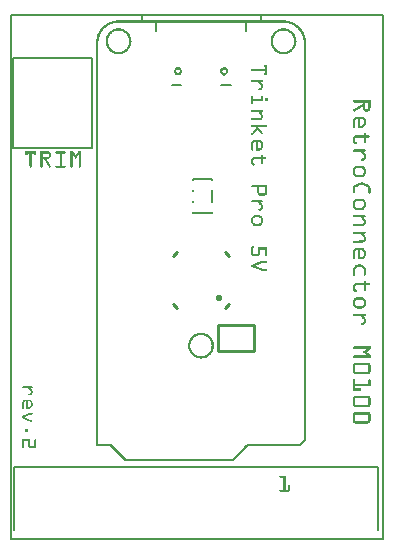
<source format=gto>
G04 MADE WITH FRITZING*
G04 WWW.FRITZING.ORG*
G04 DOUBLE SIDED*
G04 HOLES PLATED*
G04 CONTOUR ON CENTER OF CONTOUR VECTOR*
%ASAXBY*%
%FSLAX23Y23*%
%MOIN*%
%OFA0B0*%
%SFA1.0B1.0*%
%ADD10C,0.021811X0.00181102*%
%ADD11R,1.248220X1.754770X1.232220X1.738770*%
%ADD12C,0.008000*%
%ADD13C,0.010000*%
%ADD14C,0.005000*%
%ADD15C,0.006000*%
%ADD16R,0.001000X0.001000*%
%LNSILK1*%
G90*
G70*
G54D10*
X700Y805D03*
G54D12*
X4Y1751D02*
X1244Y1751D01*
X1244Y4D01*
X4Y4D01*
X4Y1751D01*
D02*
X1229Y242D02*
X1229Y32D01*
D02*
X17Y242D02*
X17Y32D01*
D02*
X1229Y242D02*
X17Y242D01*
G54D13*
D02*
X694Y716D02*
X694Y631D01*
D02*
X694Y631D02*
X814Y631D01*
D02*
X814Y631D02*
X814Y716D01*
D02*
X814Y716D02*
X694Y716D01*
G54D14*
D02*
X738Y1517D02*
X706Y1517D01*
D02*
X572Y1517D02*
X541Y1517D01*
D02*
X789Y1695D02*
X789Y1730D01*
D02*
X789Y1730D02*
X490Y1730D01*
D02*
X490Y1730D02*
X490Y1695D01*
G54D13*
D02*
X732Y785D02*
X720Y773D01*
D02*
X559Y773D02*
X547Y785D01*
D02*
X547Y946D02*
X559Y958D01*
D02*
X720Y958D02*
X732Y946D01*
G54D15*
D02*
X676Y1090D02*
X613Y1090D01*
D02*
X613Y1202D02*
X676Y1202D01*
D02*
X676Y1166D02*
X676Y1125D01*
D02*
X613Y1163D02*
X613Y1166D01*
D02*
X613Y1125D02*
X613Y1129D01*
D02*
X613Y1198D02*
X613Y1202D01*
D02*
X613Y1090D02*
X613Y1093D01*
D02*
X676Y1093D02*
X676Y1090D01*
D02*
X676Y1202D02*
X676Y1198D01*
G54D12*
D02*
X441Y1750D02*
X838Y1750D01*
D02*
X441Y1731D02*
X441Y1750D01*
D02*
X838Y1731D02*
X838Y1750D01*
D02*
X11Y1605D02*
X11Y1305D01*
D02*
X11Y1305D02*
X275Y1305D01*
D02*
X275Y1305D02*
X275Y1605D01*
D02*
X275Y1605D02*
X11Y1605D01*
G54D16*
X355Y1731D02*
X923Y1731D01*
X349Y1730D02*
X929Y1730D01*
X345Y1729D02*
X933Y1729D01*
X341Y1728D02*
X936Y1728D01*
X338Y1727D02*
X939Y1727D01*
X336Y1726D02*
X942Y1726D01*
X334Y1725D02*
X944Y1725D01*
X331Y1724D02*
X946Y1724D01*
X329Y1723D02*
X354Y1723D01*
X924Y1723D02*
X948Y1723D01*
X328Y1722D02*
X348Y1722D01*
X929Y1722D02*
X950Y1722D01*
X326Y1721D02*
X344Y1721D01*
X933Y1721D02*
X952Y1721D01*
X324Y1720D02*
X341Y1720D01*
X936Y1720D02*
X953Y1720D01*
X323Y1719D02*
X338Y1719D01*
X939Y1719D02*
X955Y1719D01*
X321Y1718D02*
X336Y1718D01*
X941Y1718D02*
X956Y1718D01*
X320Y1717D02*
X334Y1717D01*
X944Y1717D02*
X958Y1717D01*
X318Y1716D02*
X332Y1716D01*
X946Y1716D02*
X959Y1716D01*
X317Y1715D02*
X330Y1715D01*
X947Y1715D02*
X960Y1715D01*
X316Y1714D02*
X329Y1714D01*
X949Y1714D02*
X962Y1714D01*
X315Y1713D02*
X327Y1713D01*
X951Y1713D02*
X963Y1713D01*
X314Y1712D02*
X325Y1712D01*
X952Y1712D02*
X964Y1712D01*
X313Y1711D02*
X324Y1711D01*
X953Y1711D02*
X965Y1711D01*
X311Y1710D02*
X323Y1710D01*
X955Y1710D02*
X966Y1710D01*
X311Y1709D02*
X321Y1709D01*
X956Y1709D02*
X967Y1709D01*
X310Y1708D02*
X320Y1708D01*
X957Y1708D02*
X968Y1708D01*
X309Y1707D02*
X319Y1707D01*
X958Y1707D02*
X969Y1707D01*
X308Y1706D02*
X318Y1706D01*
X960Y1706D02*
X970Y1706D01*
X307Y1705D02*
X317Y1705D01*
X961Y1705D02*
X971Y1705D01*
X306Y1704D02*
X316Y1704D01*
X356Y1704D02*
X372Y1704D01*
X906Y1704D02*
X921Y1704D01*
X962Y1704D02*
X972Y1704D01*
X305Y1703D02*
X315Y1703D01*
X352Y1703D02*
X375Y1703D01*
X902Y1703D02*
X925Y1703D01*
X963Y1703D02*
X972Y1703D01*
X305Y1702D02*
X314Y1702D01*
X349Y1702D02*
X378Y1702D01*
X899Y1702D02*
X928Y1702D01*
X964Y1702D02*
X973Y1702D01*
X304Y1701D02*
X313Y1701D01*
X347Y1701D02*
X381Y1701D01*
X897Y1701D02*
X931Y1701D01*
X964Y1701D02*
X974Y1701D01*
X303Y1700D02*
X312Y1700D01*
X345Y1700D02*
X383Y1700D01*
X895Y1700D02*
X933Y1700D01*
X965Y1700D02*
X974Y1700D01*
X302Y1699D02*
X311Y1699D01*
X343Y1699D02*
X385Y1699D01*
X893Y1699D02*
X934Y1699D01*
X966Y1699D02*
X975Y1699D01*
X302Y1698D02*
X310Y1698D01*
X341Y1698D02*
X386Y1698D01*
X891Y1698D02*
X936Y1698D01*
X967Y1698D02*
X976Y1698D01*
X301Y1697D02*
X310Y1697D01*
X340Y1697D02*
X388Y1697D01*
X890Y1697D02*
X938Y1697D01*
X968Y1697D02*
X977Y1697D01*
X300Y1696D02*
X309Y1696D01*
X339Y1696D02*
X355Y1696D01*
X372Y1696D02*
X389Y1696D01*
X889Y1696D02*
X905Y1696D01*
X922Y1696D02*
X939Y1696D01*
X969Y1696D02*
X977Y1696D01*
X300Y1695D02*
X308Y1695D01*
X337Y1695D02*
X352Y1695D01*
X376Y1695D02*
X390Y1695D01*
X887Y1695D02*
X902Y1695D01*
X926Y1695D02*
X940Y1695D01*
X969Y1695D02*
X978Y1695D01*
X299Y1694D02*
X308Y1694D01*
X336Y1694D02*
X349Y1694D01*
X379Y1694D02*
X391Y1694D01*
X886Y1694D02*
X899Y1694D01*
X928Y1694D02*
X941Y1694D01*
X970Y1694D02*
X978Y1694D01*
X299Y1693D02*
X307Y1693D01*
X335Y1693D02*
X347Y1693D01*
X381Y1693D02*
X393Y1693D01*
X885Y1693D02*
X897Y1693D01*
X931Y1693D02*
X942Y1693D01*
X971Y1693D02*
X979Y1693D01*
X298Y1692D02*
X306Y1692D01*
X334Y1692D02*
X345Y1692D01*
X383Y1692D02*
X394Y1692D01*
X884Y1692D02*
X895Y1692D01*
X932Y1692D02*
X944Y1692D01*
X971Y1692D02*
X979Y1692D01*
X298Y1691D02*
X306Y1691D01*
X333Y1691D02*
X343Y1691D01*
X384Y1691D02*
X395Y1691D01*
X883Y1691D02*
X893Y1691D01*
X934Y1691D02*
X945Y1691D01*
X972Y1691D02*
X980Y1691D01*
X297Y1690D02*
X305Y1690D01*
X332Y1690D02*
X342Y1690D01*
X386Y1690D02*
X396Y1690D01*
X882Y1690D02*
X892Y1690D01*
X935Y1690D02*
X945Y1690D01*
X972Y1690D02*
X980Y1690D01*
X297Y1689D02*
X305Y1689D01*
X331Y1689D02*
X341Y1689D01*
X387Y1689D02*
X396Y1689D01*
X881Y1689D02*
X891Y1689D01*
X937Y1689D02*
X946Y1689D01*
X973Y1689D02*
X981Y1689D01*
X296Y1688D02*
X304Y1688D01*
X330Y1688D02*
X340Y1688D01*
X388Y1688D02*
X397Y1688D01*
X880Y1688D02*
X889Y1688D01*
X938Y1688D02*
X947Y1688D01*
X974Y1688D02*
X981Y1688D01*
X296Y1687D02*
X303Y1687D01*
X330Y1687D02*
X338Y1687D01*
X389Y1687D02*
X398Y1687D01*
X880Y1687D02*
X888Y1687D01*
X939Y1687D02*
X948Y1687D01*
X974Y1687D02*
X982Y1687D01*
X295Y1686D02*
X303Y1686D01*
X329Y1686D02*
X338Y1686D01*
X390Y1686D02*
X399Y1686D01*
X879Y1686D02*
X887Y1686D01*
X940Y1686D02*
X949Y1686D01*
X975Y1686D02*
X982Y1686D01*
X295Y1685D02*
X302Y1685D01*
X328Y1685D02*
X337Y1685D01*
X391Y1685D02*
X399Y1685D01*
X878Y1685D02*
X887Y1685D01*
X941Y1685D02*
X949Y1685D01*
X975Y1685D02*
X983Y1685D01*
X294Y1684D02*
X302Y1684D01*
X328Y1684D02*
X336Y1684D01*
X392Y1684D02*
X400Y1684D01*
X878Y1684D02*
X886Y1684D01*
X942Y1684D02*
X950Y1684D01*
X975Y1684D02*
X983Y1684D01*
X294Y1683D02*
X302Y1683D01*
X327Y1683D02*
X335Y1683D01*
X393Y1683D02*
X401Y1683D01*
X877Y1683D02*
X885Y1683D01*
X943Y1683D02*
X951Y1683D01*
X976Y1683D02*
X983Y1683D01*
X294Y1682D02*
X301Y1682D01*
X326Y1682D02*
X334Y1682D01*
X393Y1682D02*
X401Y1682D01*
X876Y1682D02*
X884Y1682D01*
X943Y1682D02*
X951Y1682D01*
X976Y1682D02*
X984Y1682D01*
X293Y1681D02*
X301Y1681D01*
X326Y1681D02*
X334Y1681D01*
X394Y1681D02*
X402Y1681D01*
X876Y1681D02*
X884Y1681D01*
X944Y1681D02*
X952Y1681D01*
X977Y1681D02*
X984Y1681D01*
X293Y1680D02*
X300Y1680D01*
X325Y1680D02*
X333Y1680D01*
X395Y1680D02*
X402Y1680D01*
X875Y1680D02*
X883Y1680D01*
X945Y1680D02*
X952Y1680D01*
X977Y1680D02*
X984Y1680D01*
X293Y1679D02*
X300Y1679D01*
X325Y1679D02*
X332Y1679D01*
X395Y1679D02*
X403Y1679D01*
X875Y1679D02*
X882Y1679D01*
X945Y1679D02*
X953Y1679D01*
X978Y1679D02*
X985Y1679D01*
X292Y1678D02*
X300Y1678D01*
X324Y1678D02*
X332Y1678D01*
X396Y1678D02*
X403Y1678D01*
X874Y1678D02*
X882Y1678D01*
X946Y1678D02*
X953Y1678D01*
X978Y1678D02*
X985Y1678D01*
X292Y1677D02*
X299Y1677D01*
X324Y1677D02*
X331Y1677D01*
X396Y1677D02*
X404Y1677D01*
X874Y1677D02*
X881Y1677D01*
X946Y1677D02*
X953Y1677D01*
X978Y1677D02*
X985Y1677D01*
X292Y1676D02*
X299Y1676D01*
X324Y1676D02*
X331Y1676D01*
X397Y1676D02*
X404Y1676D01*
X874Y1676D02*
X881Y1676D01*
X947Y1676D02*
X954Y1676D01*
X978Y1676D02*
X986Y1676D01*
X292Y1675D02*
X299Y1675D01*
X323Y1675D02*
X331Y1675D01*
X397Y1675D02*
X404Y1675D01*
X873Y1675D02*
X880Y1675D01*
X947Y1675D02*
X954Y1675D01*
X979Y1675D02*
X986Y1675D01*
X291Y1674D02*
X298Y1674D01*
X323Y1674D02*
X330Y1674D01*
X397Y1674D02*
X405Y1674D01*
X873Y1674D02*
X880Y1674D01*
X947Y1674D02*
X955Y1674D01*
X979Y1674D02*
X986Y1674D01*
X291Y1673D02*
X298Y1673D01*
X323Y1673D02*
X330Y1673D01*
X398Y1673D02*
X405Y1673D01*
X873Y1673D02*
X880Y1673D01*
X948Y1673D02*
X955Y1673D01*
X979Y1673D02*
X986Y1673D01*
X291Y1672D02*
X298Y1672D01*
X322Y1672D02*
X330Y1672D01*
X398Y1672D02*
X405Y1672D01*
X872Y1672D02*
X879Y1672D01*
X948Y1672D02*
X955Y1672D01*
X980Y1672D02*
X987Y1672D01*
X291Y1671D02*
X298Y1671D01*
X322Y1671D02*
X329Y1671D01*
X398Y1671D02*
X405Y1671D01*
X872Y1671D02*
X879Y1671D01*
X948Y1671D02*
X955Y1671D01*
X980Y1671D02*
X987Y1671D01*
X291Y1670D02*
X298Y1670D01*
X322Y1670D02*
X329Y1670D01*
X399Y1670D02*
X406Y1670D01*
X872Y1670D02*
X879Y1670D01*
X949Y1670D02*
X956Y1670D01*
X980Y1670D02*
X987Y1670D01*
X290Y1669D02*
X297Y1669D01*
X322Y1669D02*
X329Y1669D01*
X399Y1669D02*
X406Y1669D01*
X872Y1669D02*
X879Y1669D01*
X949Y1669D02*
X956Y1669D01*
X980Y1669D02*
X987Y1669D01*
X290Y1668D02*
X297Y1668D01*
X322Y1668D02*
X329Y1668D01*
X399Y1668D02*
X406Y1668D01*
X871Y1668D02*
X879Y1668D01*
X949Y1668D02*
X956Y1668D01*
X980Y1668D02*
X987Y1668D01*
X290Y1667D02*
X297Y1667D01*
X321Y1667D02*
X328Y1667D01*
X399Y1667D02*
X406Y1667D01*
X871Y1667D02*
X878Y1667D01*
X949Y1667D02*
X956Y1667D01*
X981Y1667D02*
X988Y1667D01*
X290Y1666D02*
X297Y1666D01*
X321Y1666D02*
X328Y1666D01*
X399Y1666D02*
X406Y1666D01*
X871Y1666D02*
X878Y1666D01*
X949Y1666D02*
X956Y1666D01*
X981Y1666D02*
X988Y1666D01*
X290Y1665D02*
X297Y1665D01*
X321Y1665D02*
X328Y1665D01*
X399Y1665D02*
X406Y1665D01*
X871Y1665D02*
X878Y1665D01*
X949Y1665D02*
X956Y1665D01*
X981Y1665D02*
X988Y1665D01*
X290Y1664D02*
X297Y1664D01*
X321Y1664D02*
X328Y1664D01*
X400Y1664D02*
X406Y1664D01*
X871Y1664D02*
X878Y1664D01*
X949Y1664D02*
X956Y1664D01*
X981Y1664D02*
X988Y1664D01*
X290Y1663D02*
X297Y1663D01*
X321Y1663D02*
X328Y1663D01*
X400Y1663D02*
X407Y1663D01*
X871Y1663D02*
X878Y1663D01*
X949Y1663D02*
X956Y1663D01*
X981Y1663D02*
X988Y1663D01*
X290Y1662D02*
X296Y1662D01*
X321Y1662D02*
X328Y1662D01*
X400Y1662D02*
X407Y1662D01*
X871Y1662D02*
X878Y1662D01*
X950Y1662D02*
X957Y1662D01*
X981Y1662D02*
X988Y1662D01*
X289Y1661D02*
X296Y1661D01*
X321Y1661D02*
X328Y1661D01*
X400Y1661D02*
X407Y1661D01*
X871Y1661D02*
X878Y1661D01*
X950Y1661D02*
X957Y1661D01*
X981Y1661D02*
X988Y1661D01*
X289Y1660D02*
X296Y1660D01*
X321Y1660D02*
X328Y1660D01*
X400Y1660D02*
X407Y1660D01*
X871Y1660D02*
X878Y1660D01*
X949Y1660D02*
X956Y1660D01*
X981Y1660D02*
X988Y1660D01*
X289Y1659D02*
X296Y1659D01*
X321Y1659D02*
X328Y1659D01*
X400Y1659D02*
X406Y1659D01*
X871Y1659D02*
X878Y1659D01*
X949Y1659D02*
X956Y1659D01*
X981Y1659D02*
X988Y1659D01*
X289Y1658D02*
X296Y1658D01*
X321Y1658D02*
X328Y1658D01*
X399Y1658D02*
X406Y1658D01*
X871Y1658D02*
X878Y1658D01*
X949Y1658D02*
X956Y1658D01*
X981Y1658D02*
X988Y1658D01*
X289Y1657D02*
X296Y1657D01*
X321Y1657D02*
X328Y1657D01*
X399Y1657D02*
X406Y1657D01*
X871Y1657D02*
X878Y1657D01*
X949Y1657D02*
X956Y1657D01*
X981Y1657D02*
X988Y1657D01*
X289Y1656D02*
X296Y1656D01*
X321Y1656D02*
X328Y1656D01*
X399Y1656D02*
X406Y1656D01*
X871Y1656D02*
X878Y1656D01*
X949Y1656D02*
X956Y1656D01*
X981Y1656D02*
X988Y1656D01*
X289Y1655D02*
X296Y1655D01*
X322Y1655D02*
X329Y1655D01*
X399Y1655D02*
X406Y1655D01*
X872Y1655D02*
X879Y1655D01*
X949Y1655D02*
X956Y1655D01*
X981Y1655D02*
X988Y1655D01*
X289Y1654D02*
X296Y1654D01*
X322Y1654D02*
X329Y1654D01*
X399Y1654D02*
X406Y1654D01*
X872Y1654D02*
X879Y1654D01*
X949Y1654D02*
X956Y1654D01*
X981Y1654D02*
X988Y1654D01*
X289Y1653D02*
X296Y1653D01*
X322Y1653D02*
X329Y1653D01*
X399Y1653D02*
X406Y1653D01*
X872Y1653D02*
X879Y1653D01*
X949Y1653D02*
X956Y1653D01*
X981Y1653D02*
X988Y1653D01*
X289Y1652D02*
X296Y1652D01*
X322Y1652D02*
X329Y1652D01*
X398Y1652D02*
X405Y1652D01*
X872Y1652D02*
X879Y1652D01*
X948Y1652D02*
X955Y1652D01*
X981Y1652D02*
X988Y1652D01*
X289Y1651D02*
X296Y1651D01*
X322Y1651D02*
X330Y1651D01*
X398Y1651D02*
X405Y1651D01*
X872Y1651D02*
X879Y1651D01*
X948Y1651D02*
X955Y1651D01*
X981Y1651D02*
X988Y1651D01*
X289Y1650D02*
X296Y1650D01*
X323Y1650D02*
X330Y1650D01*
X398Y1650D02*
X405Y1650D01*
X873Y1650D02*
X880Y1650D01*
X948Y1650D02*
X955Y1650D01*
X981Y1650D02*
X988Y1650D01*
X289Y1649D02*
X296Y1649D01*
X323Y1649D02*
X330Y1649D01*
X397Y1649D02*
X405Y1649D01*
X873Y1649D02*
X880Y1649D01*
X947Y1649D02*
X955Y1649D01*
X981Y1649D02*
X988Y1649D01*
X289Y1648D02*
X296Y1648D01*
X323Y1648D02*
X331Y1648D01*
X397Y1648D02*
X404Y1648D01*
X873Y1648D02*
X880Y1648D01*
X947Y1648D02*
X954Y1648D01*
X981Y1648D02*
X988Y1648D01*
X289Y1647D02*
X296Y1647D01*
X324Y1647D02*
X331Y1647D01*
X397Y1647D02*
X404Y1647D01*
X874Y1647D02*
X881Y1647D01*
X947Y1647D02*
X954Y1647D01*
X981Y1647D02*
X988Y1647D01*
X289Y1646D02*
X296Y1646D01*
X324Y1646D02*
X331Y1646D01*
X396Y1646D02*
X404Y1646D01*
X874Y1646D02*
X881Y1646D01*
X946Y1646D02*
X953Y1646D01*
X981Y1646D02*
X988Y1646D01*
X289Y1645D02*
X296Y1645D01*
X324Y1645D02*
X332Y1645D01*
X396Y1645D02*
X403Y1645D01*
X874Y1645D02*
X882Y1645D01*
X946Y1645D02*
X953Y1645D01*
X981Y1645D02*
X988Y1645D01*
X289Y1644D02*
X296Y1644D01*
X325Y1644D02*
X332Y1644D01*
X395Y1644D02*
X403Y1644D01*
X875Y1644D02*
X882Y1644D01*
X945Y1644D02*
X953Y1644D01*
X981Y1644D02*
X988Y1644D01*
X289Y1643D02*
X296Y1643D01*
X325Y1643D02*
X333Y1643D01*
X395Y1643D02*
X402Y1643D01*
X875Y1643D02*
X883Y1643D01*
X944Y1643D02*
X952Y1643D01*
X981Y1643D02*
X988Y1643D01*
X289Y1642D02*
X296Y1642D01*
X326Y1642D02*
X334Y1642D01*
X394Y1642D02*
X402Y1642D01*
X876Y1642D02*
X884Y1642D01*
X944Y1642D02*
X952Y1642D01*
X981Y1642D02*
X988Y1642D01*
X289Y1641D02*
X296Y1641D01*
X326Y1641D02*
X334Y1641D01*
X393Y1641D02*
X401Y1641D01*
X876Y1641D02*
X884Y1641D01*
X943Y1641D02*
X951Y1641D01*
X981Y1641D02*
X988Y1641D01*
X289Y1640D02*
X296Y1640D01*
X327Y1640D02*
X335Y1640D01*
X393Y1640D02*
X401Y1640D01*
X877Y1640D02*
X885Y1640D01*
X942Y1640D02*
X950Y1640D01*
X981Y1640D02*
X988Y1640D01*
X289Y1639D02*
X296Y1639D01*
X328Y1639D02*
X336Y1639D01*
X392Y1639D02*
X400Y1639D01*
X878Y1639D02*
X886Y1639D01*
X942Y1639D02*
X950Y1639D01*
X981Y1639D02*
X988Y1639D01*
X289Y1638D02*
X296Y1638D01*
X328Y1638D02*
X337Y1638D01*
X391Y1638D02*
X399Y1638D01*
X878Y1638D02*
X887Y1638D01*
X941Y1638D02*
X949Y1638D01*
X981Y1638D02*
X988Y1638D01*
X289Y1637D02*
X296Y1637D01*
X329Y1637D02*
X338Y1637D01*
X390Y1637D02*
X399Y1637D01*
X879Y1637D02*
X888Y1637D01*
X940Y1637D02*
X949Y1637D01*
X981Y1637D02*
X988Y1637D01*
X289Y1636D02*
X296Y1636D01*
X330Y1636D02*
X339Y1636D01*
X389Y1636D02*
X398Y1636D01*
X880Y1636D02*
X888Y1636D01*
X939Y1636D02*
X948Y1636D01*
X981Y1636D02*
X988Y1636D01*
X289Y1635D02*
X296Y1635D01*
X331Y1635D02*
X340Y1635D01*
X388Y1635D02*
X397Y1635D01*
X880Y1635D02*
X890Y1635D01*
X938Y1635D02*
X947Y1635D01*
X981Y1635D02*
X988Y1635D01*
X289Y1634D02*
X296Y1634D01*
X331Y1634D02*
X341Y1634D01*
X387Y1634D02*
X396Y1634D01*
X881Y1634D02*
X891Y1634D01*
X937Y1634D02*
X946Y1634D01*
X981Y1634D02*
X988Y1634D01*
X289Y1633D02*
X296Y1633D01*
X332Y1633D02*
X342Y1633D01*
X385Y1633D02*
X395Y1633D01*
X882Y1633D02*
X892Y1633D01*
X935Y1633D02*
X945Y1633D01*
X981Y1633D02*
X988Y1633D01*
X289Y1632D02*
X296Y1632D01*
X333Y1632D02*
X344Y1632D01*
X384Y1632D02*
X395Y1632D01*
X883Y1632D02*
X894Y1632D01*
X934Y1632D02*
X944Y1632D01*
X981Y1632D02*
X988Y1632D01*
X289Y1631D02*
X296Y1631D01*
X334Y1631D02*
X345Y1631D01*
X382Y1631D02*
X394Y1631D01*
X884Y1631D02*
X895Y1631D01*
X932Y1631D02*
X943Y1631D01*
X981Y1631D02*
X988Y1631D01*
X289Y1630D02*
X296Y1630D01*
X335Y1630D02*
X347Y1630D01*
X381Y1630D02*
X392Y1630D01*
X885Y1630D02*
X897Y1630D01*
X930Y1630D02*
X942Y1630D01*
X981Y1630D02*
X988Y1630D01*
X289Y1629D02*
X296Y1629D01*
X336Y1629D02*
X349Y1629D01*
X378Y1629D02*
X391Y1629D01*
X886Y1629D02*
X899Y1629D01*
X928Y1629D02*
X941Y1629D01*
X981Y1629D02*
X988Y1629D01*
X289Y1628D02*
X296Y1628D01*
X337Y1628D02*
X352Y1628D01*
X376Y1628D02*
X390Y1628D01*
X887Y1628D02*
X902Y1628D01*
X925Y1628D02*
X940Y1628D01*
X981Y1628D02*
X988Y1628D01*
X289Y1627D02*
X296Y1627D01*
X339Y1627D02*
X356Y1627D01*
X372Y1627D02*
X389Y1627D01*
X889Y1627D02*
X906Y1627D01*
X922Y1627D02*
X939Y1627D01*
X981Y1627D02*
X988Y1627D01*
X289Y1626D02*
X296Y1626D01*
X340Y1626D02*
X388Y1626D01*
X890Y1626D02*
X937Y1626D01*
X981Y1626D02*
X988Y1626D01*
X289Y1625D02*
X296Y1625D01*
X342Y1625D02*
X386Y1625D01*
X892Y1625D02*
X936Y1625D01*
X981Y1625D02*
X988Y1625D01*
X289Y1624D02*
X296Y1624D01*
X343Y1624D02*
X384Y1624D01*
X893Y1624D02*
X934Y1624D01*
X981Y1624D02*
X988Y1624D01*
X289Y1623D02*
X296Y1623D01*
X345Y1623D02*
X383Y1623D01*
X895Y1623D02*
X932Y1623D01*
X981Y1623D02*
X988Y1623D01*
X289Y1622D02*
X296Y1622D01*
X347Y1622D02*
X380Y1622D01*
X897Y1622D02*
X930Y1622D01*
X981Y1622D02*
X988Y1622D01*
X289Y1621D02*
X296Y1621D01*
X350Y1621D02*
X378Y1621D01*
X900Y1621D02*
X928Y1621D01*
X981Y1621D02*
X988Y1621D01*
X289Y1620D02*
X296Y1620D01*
X353Y1620D02*
X375Y1620D01*
X902Y1620D02*
X925Y1620D01*
X981Y1620D02*
X988Y1620D01*
X289Y1619D02*
X296Y1619D01*
X357Y1619D02*
X371Y1619D01*
X907Y1619D02*
X921Y1619D01*
X981Y1619D02*
X988Y1619D01*
X289Y1618D02*
X296Y1618D01*
X981Y1618D02*
X988Y1618D01*
X289Y1617D02*
X296Y1617D01*
X981Y1617D02*
X988Y1617D01*
X289Y1616D02*
X296Y1616D01*
X981Y1616D02*
X988Y1616D01*
X289Y1615D02*
X296Y1615D01*
X981Y1615D02*
X988Y1615D01*
X289Y1614D02*
X296Y1614D01*
X981Y1614D02*
X988Y1614D01*
X289Y1613D02*
X296Y1613D01*
X981Y1613D02*
X988Y1613D01*
X289Y1612D02*
X296Y1612D01*
X981Y1612D02*
X988Y1612D01*
X289Y1611D02*
X296Y1611D01*
X981Y1611D02*
X988Y1611D01*
X289Y1610D02*
X296Y1610D01*
X981Y1610D02*
X988Y1610D01*
X289Y1609D02*
X296Y1609D01*
X981Y1609D02*
X988Y1609D01*
X289Y1608D02*
X296Y1608D01*
X981Y1608D02*
X988Y1608D01*
X289Y1607D02*
X296Y1607D01*
X981Y1607D02*
X988Y1607D01*
X289Y1606D02*
X296Y1606D01*
X981Y1606D02*
X988Y1606D01*
X289Y1605D02*
X296Y1605D01*
X981Y1605D02*
X988Y1605D01*
X289Y1604D02*
X296Y1604D01*
X981Y1604D02*
X988Y1604D01*
X289Y1603D02*
X296Y1603D01*
X981Y1603D02*
X988Y1603D01*
X289Y1602D02*
X296Y1602D01*
X981Y1602D02*
X988Y1602D01*
X289Y1601D02*
X296Y1601D01*
X981Y1601D02*
X988Y1601D01*
X289Y1600D02*
X296Y1600D01*
X981Y1600D02*
X988Y1600D01*
X289Y1599D02*
X296Y1599D01*
X981Y1599D02*
X988Y1599D01*
X289Y1598D02*
X296Y1598D01*
X981Y1598D02*
X988Y1598D01*
X289Y1597D02*
X296Y1597D01*
X981Y1597D02*
X988Y1597D01*
X289Y1596D02*
X296Y1596D01*
X981Y1596D02*
X988Y1596D01*
X289Y1595D02*
X296Y1595D01*
X981Y1595D02*
X988Y1595D01*
X289Y1594D02*
X296Y1594D01*
X981Y1594D02*
X988Y1594D01*
X289Y1593D02*
X296Y1593D01*
X981Y1593D02*
X988Y1593D01*
X289Y1592D02*
X296Y1592D01*
X981Y1592D02*
X988Y1592D01*
X289Y1591D02*
X296Y1591D01*
X981Y1591D02*
X988Y1591D01*
X289Y1590D02*
X296Y1590D01*
X981Y1590D02*
X988Y1590D01*
X289Y1589D02*
X296Y1589D01*
X981Y1589D02*
X988Y1589D01*
X289Y1588D02*
X296Y1588D01*
X981Y1588D02*
X988Y1588D01*
X289Y1587D02*
X296Y1587D01*
X981Y1587D02*
X988Y1587D01*
X289Y1586D02*
X296Y1586D01*
X981Y1586D02*
X988Y1586D01*
X289Y1585D02*
X296Y1585D01*
X981Y1585D02*
X988Y1585D01*
X289Y1584D02*
X296Y1584D01*
X981Y1584D02*
X988Y1584D01*
X289Y1583D02*
X296Y1583D01*
X850Y1583D02*
X859Y1583D01*
X981Y1583D02*
X988Y1583D01*
X289Y1582D02*
X296Y1582D01*
X848Y1582D02*
X859Y1582D01*
X981Y1582D02*
X988Y1582D01*
X289Y1581D02*
X296Y1581D01*
X848Y1581D02*
X859Y1581D01*
X981Y1581D02*
X988Y1581D01*
X289Y1580D02*
X296Y1580D01*
X848Y1580D02*
X859Y1580D01*
X981Y1580D02*
X988Y1580D01*
X289Y1579D02*
X296Y1579D01*
X848Y1579D02*
X859Y1579D01*
X981Y1579D02*
X988Y1579D01*
X289Y1578D02*
X296Y1578D01*
X848Y1578D02*
X859Y1578D01*
X981Y1578D02*
X988Y1578D01*
X289Y1577D02*
X296Y1577D01*
X849Y1577D02*
X859Y1577D01*
X981Y1577D02*
X988Y1577D01*
X289Y1576D02*
X296Y1576D01*
X853Y1576D02*
X859Y1576D01*
X981Y1576D02*
X988Y1576D01*
X289Y1575D02*
X296Y1575D01*
X560Y1575D02*
X564Y1575D01*
X713Y1575D02*
X718Y1575D01*
X853Y1575D02*
X859Y1575D01*
X981Y1575D02*
X988Y1575D01*
X289Y1574D02*
X296Y1574D01*
X557Y1574D02*
X567Y1574D01*
X711Y1574D02*
X721Y1574D01*
X853Y1574D02*
X859Y1574D01*
X981Y1574D02*
X988Y1574D01*
X289Y1573D02*
X296Y1573D01*
X555Y1573D02*
X569Y1573D01*
X709Y1573D02*
X722Y1573D01*
X853Y1573D02*
X859Y1573D01*
X981Y1573D02*
X988Y1573D01*
X289Y1572D02*
X296Y1572D01*
X554Y1572D02*
X570Y1572D01*
X708Y1572D02*
X724Y1572D01*
X853Y1572D02*
X859Y1572D01*
X981Y1572D02*
X988Y1572D01*
X289Y1571D02*
X296Y1571D01*
X553Y1571D02*
X571Y1571D01*
X706Y1571D02*
X725Y1571D01*
X853Y1571D02*
X859Y1571D01*
X981Y1571D02*
X988Y1571D01*
X289Y1570D02*
X296Y1570D01*
X552Y1570D02*
X572Y1570D01*
X706Y1570D02*
X726Y1570D01*
X853Y1570D02*
X859Y1570D01*
X981Y1570D02*
X988Y1570D01*
X289Y1569D02*
X296Y1569D01*
X551Y1569D02*
X573Y1569D01*
X705Y1569D02*
X726Y1569D01*
X808Y1569D02*
X859Y1569D01*
X981Y1569D02*
X988Y1569D01*
X289Y1568D02*
X296Y1568D01*
X551Y1568D02*
X573Y1568D01*
X704Y1568D02*
X727Y1568D01*
X807Y1568D02*
X859Y1568D01*
X981Y1568D02*
X988Y1568D01*
X289Y1567D02*
X296Y1567D01*
X550Y1567D02*
X559Y1567D01*
X565Y1567D02*
X574Y1567D01*
X704Y1567D02*
X713Y1567D01*
X718Y1567D02*
X727Y1567D01*
X807Y1567D02*
X859Y1567D01*
X981Y1567D02*
X988Y1567D01*
X289Y1566D02*
X296Y1566D01*
X550Y1566D02*
X557Y1566D01*
X567Y1566D02*
X574Y1566D01*
X703Y1566D02*
X711Y1566D01*
X720Y1566D02*
X728Y1566D01*
X806Y1566D02*
X859Y1566D01*
X981Y1566D02*
X988Y1566D01*
X289Y1565D02*
X296Y1565D01*
X549Y1565D02*
X557Y1565D01*
X567Y1565D02*
X575Y1565D01*
X703Y1565D02*
X710Y1565D01*
X721Y1565D02*
X728Y1565D01*
X806Y1565D02*
X859Y1565D01*
X981Y1565D02*
X988Y1565D01*
X289Y1564D02*
X296Y1564D01*
X549Y1564D02*
X556Y1564D01*
X568Y1564D02*
X575Y1564D01*
X703Y1564D02*
X710Y1564D01*
X721Y1564D02*
X729Y1564D01*
X807Y1564D02*
X859Y1564D01*
X981Y1564D02*
X988Y1564D01*
X289Y1563D02*
X296Y1563D01*
X549Y1563D02*
X556Y1563D01*
X568Y1563D02*
X575Y1563D01*
X702Y1563D02*
X709Y1563D01*
X722Y1563D02*
X729Y1563D01*
X808Y1563D02*
X859Y1563D01*
X981Y1563D02*
X988Y1563D01*
X289Y1562D02*
X296Y1562D01*
X549Y1562D02*
X556Y1562D01*
X568Y1562D02*
X575Y1562D01*
X702Y1562D02*
X709Y1562D01*
X722Y1562D02*
X729Y1562D01*
X853Y1562D02*
X859Y1562D01*
X981Y1562D02*
X988Y1562D01*
X289Y1561D02*
X296Y1561D01*
X549Y1561D02*
X556Y1561D01*
X568Y1561D02*
X575Y1561D01*
X702Y1561D02*
X709Y1561D01*
X722Y1561D02*
X729Y1561D01*
X853Y1561D02*
X859Y1561D01*
X981Y1561D02*
X988Y1561D01*
X289Y1560D02*
X296Y1560D01*
X549Y1560D02*
X556Y1560D01*
X568Y1560D02*
X575Y1560D01*
X702Y1560D02*
X710Y1560D01*
X722Y1560D02*
X729Y1560D01*
X853Y1560D02*
X859Y1560D01*
X981Y1560D02*
X988Y1560D01*
X289Y1559D02*
X296Y1559D01*
X549Y1559D02*
X556Y1559D01*
X568Y1559D02*
X575Y1559D01*
X703Y1559D02*
X710Y1559D01*
X721Y1559D02*
X728Y1559D01*
X853Y1559D02*
X859Y1559D01*
X981Y1559D02*
X988Y1559D01*
X289Y1558D02*
X296Y1558D01*
X549Y1558D02*
X557Y1558D01*
X567Y1558D02*
X575Y1558D01*
X703Y1558D02*
X710Y1558D01*
X721Y1558D02*
X728Y1558D01*
X853Y1558D02*
X859Y1558D01*
X981Y1558D02*
X988Y1558D01*
X289Y1557D02*
X296Y1557D01*
X550Y1557D02*
X558Y1557D01*
X566Y1557D02*
X574Y1557D01*
X703Y1557D02*
X711Y1557D01*
X720Y1557D02*
X728Y1557D01*
X853Y1557D02*
X859Y1557D01*
X981Y1557D02*
X988Y1557D01*
X289Y1556D02*
X296Y1556D01*
X550Y1556D02*
X560Y1556D01*
X564Y1556D02*
X574Y1556D01*
X704Y1556D02*
X714Y1556D01*
X717Y1556D02*
X727Y1556D01*
X853Y1556D02*
X859Y1556D01*
X981Y1556D02*
X988Y1556D01*
X289Y1555D02*
X296Y1555D01*
X551Y1555D02*
X573Y1555D01*
X704Y1555D02*
X727Y1555D01*
X849Y1555D02*
X859Y1555D01*
X981Y1555D02*
X988Y1555D01*
X289Y1554D02*
X296Y1554D01*
X551Y1554D02*
X573Y1554D01*
X705Y1554D02*
X726Y1554D01*
X848Y1554D02*
X859Y1554D01*
X981Y1554D02*
X988Y1554D01*
X289Y1553D02*
X296Y1553D01*
X552Y1553D02*
X572Y1553D01*
X706Y1553D02*
X725Y1553D01*
X848Y1553D02*
X859Y1553D01*
X981Y1553D02*
X988Y1553D01*
X289Y1552D02*
X296Y1552D01*
X553Y1552D02*
X571Y1552D01*
X707Y1552D02*
X724Y1552D01*
X848Y1552D02*
X859Y1552D01*
X981Y1552D02*
X988Y1552D01*
X289Y1551D02*
X296Y1551D01*
X554Y1551D02*
X570Y1551D01*
X708Y1551D02*
X723Y1551D01*
X848Y1551D02*
X859Y1551D01*
X981Y1551D02*
X988Y1551D01*
X289Y1550D02*
X296Y1550D01*
X556Y1550D02*
X568Y1550D01*
X709Y1550D02*
X722Y1550D01*
X848Y1550D02*
X859Y1550D01*
X981Y1550D02*
X988Y1550D01*
X289Y1549D02*
X296Y1549D01*
X557Y1549D02*
X567Y1549D01*
X711Y1549D02*
X720Y1549D01*
X850Y1549D02*
X859Y1549D01*
X981Y1549D02*
X988Y1549D01*
X289Y1548D02*
X296Y1548D01*
X561Y1548D02*
X563Y1548D01*
X714Y1548D02*
X717Y1548D01*
X981Y1548D02*
X988Y1548D01*
X289Y1547D02*
X296Y1547D01*
X981Y1547D02*
X988Y1547D01*
X289Y1546D02*
X296Y1546D01*
X981Y1546D02*
X988Y1546D01*
X289Y1545D02*
X296Y1545D01*
X981Y1545D02*
X988Y1545D01*
X289Y1544D02*
X296Y1544D01*
X981Y1544D02*
X988Y1544D01*
X289Y1543D02*
X296Y1543D01*
X981Y1543D02*
X988Y1543D01*
X289Y1542D02*
X296Y1542D01*
X981Y1542D02*
X988Y1542D01*
X289Y1541D02*
X296Y1541D01*
X981Y1541D02*
X988Y1541D01*
X289Y1540D02*
X296Y1540D01*
X981Y1540D02*
X988Y1540D01*
X289Y1539D02*
X296Y1539D01*
X981Y1539D02*
X988Y1539D01*
X289Y1538D02*
X296Y1538D01*
X981Y1538D02*
X988Y1538D01*
X289Y1537D02*
X296Y1537D01*
X981Y1537D02*
X988Y1537D01*
X289Y1536D02*
X296Y1536D01*
X981Y1536D02*
X988Y1536D01*
X289Y1535D02*
X296Y1535D01*
X981Y1535D02*
X988Y1535D01*
X289Y1534D02*
X296Y1534D01*
X981Y1534D02*
X988Y1534D01*
X289Y1533D02*
X296Y1533D01*
X981Y1533D02*
X988Y1533D01*
X289Y1532D02*
X296Y1532D01*
X807Y1532D02*
X844Y1532D01*
X981Y1532D02*
X988Y1532D01*
X289Y1531D02*
X296Y1531D01*
X807Y1531D02*
X844Y1531D01*
X981Y1531D02*
X988Y1531D01*
X289Y1530D02*
X296Y1530D01*
X806Y1530D02*
X845Y1530D01*
X981Y1530D02*
X988Y1530D01*
X289Y1529D02*
X296Y1529D01*
X806Y1529D02*
X845Y1529D01*
X981Y1529D02*
X988Y1529D01*
X289Y1528D02*
X296Y1528D01*
X807Y1528D02*
X844Y1528D01*
X981Y1528D02*
X988Y1528D01*
X289Y1527D02*
X296Y1527D01*
X807Y1527D02*
X844Y1527D01*
X981Y1527D02*
X988Y1527D01*
X289Y1526D02*
X296Y1526D01*
X810Y1526D02*
X841Y1526D01*
X981Y1526D02*
X988Y1526D01*
X289Y1525D02*
X296Y1525D01*
X830Y1525D02*
X838Y1525D01*
X981Y1525D02*
X988Y1525D01*
X289Y1524D02*
X296Y1524D01*
X830Y1524D02*
X839Y1524D01*
X981Y1524D02*
X988Y1524D01*
X289Y1523D02*
X296Y1523D01*
X831Y1523D02*
X840Y1523D01*
X981Y1523D02*
X988Y1523D01*
X289Y1522D02*
X296Y1522D01*
X832Y1522D02*
X840Y1522D01*
X981Y1522D02*
X988Y1522D01*
X289Y1521D02*
X296Y1521D01*
X833Y1521D02*
X841Y1521D01*
X981Y1521D02*
X988Y1521D01*
X289Y1520D02*
X296Y1520D01*
X834Y1520D02*
X842Y1520D01*
X981Y1520D02*
X988Y1520D01*
X289Y1519D02*
X296Y1519D01*
X835Y1519D02*
X843Y1519D01*
X981Y1519D02*
X988Y1519D01*
X289Y1518D02*
X296Y1518D01*
X836Y1518D02*
X844Y1518D01*
X981Y1518D02*
X988Y1518D01*
X289Y1517D02*
X296Y1517D01*
X837Y1517D02*
X844Y1517D01*
X981Y1517D02*
X988Y1517D01*
X289Y1516D02*
X296Y1516D01*
X837Y1516D02*
X845Y1516D01*
X981Y1516D02*
X988Y1516D01*
X289Y1515D02*
X296Y1515D01*
X838Y1515D02*
X845Y1515D01*
X981Y1515D02*
X988Y1515D01*
X289Y1514D02*
X296Y1514D01*
X839Y1514D02*
X845Y1514D01*
X981Y1514D02*
X988Y1514D01*
X289Y1513D02*
X296Y1513D01*
X839Y1513D02*
X845Y1513D01*
X981Y1513D02*
X988Y1513D01*
X289Y1512D02*
X296Y1512D01*
X839Y1512D02*
X845Y1512D01*
X981Y1512D02*
X988Y1512D01*
X289Y1511D02*
X296Y1511D01*
X839Y1511D02*
X845Y1511D01*
X981Y1511D02*
X988Y1511D01*
X289Y1510D02*
X296Y1510D01*
X839Y1510D02*
X845Y1510D01*
X981Y1510D02*
X988Y1510D01*
X289Y1509D02*
X296Y1509D01*
X839Y1509D02*
X845Y1509D01*
X981Y1509D02*
X988Y1509D01*
X289Y1508D02*
X296Y1508D01*
X839Y1508D02*
X845Y1508D01*
X981Y1508D02*
X988Y1508D01*
X289Y1507D02*
X296Y1507D01*
X838Y1507D02*
X845Y1507D01*
X981Y1507D02*
X988Y1507D01*
X289Y1506D02*
X296Y1506D01*
X837Y1506D02*
X844Y1506D01*
X981Y1506D02*
X988Y1506D01*
X289Y1505D02*
X296Y1505D01*
X832Y1505D02*
X844Y1505D01*
X981Y1505D02*
X988Y1505D01*
X289Y1504D02*
X296Y1504D01*
X831Y1504D02*
X843Y1504D01*
X981Y1504D02*
X988Y1504D01*
X289Y1503D02*
X296Y1503D01*
X830Y1503D02*
X843Y1503D01*
X981Y1503D02*
X988Y1503D01*
X289Y1502D02*
X296Y1502D01*
X830Y1502D02*
X842Y1502D01*
X981Y1502D02*
X988Y1502D01*
X289Y1501D02*
X296Y1501D01*
X830Y1501D02*
X841Y1501D01*
X981Y1501D02*
X988Y1501D01*
X289Y1500D02*
X296Y1500D01*
X831Y1500D02*
X840Y1500D01*
X981Y1500D02*
X988Y1500D01*
X289Y1499D02*
X296Y1499D01*
X832Y1499D02*
X838Y1499D01*
X981Y1499D02*
X988Y1499D01*
X289Y1498D02*
X296Y1498D01*
X981Y1498D02*
X988Y1498D01*
X289Y1497D02*
X296Y1497D01*
X981Y1497D02*
X988Y1497D01*
X289Y1496D02*
X296Y1496D01*
X981Y1496D02*
X988Y1496D01*
X289Y1495D02*
X296Y1495D01*
X981Y1495D02*
X988Y1495D01*
X289Y1494D02*
X296Y1494D01*
X981Y1494D02*
X988Y1494D01*
X289Y1493D02*
X296Y1493D01*
X981Y1493D02*
X988Y1493D01*
X289Y1492D02*
X296Y1492D01*
X981Y1492D02*
X988Y1492D01*
X289Y1491D02*
X296Y1491D01*
X981Y1491D02*
X988Y1491D01*
X289Y1490D02*
X296Y1490D01*
X981Y1490D02*
X988Y1490D01*
X289Y1489D02*
X296Y1489D01*
X981Y1489D02*
X988Y1489D01*
X289Y1488D02*
X296Y1488D01*
X981Y1488D02*
X988Y1488D01*
X289Y1487D02*
X296Y1487D01*
X981Y1487D02*
X988Y1487D01*
X289Y1486D02*
X296Y1486D01*
X981Y1486D02*
X988Y1486D01*
X289Y1485D02*
X296Y1485D01*
X981Y1485D02*
X988Y1485D01*
X289Y1484D02*
X296Y1484D01*
X981Y1484D02*
X988Y1484D01*
X289Y1483D02*
X296Y1483D01*
X981Y1483D02*
X988Y1483D01*
X289Y1482D02*
X296Y1482D01*
X981Y1482D02*
X988Y1482D01*
X289Y1481D02*
X296Y1481D01*
X981Y1481D02*
X988Y1481D01*
X289Y1480D02*
X296Y1480D01*
X981Y1480D02*
X988Y1480D01*
X289Y1479D02*
X296Y1479D01*
X808Y1479D02*
X810Y1479D01*
X841Y1479D02*
X843Y1479D01*
X981Y1479D02*
X988Y1479D01*
X289Y1478D02*
X296Y1478D01*
X807Y1478D02*
X811Y1478D01*
X839Y1478D02*
X844Y1478D01*
X981Y1478D02*
X988Y1478D01*
X289Y1477D02*
X296Y1477D01*
X807Y1477D02*
X812Y1477D01*
X839Y1477D02*
X844Y1477D01*
X981Y1477D02*
X988Y1477D01*
X289Y1476D02*
X296Y1476D01*
X806Y1476D02*
X812Y1476D01*
X839Y1476D02*
X845Y1476D01*
X981Y1476D02*
X988Y1476D01*
X289Y1475D02*
X296Y1475D01*
X806Y1475D02*
X812Y1475D01*
X839Y1475D02*
X845Y1475D01*
X981Y1475D02*
X988Y1475D01*
X289Y1474D02*
X296Y1474D01*
X806Y1474D02*
X812Y1474D01*
X839Y1474D02*
X845Y1474D01*
X981Y1474D02*
X988Y1474D01*
X289Y1473D02*
X296Y1473D01*
X806Y1473D02*
X812Y1473D01*
X839Y1473D02*
X845Y1473D01*
X981Y1473D02*
X988Y1473D01*
X289Y1472D02*
X296Y1472D01*
X806Y1472D02*
X812Y1472D01*
X839Y1472D02*
X845Y1472D01*
X855Y1472D02*
X861Y1472D01*
X981Y1472D02*
X988Y1472D01*
X289Y1471D02*
X296Y1471D01*
X806Y1471D02*
X812Y1471D01*
X839Y1471D02*
X845Y1471D01*
X854Y1471D02*
X862Y1471D01*
X981Y1471D02*
X988Y1471D01*
X289Y1470D02*
X296Y1470D01*
X806Y1470D02*
X812Y1470D01*
X839Y1470D02*
X845Y1470D01*
X854Y1470D02*
X862Y1470D01*
X981Y1470D02*
X988Y1470D01*
X289Y1469D02*
X296Y1469D01*
X806Y1469D02*
X813Y1469D01*
X838Y1469D02*
X845Y1469D01*
X853Y1469D02*
X862Y1469D01*
X981Y1469D02*
X988Y1469D01*
X289Y1468D02*
X296Y1468D01*
X806Y1468D02*
X845Y1468D01*
X853Y1468D02*
X862Y1468D01*
X981Y1468D02*
X988Y1468D01*
X289Y1467D02*
X296Y1467D01*
X806Y1467D02*
X845Y1467D01*
X853Y1467D02*
X862Y1467D01*
X981Y1467D02*
X988Y1467D01*
X289Y1466D02*
X296Y1466D01*
X806Y1466D02*
X845Y1466D01*
X853Y1466D02*
X862Y1466D01*
X981Y1466D02*
X988Y1466D01*
X289Y1465D02*
X296Y1465D01*
X806Y1465D02*
X845Y1465D01*
X854Y1465D02*
X862Y1465D01*
X981Y1465D02*
X988Y1465D01*
X1148Y1465D02*
X1203Y1465D01*
X289Y1464D02*
X296Y1464D01*
X806Y1464D02*
X844Y1464D01*
X854Y1464D02*
X862Y1464D01*
X981Y1464D02*
X988Y1464D01*
X1147Y1464D02*
X1204Y1464D01*
X289Y1463D02*
X296Y1463D01*
X806Y1463D02*
X844Y1463D01*
X855Y1463D02*
X861Y1463D01*
X981Y1463D02*
X988Y1463D01*
X1146Y1463D02*
X1204Y1463D01*
X289Y1462D02*
X296Y1462D01*
X806Y1462D02*
X813Y1462D01*
X981Y1462D02*
X988Y1462D01*
X1146Y1462D02*
X1204Y1462D01*
X289Y1461D02*
X296Y1461D01*
X806Y1461D02*
X812Y1461D01*
X981Y1461D02*
X988Y1461D01*
X1146Y1461D02*
X1204Y1461D01*
X289Y1460D02*
X296Y1460D01*
X806Y1460D02*
X812Y1460D01*
X981Y1460D02*
X988Y1460D01*
X1146Y1460D02*
X1204Y1460D01*
X289Y1459D02*
X296Y1459D01*
X806Y1459D02*
X812Y1459D01*
X981Y1459D02*
X988Y1459D01*
X1146Y1459D02*
X1204Y1459D01*
X289Y1458D02*
X296Y1458D01*
X806Y1458D02*
X812Y1458D01*
X981Y1458D02*
X988Y1458D01*
X1148Y1458D02*
X1204Y1458D01*
X289Y1457D02*
X296Y1457D01*
X806Y1457D02*
X812Y1457D01*
X981Y1457D02*
X988Y1457D01*
X1178Y1457D02*
X1184Y1457D01*
X1197Y1457D02*
X1204Y1457D01*
X289Y1456D02*
X296Y1456D01*
X806Y1456D02*
X812Y1456D01*
X981Y1456D02*
X988Y1456D01*
X1178Y1456D02*
X1184Y1456D01*
X1197Y1456D02*
X1204Y1456D01*
X289Y1455D02*
X296Y1455D01*
X806Y1455D02*
X812Y1455D01*
X981Y1455D02*
X988Y1455D01*
X1178Y1455D02*
X1184Y1455D01*
X1197Y1455D02*
X1204Y1455D01*
X289Y1454D02*
X296Y1454D01*
X807Y1454D02*
X812Y1454D01*
X981Y1454D02*
X988Y1454D01*
X1178Y1454D02*
X1184Y1454D01*
X1197Y1454D02*
X1204Y1454D01*
X289Y1453D02*
X296Y1453D01*
X807Y1453D02*
X811Y1453D01*
X981Y1453D02*
X988Y1453D01*
X1178Y1453D02*
X1184Y1453D01*
X1197Y1453D02*
X1204Y1453D01*
X289Y1452D02*
X296Y1452D01*
X809Y1452D02*
X810Y1452D01*
X981Y1452D02*
X988Y1452D01*
X1177Y1452D02*
X1184Y1452D01*
X1197Y1452D02*
X1204Y1452D01*
X289Y1451D02*
X296Y1451D01*
X981Y1451D02*
X988Y1451D01*
X1175Y1451D02*
X1184Y1451D01*
X1197Y1451D02*
X1204Y1451D01*
X289Y1450D02*
X296Y1450D01*
X981Y1450D02*
X988Y1450D01*
X1174Y1450D02*
X1184Y1450D01*
X1197Y1450D02*
X1204Y1450D01*
X289Y1449D02*
X296Y1449D01*
X981Y1449D02*
X988Y1449D01*
X1172Y1449D02*
X1184Y1449D01*
X1197Y1449D02*
X1204Y1449D01*
X289Y1448D02*
X296Y1448D01*
X981Y1448D02*
X988Y1448D01*
X1170Y1448D02*
X1184Y1448D01*
X1197Y1448D02*
X1204Y1448D01*
X289Y1447D02*
X296Y1447D01*
X981Y1447D02*
X988Y1447D01*
X1168Y1447D02*
X1184Y1447D01*
X1197Y1447D02*
X1204Y1447D01*
X289Y1446D02*
X296Y1446D01*
X981Y1446D02*
X988Y1446D01*
X1167Y1446D02*
X1184Y1446D01*
X1197Y1446D02*
X1204Y1446D01*
X289Y1445D02*
X296Y1445D01*
X981Y1445D02*
X988Y1445D01*
X1165Y1445D02*
X1184Y1445D01*
X1197Y1445D02*
X1204Y1445D01*
X289Y1444D02*
X296Y1444D01*
X981Y1444D02*
X988Y1444D01*
X1163Y1444D02*
X1184Y1444D01*
X1197Y1444D02*
X1204Y1444D01*
X289Y1443D02*
X296Y1443D01*
X981Y1443D02*
X988Y1443D01*
X1162Y1443D02*
X1184Y1443D01*
X1197Y1443D02*
X1204Y1443D01*
X289Y1442D02*
X296Y1442D01*
X981Y1442D02*
X988Y1442D01*
X1160Y1442D02*
X1174Y1442D01*
X1178Y1442D02*
X1184Y1442D01*
X1197Y1442D02*
X1204Y1442D01*
X289Y1441D02*
X296Y1441D01*
X981Y1441D02*
X988Y1441D01*
X1158Y1441D02*
X1172Y1441D01*
X1178Y1441D02*
X1184Y1441D01*
X1197Y1441D02*
X1204Y1441D01*
X289Y1440D02*
X296Y1440D01*
X981Y1440D02*
X988Y1440D01*
X1156Y1440D02*
X1171Y1440D01*
X1178Y1440D02*
X1184Y1440D01*
X1197Y1440D02*
X1204Y1440D01*
X289Y1439D02*
X296Y1439D01*
X981Y1439D02*
X988Y1439D01*
X1155Y1439D02*
X1169Y1439D01*
X1178Y1439D02*
X1184Y1439D01*
X1197Y1439D02*
X1204Y1439D01*
X289Y1438D02*
X296Y1438D01*
X981Y1438D02*
X988Y1438D01*
X1153Y1438D02*
X1167Y1438D01*
X1178Y1438D02*
X1184Y1438D01*
X1197Y1438D02*
X1203Y1438D01*
X289Y1437D02*
X296Y1437D01*
X981Y1437D02*
X988Y1437D01*
X1151Y1437D02*
X1166Y1437D01*
X1178Y1437D02*
X1185Y1437D01*
X1196Y1437D02*
X1203Y1437D01*
X289Y1436D02*
X296Y1436D01*
X981Y1436D02*
X988Y1436D01*
X1150Y1436D02*
X1164Y1436D01*
X1178Y1436D02*
X1186Y1436D01*
X1195Y1436D02*
X1203Y1436D01*
X289Y1435D02*
X296Y1435D01*
X981Y1435D02*
X988Y1435D01*
X1148Y1435D02*
X1162Y1435D01*
X1178Y1435D02*
X1203Y1435D01*
X289Y1434D02*
X296Y1434D01*
X981Y1434D02*
X988Y1434D01*
X1147Y1434D02*
X1160Y1434D01*
X1179Y1434D02*
X1202Y1434D01*
X289Y1433D02*
X296Y1433D01*
X981Y1433D02*
X988Y1433D01*
X1146Y1433D02*
X1159Y1433D01*
X1179Y1433D02*
X1202Y1433D01*
X289Y1432D02*
X296Y1432D01*
X808Y1432D02*
X843Y1432D01*
X981Y1432D02*
X988Y1432D01*
X1146Y1432D02*
X1157Y1432D01*
X1180Y1432D02*
X1201Y1432D01*
X289Y1431D02*
X296Y1431D01*
X807Y1431D02*
X844Y1431D01*
X981Y1431D02*
X988Y1431D01*
X1146Y1431D02*
X1155Y1431D01*
X1181Y1431D02*
X1200Y1431D01*
X289Y1430D02*
X296Y1430D01*
X806Y1430D02*
X845Y1430D01*
X981Y1430D02*
X988Y1430D01*
X1146Y1430D02*
X1154Y1430D01*
X1182Y1430D02*
X1199Y1430D01*
X289Y1429D02*
X296Y1429D01*
X806Y1429D02*
X845Y1429D01*
X981Y1429D02*
X988Y1429D01*
X1146Y1429D02*
X1152Y1429D01*
X1184Y1429D02*
X1198Y1429D01*
X289Y1428D02*
X296Y1428D01*
X807Y1428D02*
X844Y1428D01*
X981Y1428D02*
X988Y1428D01*
X1148Y1428D02*
X1150Y1428D01*
X1186Y1428D02*
X1195Y1428D01*
X289Y1427D02*
X296Y1427D01*
X807Y1427D02*
X844Y1427D01*
X981Y1427D02*
X988Y1427D01*
X289Y1426D02*
X296Y1426D01*
X808Y1426D02*
X843Y1426D01*
X981Y1426D02*
X988Y1426D01*
X289Y1425D02*
X296Y1425D01*
X832Y1425D02*
X839Y1425D01*
X981Y1425D02*
X988Y1425D01*
X289Y1424D02*
X296Y1424D01*
X832Y1424D02*
X840Y1424D01*
X981Y1424D02*
X988Y1424D01*
X289Y1423D02*
X296Y1423D01*
X833Y1423D02*
X840Y1423D01*
X981Y1423D02*
X988Y1423D01*
X289Y1422D02*
X296Y1422D01*
X834Y1422D02*
X841Y1422D01*
X981Y1422D02*
X988Y1422D01*
X289Y1421D02*
X296Y1421D01*
X834Y1421D02*
X842Y1421D01*
X981Y1421D02*
X988Y1421D01*
X289Y1420D02*
X296Y1420D01*
X835Y1420D02*
X842Y1420D01*
X981Y1420D02*
X988Y1420D01*
X289Y1419D02*
X296Y1419D01*
X836Y1419D02*
X843Y1419D01*
X981Y1419D02*
X988Y1419D01*
X289Y1418D02*
X296Y1418D01*
X836Y1418D02*
X843Y1418D01*
X981Y1418D02*
X988Y1418D01*
X289Y1417D02*
X296Y1417D01*
X837Y1417D02*
X844Y1417D01*
X981Y1417D02*
X988Y1417D01*
X289Y1416D02*
X296Y1416D01*
X838Y1416D02*
X844Y1416D01*
X981Y1416D02*
X988Y1416D01*
X289Y1415D02*
X296Y1415D01*
X838Y1415D02*
X845Y1415D01*
X981Y1415D02*
X988Y1415D01*
X289Y1414D02*
X296Y1414D01*
X839Y1414D02*
X845Y1414D01*
X981Y1414D02*
X988Y1414D01*
X289Y1413D02*
X296Y1413D01*
X839Y1413D02*
X845Y1413D01*
X981Y1413D02*
X988Y1413D01*
X289Y1412D02*
X296Y1412D01*
X839Y1412D02*
X845Y1412D01*
X981Y1412D02*
X988Y1412D01*
X289Y1411D02*
X296Y1411D01*
X839Y1411D02*
X845Y1411D01*
X981Y1411D02*
X988Y1411D01*
X289Y1410D02*
X296Y1410D01*
X839Y1410D02*
X845Y1410D01*
X981Y1410D02*
X988Y1410D01*
X1156Y1410D02*
X1177Y1410D01*
X289Y1409D02*
X296Y1409D01*
X839Y1409D02*
X845Y1409D01*
X981Y1409D02*
X988Y1409D01*
X1154Y1409D02*
X1179Y1409D01*
X289Y1408D02*
X296Y1408D01*
X838Y1408D02*
X845Y1408D01*
X981Y1408D02*
X988Y1408D01*
X1152Y1408D02*
X1181Y1408D01*
X289Y1407D02*
X296Y1407D01*
X838Y1407D02*
X844Y1407D01*
X981Y1407D02*
X988Y1407D01*
X1151Y1407D02*
X1182Y1407D01*
X289Y1406D02*
X296Y1406D01*
X836Y1406D02*
X844Y1406D01*
X981Y1406D02*
X988Y1406D01*
X1150Y1406D02*
X1183Y1406D01*
X289Y1405D02*
X296Y1405D01*
X809Y1405D02*
X844Y1405D01*
X981Y1405D02*
X988Y1405D01*
X1149Y1405D02*
X1184Y1405D01*
X289Y1404D02*
X296Y1404D01*
X807Y1404D02*
X843Y1404D01*
X981Y1404D02*
X988Y1404D01*
X1148Y1404D02*
X1185Y1404D01*
X289Y1403D02*
X296Y1403D01*
X807Y1403D02*
X842Y1403D01*
X981Y1403D02*
X988Y1403D01*
X1148Y1403D02*
X1185Y1403D01*
X289Y1402D02*
X296Y1402D01*
X806Y1402D02*
X842Y1402D01*
X981Y1402D02*
X988Y1402D01*
X1147Y1402D02*
X1156Y1402D01*
X1162Y1402D02*
X1168Y1402D01*
X1177Y1402D02*
X1186Y1402D01*
X289Y1401D02*
X296Y1401D01*
X806Y1401D02*
X840Y1401D01*
X981Y1401D02*
X988Y1401D01*
X1146Y1401D02*
X1155Y1401D01*
X1162Y1401D02*
X1168Y1401D01*
X1178Y1401D02*
X1187Y1401D01*
X289Y1400D02*
X296Y1400D01*
X807Y1400D02*
X839Y1400D01*
X981Y1400D02*
X988Y1400D01*
X1146Y1400D02*
X1154Y1400D01*
X1162Y1400D02*
X1168Y1400D01*
X1179Y1400D02*
X1187Y1400D01*
X289Y1399D02*
X296Y1399D01*
X808Y1399D02*
X835Y1399D01*
X981Y1399D02*
X988Y1399D01*
X1146Y1399D02*
X1153Y1399D01*
X1162Y1399D02*
X1168Y1399D01*
X1180Y1399D02*
X1187Y1399D01*
X289Y1398D02*
X296Y1398D01*
X981Y1398D02*
X988Y1398D01*
X1146Y1398D02*
X1153Y1398D01*
X1162Y1398D02*
X1168Y1398D01*
X1181Y1398D02*
X1187Y1398D01*
X289Y1397D02*
X296Y1397D01*
X981Y1397D02*
X988Y1397D01*
X1146Y1397D02*
X1152Y1397D01*
X1162Y1397D02*
X1168Y1397D01*
X1181Y1397D02*
X1187Y1397D01*
X289Y1396D02*
X296Y1396D01*
X981Y1396D02*
X988Y1396D01*
X1146Y1396D02*
X1152Y1396D01*
X1162Y1396D02*
X1168Y1396D01*
X1181Y1396D02*
X1188Y1396D01*
X289Y1395D02*
X296Y1395D01*
X981Y1395D02*
X988Y1395D01*
X1146Y1395D02*
X1152Y1395D01*
X1162Y1395D02*
X1168Y1395D01*
X1181Y1395D02*
X1188Y1395D01*
X289Y1394D02*
X296Y1394D01*
X981Y1394D02*
X988Y1394D01*
X1146Y1394D02*
X1152Y1394D01*
X1162Y1394D02*
X1168Y1394D01*
X1181Y1394D02*
X1188Y1394D01*
X289Y1393D02*
X296Y1393D01*
X981Y1393D02*
X988Y1393D01*
X1146Y1393D02*
X1152Y1393D01*
X1162Y1393D02*
X1168Y1393D01*
X1181Y1393D02*
X1188Y1393D01*
X289Y1392D02*
X296Y1392D01*
X981Y1392D02*
X988Y1392D01*
X1146Y1392D02*
X1152Y1392D01*
X1162Y1392D02*
X1168Y1392D01*
X1181Y1392D02*
X1188Y1392D01*
X289Y1391D02*
X296Y1391D01*
X981Y1391D02*
X988Y1391D01*
X1146Y1391D02*
X1152Y1391D01*
X1162Y1391D02*
X1168Y1391D01*
X1181Y1391D02*
X1188Y1391D01*
X289Y1390D02*
X296Y1390D01*
X981Y1390D02*
X988Y1390D01*
X1146Y1390D02*
X1152Y1390D01*
X1162Y1390D02*
X1168Y1390D01*
X1181Y1390D02*
X1188Y1390D01*
X289Y1389D02*
X296Y1389D01*
X981Y1389D02*
X988Y1389D01*
X1146Y1389D02*
X1152Y1389D01*
X1162Y1389D02*
X1168Y1389D01*
X1181Y1389D02*
X1188Y1389D01*
X289Y1388D02*
X296Y1388D01*
X981Y1388D02*
X988Y1388D01*
X1146Y1388D02*
X1152Y1388D01*
X1162Y1388D02*
X1168Y1388D01*
X1181Y1388D02*
X1188Y1388D01*
X289Y1387D02*
X296Y1387D01*
X981Y1387D02*
X988Y1387D01*
X1146Y1387D02*
X1152Y1387D01*
X1162Y1387D02*
X1168Y1387D01*
X1181Y1387D02*
X1187Y1387D01*
X289Y1386D02*
X296Y1386D01*
X981Y1386D02*
X988Y1386D01*
X1146Y1386D02*
X1152Y1386D01*
X1162Y1386D02*
X1168Y1386D01*
X1181Y1386D02*
X1187Y1386D01*
X289Y1385D02*
X296Y1385D01*
X981Y1385D02*
X988Y1385D01*
X1146Y1385D02*
X1152Y1385D01*
X1162Y1385D02*
X1168Y1385D01*
X1180Y1385D02*
X1187Y1385D01*
X289Y1384D02*
X296Y1384D01*
X981Y1384D02*
X988Y1384D01*
X1146Y1384D02*
X1152Y1384D01*
X1162Y1384D02*
X1168Y1384D01*
X1180Y1384D02*
X1187Y1384D01*
X289Y1383D02*
X296Y1383D01*
X981Y1383D02*
X988Y1383D01*
X1146Y1383D02*
X1152Y1383D01*
X1162Y1383D02*
X1168Y1383D01*
X1179Y1383D02*
X1187Y1383D01*
X289Y1382D02*
X296Y1382D01*
X808Y1382D02*
X858Y1382D01*
X981Y1382D02*
X988Y1382D01*
X1146Y1382D02*
X1152Y1382D01*
X1162Y1382D02*
X1168Y1382D01*
X1178Y1382D02*
X1186Y1382D01*
X289Y1381D02*
X296Y1381D01*
X807Y1381D02*
X859Y1381D01*
X981Y1381D02*
X988Y1381D01*
X1146Y1381D02*
X1152Y1381D01*
X1162Y1381D02*
X1168Y1381D01*
X1177Y1381D02*
X1186Y1381D01*
X289Y1380D02*
X296Y1380D01*
X806Y1380D02*
X859Y1380D01*
X981Y1380D02*
X988Y1380D01*
X1146Y1380D02*
X1152Y1380D01*
X1162Y1380D02*
X1185Y1380D01*
X289Y1379D02*
X296Y1379D01*
X806Y1379D02*
X859Y1379D01*
X981Y1379D02*
X988Y1379D01*
X1146Y1379D02*
X1152Y1379D01*
X1162Y1379D02*
X1184Y1379D01*
X289Y1378D02*
X296Y1378D01*
X806Y1378D02*
X859Y1378D01*
X981Y1378D02*
X988Y1378D01*
X1146Y1378D02*
X1152Y1378D01*
X1162Y1378D02*
X1183Y1378D01*
X289Y1377D02*
X296Y1377D01*
X807Y1377D02*
X859Y1377D01*
X981Y1377D02*
X988Y1377D01*
X1146Y1377D02*
X1152Y1377D01*
X1162Y1377D02*
X1183Y1377D01*
X289Y1376D02*
X296Y1376D01*
X808Y1376D02*
X858Y1376D01*
X981Y1376D02*
X988Y1376D01*
X1146Y1376D02*
X1152Y1376D01*
X1162Y1376D02*
X1182Y1376D01*
X289Y1375D02*
X296Y1375D01*
X820Y1375D02*
X829Y1375D01*
X981Y1375D02*
X988Y1375D01*
X1146Y1375D02*
X1152Y1375D01*
X1162Y1375D02*
X1180Y1375D01*
X289Y1374D02*
X296Y1374D01*
X821Y1374D02*
X829Y1374D01*
X981Y1374D02*
X988Y1374D01*
X1147Y1374D02*
X1151Y1374D01*
X1163Y1374D02*
X1179Y1374D01*
X289Y1373D02*
X296Y1373D01*
X822Y1373D02*
X830Y1373D01*
X981Y1373D02*
X988Y1373D01*
X1148Y1373D02*
X1149Y1373D01*
X1164Y1373D02*
X1176Y1373D01*
X289Y1372D02*
X296Y1372D01*
X823Y1372D02*
X831Y1372D01*
X981Y1372D02*
X988Y1372D01*
X289Y1371D02*
X296Y1371D01*
X822Y1371D02*
X832Y1371D01*
X981Y1371D02*
X988Y1371D01*
X289Y1370D02*
X296Y1370D01*
X821Y1370D02*
X833Y1370D01*
X981Y1370D02*
X988Y1370D01*
X289Y1369D02*
X296Y1369D01*
X820Y1369D02*
X834Y1369D01*
X981Y1369D02*
X988Y1369D01*
X289Y1368D02*
X296Y1368D01*
X819Y1368D02*
X835Y1368D01*
X981Y1368D02*
X988Y1368D01*
X289Y1367D02*
X296Y1367D01*
X819Y1367D02*
X835Y1367D01*
X981Y1367D02*
X988Y1367D01*
X289Y1366D02*
X296Y1366D01*
X818Y1366D02*
X826Y1366D01*
X828Y1366D02*
X836Y1366D01*
X981Y1366D02*
X988Y1366D01*
X289Y1365D02*
X296Y1365D01*
X817Y1365D02*
X825Y1365D01*
X829Y1365D02*
X837Y1365D01*
X981Y1365D02*
X988Y1365D01*
X289Y1364D02*
X296Y1364D01*
X816Y1364D02*
X824Y1364D01*
X830Y1364D02*
X838Y1364D01*
X981Y1364D02*
X988Y1364D01*
X289Y1363D02*
X296Y1363D01*
X815Y1363D02*
X823Y1363D01*
X831Y1363D02*
X839Y1363D01*
X981Y1363D02*
X988Y1363D01*
X289Y1362D02*
X296Y1362D01*
X814Y1362D02*
X822Y1362D01*
X831Y1362D02*
X840Y1362D01*
X981Y1362D02*
X988Y1362D01*
X289Y1361D02*
X296Y1361D01*
X813Y1361D02*
X822Y1361D01*
X832Y1361D02*
X841Y1361D01*
X981Y1361D02*
X988Y1361D01*
X289Y1360D02*
X296Y1360D01*
X813Y1360D02*
X821Y1360D01*
X833Y1360D02*
X841Y1360D01*
X981Y1360D02*
X988Y1360D01*
X289Y1359D02*
X296Y1359D01*
X812Y1359D02*
X820Y1359D01*
X834Y1359D02*
X842Y1359D01*
X981Y1359D02*
X988Y1359D01*
X289Y1358D02*
X296Y1358D01*
X811Y1358D02*
X819Y1358D01*
X835Y1358D02*
X843Y1358D01*
X981Y1358D02*
X988Y1358D01*
X289Y1357D02*
X296Y1357D01*
X810Y1357D02*
X818Y1357D01*
X836Y1357D02*
X844Y1357D01*
X981Y1357D02*
X988Y1357D01*
X289Y1356D02*
X296Y1356D01*
X809Y1356D02*
X817Y1356D01*
X837Y1356D02*
X844Y1356D01*
X981Y1356D02*
X988Y1356D01*
X289Y1355D02*
X296Y1355D01*
X808Y1355D02*
X817Y1355D01*
X837Y1355D02*
X845Y1355D01*
X981Y1355D02*
X988Y1355D01*
X1182Y1355D02*
X1186Y1355D01*
X289Y1354D02*
X296Y1354D01*
X807Y1354D02*
X816Y1354D01*
X838Y1354D02*
X845Y1354D01*
X981Y1354D02*
X988Y1354D01*
X1182Y1354D02*
X1187Y1354D01*
X289Y1353D02*
X296Y1353D01*
X807Y1353D02*
X815Y1353D01*
X839Y1353D02*
X844Y1353D01*
X981Y1353D02*
X988Y1353D01*
X1181Y1353D02*
X1187Y1353D01*
X289Y1352D02*
X296Y1352D01*
X806Y1352D02*
X814Y1352D01*
X840Y1352D02*
X843Y1352D01*
X981Y1352D02*
X988Y1352D01*
X1181Y1352D02*
X1187Y1352D01*
X289Y1351D02*
X296Y1351D01*
X806Y1351D02*
X813Y1351D01*
X981Y1351D02*
X988Y1351D01*
X1181Y1351D02*
X1188Y1351D01*
X289Y1350D02*
X296Y1350D01*
X807Y1350D02*
X812Y1350D01*
X981Y1350D02*
X988Y1350D01*
X1181Y1350D02*
X1188Y1350D01*
X289Y1349D02*
X296Y1349D01*
X807Y1349D02*
X811Y1349D01*
X981Y1349D02*
X988Y1349D01*
X1181Y1349D02*
X1188Y1349D01*
X289Y1348D02*
X296Y1348D01*
X809Y1348D02*
X809Y1348D01*
X981Y1348D02*
X988Y1348D01*
X1154Y1348D02*
X1198Y1348D01*
X289Y1347D02*
X296Y1347D01*
X981Y1347D02*
X988Y1347D01*
X1152Y1347D02*
X1199Y1347D01*
X289Y1346D02*
X296Y1346D01*
X981Y1346D02*
X988Y1346D01*
X1150Y1346D02*
X1200Y1346D01*
X289Y1345D02*
X296Y1345D01*
X981Y1345D02*
X988Y1345D01*
X1149Y1345D02*
X1200Y1345D01*
X289Y1344D02*
X296Y1344D01*
X981Y1344D02*
X988Y1344D01*
X1148Y1344D02*
X1200Y1344D01*
X289Y1343D02*
X296Y1343D01*
X981Y1343D02*
X988Y1343D01*
X1147Y1343D02*
X1200Y1343D01*
X289Y1342D02*
X296Y1342D01*
X981Y1342D02*
X988Y1342D01*
X1147Y1342D02*
X1199Y1342D01*
X289Y1341D02*
X296Y1341D01*
X981Y1341D02*
X988Y1341D01*
X1146Y1341D02*
X1198Y1341D01*
X289Y1340D02*
X296Y1340D01*
X981Y1340D02*
X988Y1340D01*
X1146Y1340D02*
X1154Y1340D01*
X1181Y1340D02*
X1188Y1340D01*
X289Y1339D02*
X296Y1339D01*
X981Y1339D02*
X988Y1339D01*
X1146Y1339D02*
X1153Y1339D01*
X1181Y1339D02*
X1188Y1339D01*
X289Y1338D02*
X296Y1338D01*
X981Y1338D02*
X988Y1338D01*
X1146Y1338D02*
X1152Y1338D01*
X1181Y1338D02*
X1188Y1338D01*
X289Y1337D02*
X296Y1337D01*
X981Y1337D02*
X988Y1337D01*
X1146Y1337D02*
X1152Y1337D01*
X1181Y1337D02*
X1188Y1337D01*
X289Y1336D02*
X296Y1336D01*
X981Y1336D02*
X988Y1336D01*
X1146Y1336D02*
X1152Y1336D01*
X1181Y1336D02*
X1188Y1336D01*
X289Y1335D02*
X296Y1335D01*
X981Y1335D02*
X988Y1335D01*
X1146Y1335D02*
X1152Y1335D01*
X1181Y1335D02*
X1188Y1335D01*
X289Y1334D02*
X296Y1334D01*
X981Y1334D02*
X988Y1334D01*
X1146Y1334D02*
X1152Y1334D01*
X1181Y1334D02*
X1188Y1334D01*
X289Y1333D02*
X296Y1333D01*
X981Y1333D02*
X988Y1333D01*
X1146Y1333D02*
X1152Y1333D01*
X1181Y1333D02*
X1188Y1333D01*
X289Y1332D02*
X296Y1332D01*
X817Y1332D02*
X834Y1332D01*
X981Y1332D02*
X988Y1332D01*
X1146Y1332D02*
X1152Y1332D01*
X1181Y1332D02*
X1188Y1332D01*
X289Y1331D02*
X296Y1331D01*
X814Y1331D02*
X837Y1331D01*
X981Y1331D02*
X988Y1331D01*
X1146Y1331D02*
X1152Y1331D01*
X1181Y1331D02*
X1188Y1331D01*
X289Y1330D02*
X296Y1330D01*
X812Y1330D02*
X839Y1330D01*
X981Y1330D02*
X988Y1330D01*
X1146Y1330D02*
X1152Y1330D01*
X1181Y1330D02*
X1188Y1330D01*
X289Y1329D02*
X296Y1329D01*
X811Y1329D02*
X840Y1329D01*
X981Y1329D02*
X988Y1329D01*
X1146Y1329D02*
X1152Y1329D01*
X1181Y1329D02*
X1188Y1329D01*
X289Y1328D02*
X296Y1328D01*
X810Y1328D02*
X841Y1328D01*
X981Y1328D02*
X988Y1328D01*
X1146Y1328D02*
X1153Y1328D01*
X1181Y1328D02*
X1188Y1328D01*
X289Y1327D02*
X296Y1327D01*
X809Y1327D02*
X841Y1327D01*
X981Y1327D02*
X988Y1327D01*
X1146Y1327D02*
X1153Y1327D01*
X1181Y1327D02*
X1188Y1327D01*
X289Y1326D02*
X296Y1326D01*
X809Y1326D02*
X842Y1326D01*
X981Y1326D02*
X988Y1326D01*
X1146Y1326D02*
X1155Y1326D01*
X1181Y1326D02*
X1187Y1326D01*
X289Y1325D02*
X296Y1325D01*
X808Y1325D02*
X817Y1325D01*
X821Y1325D02*
X827Y1325D01*
X834Y1325D02*
X843Y1325D01*
X981Y1325D02*
X988Y1325D01*
X1146Y1325D02*
X1157Y1325D01*
X1181Y1325D02*
X1187Y1325D01*
X289Y1324D02*
X296Y1324D01*
X807Y1324D02*
X815Y1324D01*
X821Y1324D02*
X827Y1324D01*
X836Y1324D02*
X844Y1324D01*
X981Y1324D02*
X988Y1324D01*
X1147Y1324D02*
X1158Y1324D01*
X1181Y1324D02*
X1187Y1324D01*
X289Y1323D02*
X296Y1323D01*
X807Y1323D02*
X814Y1323D01*
X821Y1323D02*
X827Y1323D01*
X837Y1323D02*
X844Y1323D01*
X981Y1323D02*
X988Y1323D01*
X1148Y1323D02*
X1158Y1323D01*
X1182Y1323D02*
X1186Y1323D01*
X289Y1322D02*
X296Y1322D01*
X807Y1322D02*
X813Y1322D01*
X821Y1322D02*
X827Y1322D01*
X838Y1322D02*
X844Y1322D01*
X981Y1322D02*
X988Y1322D01*
X1148Y1322D02*
X1159Y1322D01*
X1184Y1322D02*
X1184Y1322D01*
X289Y1321D02*
X296Y1321D01*
X806Y1321D02*
X813Y1321D01*
X821Y1321D02*
X827Y1321D01*
X838Y1321D02*
X845Y1321D01*
X981Y1321D02*
X988Y1321D01*
X1149Y1321D02*
X1158Y1321D01*
X289Y1320D02*
X296Y1320D01*
X806Y1320D02*
X812Y1320D01*
X821Y1320D02*
X827Y1320D01*
X839Y1320D02*
X845Y1320D01*
X981Y1320D02*
X988Y1320D01*
X1151Y1320D02*
X1158Y1320D01*
X289Y1319D02*
X296Y1319D01*
X806Y1319D02*
X812Y1319D01*
X821Y1319D02*
X827Y1319D01*
X839Y1319D02*
X845Y1319D01*
X981Y1319D02*
X988Y1319D01*
X1152Y1319D02*
X1157Y1319D01*
X289Y1318D02*
X296Y1318D01*
X806Y1318D02*
X812Y1318D01*
X821Y1318D02*
X827Y1318D01*
X839Y1318D02*
X845Y1318D01*
X981Y1318D02*
X988Y1318D01*
X289Y1317D02*
X296Y1317D01*
X806Y1317D02*
X812Y1317D01*
X821Y1317D02*
X827Y1317D01*
X839Y1317D02*
X845Y1317D01*
X981Y1317D02*
X988Y1317D01*
X289Y1316D02*
X296Y1316D01*
X806Y1316D02*
X812Y1316D01*
X821Y1316D02*
X827Y1316D01*
X839Y1316D02*
X845Y1316D01*
X981Y1316D02*
X988Y1316D01*
X289Y1315D02*
X296Y1315D01*
X806Y1315D02*
X812Y1315D01*
X821Y1315D02*
X827Y1315D01*
X839Y1315D02*
X845Y1315D01*
X981Y1315D02*
X988Y1315D01*
X289Y1314D02*
X296Y1314D01*
X806Y1314D02*
X812Y1314D01*
X821Y1314D02*
X827Y1314D01*
X839Y1314D02*
X845Y1314D01*
X981Y1314D02*
X988Y1314D01*
X289Y1313D02*
X296Y1313D01*
X806Y1313D02*
X812Y1313D01*
X821Y1313D02*
X827Y1313D01*
X839Y1313D02*
X845Y1313D01*
X981Y1313D02*
X988Y1313D01*
X289Y1312D02*
X296Y1312D01*
X806Y1312D02*
X812Y1312D01*
X821Y1312D02*
X827Y1312D01*
X839Y1312D02*
X845Y1312D01*
X981Y1312D02*
X988Y1312D01*
X289Y1311D02*
X296Y1311D01*
X806Y1311D02*
X812Y1311D01*
X821Y1311D02*
X827Y1311D01*
X839Y1311D02*
X845Y1311D01*
X981Y1311D02*
X988Y1311D01*
X289Y1310D02*
X296Y1310D01*
X806Y1310D02*
X812Y1310D01*
X821Y1310D02*
X827Y1310D01*
X839Y1310D02*
X845Y1310D01*
X981Y1310D02*
X988Y1310D01*
X289Y1309D02*
X296Y1309D01*
X806Y1309D02*
X812Y1309D01*
X821Y1309D02*
X827Y1309D01*
X838Y1309D02*
X845Y1309D01*
X981Y1309D02*
X988Y1309D01*
X289Y1308D02*
X296Y1308D01*
X806Y1308D02*
X812Y1308D01*
X821Y1308D02*
X827Y1308D01*
X838Y1308D02*
X844Y1308D01*
X981Y1308D02*
X988Y1308D01*
X289Y1307D02*
X296Y1307D01*
X806Y1307D02*
X812Y1307D01*
X821Y1307D02*
X827Y1307D01*
X837Y1307D02*
X844Y1307D01*
X981Y1307D02*
X988Y1307D01*
X289Y1306D02*
X296Y1306D01*
X806Y1306D02*
X812Y1306D01*
X821Y1306D02*
X827Y1306D01*
X836Y1306D02*
X844Y1306D01*
X981Y1306D02*
X988Y1306D01*
X289Y1305D02*
X296Y1305D01*
X806Y1305D02*
X812Y1305D01*
X821Y1305D02*
X827Y1305D01*
X834Y1305D02*
X843Y1305D01*
X981Y1305D02*
X988Y1305D01*
X289Y1304D02*
X296Y1304D01*
X806Y1304D02*
X812Y1304D01*
X821Y1304D02*
X842Y1304D01*
X981Y1304D02*
X988Y1304D01*
X289Y1303D02*
X296Y1303D01*
X806Y1303D02*
X812Y1303D01*
X821Y1303D02*
X842Y1303D01*
X981Y1303D02*
X988Y1303D01*
X289Y1302D02*
X296Y1302D01*
X806Y1302D02*
X812Y1302D01*
X821Y1302D02*
X841Y1302D01*
X981Y1302D02*
X988Y1302D01*
X289Y1301D02*
X296Y1301D01*
X806Y1301D02*
X812Y1301D01*
X821Y1301D02*
X840Y1301D01*
X981Y1301D02*
X988Y1301D01*
X1149Y1301D02*
X1184Y1301D01*
X289Y1300D02*
X296Y1300D01*
X807Y1300D02*
X812Y1300D01*
X821Y1300D02*
X839Y1300D01*
X981Y1300D02*
X988Y1300D01*
X1147Y1300D02*
X1186Y1300D01*
X289Y1299D02*
X296Y1299D01*
X807Y1299D02*
X811Y1299D01*
X822Y1299D02*
X837Y1299D01*
X981Y1299D02*
X988Y1299D01*
X1146Y1299D02*
X1187Y1299D01*
X289Y1298D02*
X296Y1298D01*
X808Y1298D02*
X810Y1298D01*
X823Y1298D02*
X835Y1298D01*
X981Y1298D02*
X988Y1298D01*
X1146Y1298D02*
X1187Y1298D01*
X289Y1297D02*
X296Y1297D01*
X981Y1297D02*
X988Y1297D01*
X1146Y1297D02*
X1187Y1297D01*
X289Y1296D02*
X296Y1296D01*
X981Y1296D02*
X988Y1296D01*
X1146Y1296D02*
X1187Y1296D01*
X289Y1295D02*
X296Y1295D01*
X981Y1295D02*
X988Y1295D01*
X1146Y1295D02*
X1187Y1295D01*
X54Y1294D02*
X87Y1294D01*
X104Y1294D02*
X130Y1294D01*
X156Y1294D02*
X186Y1294D01*
X204Y1294D02*
X212Y1294D01*
X230Y1294D02*
X238Y1294D01*
X289Y1294D02*
X296Y1294D01*
X981Y1294D02*
X988Y1294D01*
X1147Y1294D02*
X1186Y1294D01*
X54Y1293D02*
X87Y1293D01*
X104Y1293D02*
X132Y1293D01*
X155Y1293D02*
X187Y1293D01*
X204Y1293D02*
X213Y1293D01*
X229Y1293D02*
X238Y1293D01*
X289Y1293D02*
X296Y1293D01*
X981Y1293D02*
X988Y1293D01*
X1170Y1293D02*
X1180Y1293D01*
X54Y1292D02*
X87Y1292D01*
X104Y1292D02*
X134Y1292D01*
X154Y1292D02*
X187Y1292D01*
X204Y1292D02*
X214Y1292D01*
X228Y1292D02*
X238Y1292D01*
X289Y1292D02*
X296Y1292D01*
X981Y1292D02*
X988Y1292D01*
X1171Y1292D02*
X1180Y1292D01*
X54Y1291D02*
X87Y1291D01*
X104Y1291D02*
X135Y1291D01*
X154Y1291D02*
X188Y1291D01*
X204Y1291D02*
X214Y1291D01*
X228Y1291D02*
X238Y1291D01*
X289Y1291D02*
X296Y1291D01*
X981Y1291D02*
X988Y1291D01*
X1172Y1291D02*
X1181Y1291D01*
X54Y1290D02*
X87Y1290D01*
X104Y1290D02*
X135Y1290D01*
X154Y1290D02*
X188Y1290D01*
X204Y1290D02*
X215Y1290D01*
X227Y1290D02*
X238Y1290D01*
X289Y1290D02*
X296Y1290D01*
X981Y1290D02*
X988Y1290D01*
X1173Y1290D02*
X1182Y1290D01*
X54Y1289D02*
X87Y1289D01*
X104Y1289D02*
X136Y1289D01*
X155Y1289D02*
X187Y1289D01*
X204Y1289D02*
X216Y1289D01*
X226Y1289D02*
X238Y1289D01*
X289Y1289D02*
X296Y1289D01*
X981Y1289D02*
X988Y1289D01*
X1174Y1289D02*
X1183Y1289D01*
X54Y1288D02*
X87Y1288D01*
X104Y1288D02*
X137Y1288D01*
X156Y1288D02*
X186Y1288D01*
X204Y1288D02*
X217Y1288D01*
X226Y1288D02*
X238Y1288D01*
X289Y1288D02*
X296Y1288D01*
X981Y1288D02*
X988Y1288D01*
X1175Y1288D02*
X1184Y1288D01*
X54Y1287D02*
X60Y1287D01*
X67Y1287D02*
X74Y1287D01*
X81Y1287D02*
X87Y1287D01*
X104Y1287D02*
X110Y1287D01*
X129Y1287D02*
X137Y1287D01*
X168Y1287D02*
X174Y1287D01*
X204Y1287D02*
X217Y1287D01*
X225Y1287D02*
X238Y1287D01*
X289Y1287D02*
X296Y1287D01*
X981Y1287D02*
X988Y1287D01*
X1176Y1287D02*
X1185Y1287D01*
X54Y1286D02*
X60Y1286D01*
X67Y1286D02*
X74Y1286D01*
X81Y1286D02*
X87Y1286D01*
X104Y1286D02*
X110Y1286D01*
X131Y1286D02*
X137Y1286D01*
X168Y1286D02*
X174Y1286D01*
X204Y1286D02*
X218Y1286D01*
X224Y1286D02*
X238Y1286D01*
X289Y1286D02*
X296Y1286D01*
X981Y1286D02*
X988Y1286D01*
X1176Y1286D02*
X1186Y1286D01*
X54Y1285D02*
X60Y1285D01*
X67Y1285D02*
X74Y1285D01*
X81Y1285D02*
X87Y1285D01*
X104Y1285D02*
X110Y1285D01*
X131Y1285D02*
X137Y1285D01*
X168Y1285D02*
X174Y1285D01*
X204Y1285D02*
X219Y1285D01*
X224Y1285D02*
X238Y1285D01*
X289Y1285D02*
X296Y1285D01*
X981Y1285D02*
X988Y1285D01*
X1177Y1285D02*
X1186Y1285D01*
X54Y1284D02*
X60Y1284D01*
X67Y1284D02*
X74Y1284D01*
X82Y1284D02*
X87Y1284D01*
X104Y1284D02*
X110Y1284D01*
X131Y1284D02*
X138Y1284D01*
X168Y1284D02*
X174Y1284D01*
X204Y1284D02*
X219Y1284D01*
X223Y1284D02*
X230Y1284D01*
X232Y1284D02*
X238Y1284D01*
X289Y1284D02*
X296Y1284D01*
X981Y1284D02*
X988Y1284D01*
X1178Y1284D02*
X1187Y1284D01*
X54Y1283D02*
X59Y1283D01*
X67Y1283D02*
X74Y1283D01*
X82Y1283D02*
X87Y1283D01*
X104Y1283D02*
X110Y1283D01*
X132Y1283D02*
X138Y1283D01*
X168Y1283D02*
X174Y1283D01*
X204Y1283D02*
X210Y1283D01*
X212Y1283D02*
X220Y1283D01*
X222Y1283D02*
X230Y1283D01*
X232Y1283D02*
X238Y1283D01*
X289Y1283D02*
X296Y1283D01*
X981Y1283D02*
X988Y1283D01*
X1179Y1283D02*
X1187Y1283D01*
X55Y1282D02*
X58Y1282D01*
X67Y1282D02*
X74Y1282D01*
X83Y1282D02*
X86Y1282D01*
X104Y1282D02*
X110Y1282D01*
X132Y1282D02*
X138Y1282D01*
X168Y1282D02*
X174Y1282D01*
X204Y1282D02*
X210Y1282D01*
X213Y1282D02*
X229Y1282D01*
X232Y1282D02*
X238Y1282D01*
X289Y1282D02*
X296Y1282D01*
X842Y1282D02*
X842Y1282D01*
X981Y1282D02*
X988Y1282D01*
X1180Y1282D02*
X1187Y1282D01*
X67Y1281D02*
X74Y1281D01*
X104Y1281D02*
X110Y1281D01*
X132Y1281D02*
X138Y1281D01*
X168Y1281D02*
X174Y1281D01*
X204Y1281D02*
X210Y1281D01*
X214Y1281D02*
X228Y1281D01*
X232Y1281D02*
X238Y1281D01*
X289Y1281D02*
X296Y1281D01*
X840Y1281D02*
X844Y1281D01*
X981Y1281D02*
X988Y1281D01*
X1181Y1281D02*
X1188Y1281D01*
X67Y1280D02*
X74Y1280D01*
X104Y1280D02*
X110Y1280D01*
X131Y1280D02*
X138Y1280D01*
X168Y1280D02*
X174Y1280D01*
X204Y1280D02*
X210Y1280D01*
X215Y1280D02*
X228Y1280D01*
X232Y1280D02*
X238Y1280D01*
X289Y1280D02*
X296Y1280D01*
X839Y1280D02*
X844Y1280D01*
X981Y1280D02*
X988Y1280D01*
X1181Y1280D02*
X1188Y1280D01*
X67Y1279D02*
X74Y1279D01*
X104Y1279D02*
X110Y1279D01*
X131Y1279D02*
X137Y1279D01*
X168Y1279D02*
X174Y1279D01*
X204Y1279D02*
X210Y1279D01*
X215Y1279D02*
X227Y1279D01*
X232Y1279D02*
X238Y1279D01*
X289Y1279D02*
X296Y1279D01*
X839Y1279D02*
X845Y1279D01*
X981Y1279D02*
X988Y1279D01*
X1181Y1279D02*
X1188Y1279D01*
X67Y1278D02*
X74Y1278D01*
X104Y1278D02*
X110Y1278D01*
X131Y1278D02*
X137Y1278D01*
X168Y1278D02*
X174Y1278D01*
X204Y1278D02*
X210Y1278D01*
X216Y1278D02*
X226Y1278D01*
X232Y1278D02*
X238Y1278D01*
X289Y1278D02*
X296Y1278D01*
X839Y1278D02*
X845Y1278D01*
X981Y1278D02*
X988Y1278D01*
X1181Y1278D02*
X1188Y1278D01*
X67Y1277D02*
X74Y1277D01*
X104Y1277D02*
X110Y1277D01*
X129Y1277D02*
X137Y1277D01*
X168Y1277D02*
X174Y1277D01*
X204Y1277D02*
X210Y1277D01*
X217Y1277D02*
X226Y1277D01*
X232Y1277D02*
X238Y1277D01*
X289Y1277D02*
X296Y1277D01*
X839Y1277D02*
X845Y1277D01*
X981Y1277D02*
X988Y1277D01*
X1181Y1277D02*
X1188Y1277D01*
X67Y1276D02*
X74Y1276D01*
X104Y1276D02*
X137Y1276D01*
X168Y1276D02*
X174Y1276D01*
X204Y1276D02*
X210Y1276D01*
X217Y1276D02*
X225Y1276D01*
X232Y1276D02*
X238Y1276D01*
X289Y1276D02*
X296Y1276D01*
X839Y1276D02*
X845Y1276D01*
X981Y1276D02*
X988Y1276D01*
X1181Y1276D02*
X1188Y1276D01*
X67Y1275D02*
X74Y1275D01*
X104Y1275D02*
X136Y1275D01*
X168Y1275D02*
X174Y1275D01*
X204Y1275D02*
X210Y1275D01*
X218Y1275D02*
X224Y1275D01*
X232Y1275D02*
X238Y1275D01*
X289Y1275D02*
X296Y1275D01*
X815Y1275D02*
X854Y1275D01*
X981Y1275D02*
X988Y1275D01*
X1181Y1275D02*
X1188Y1275D01*
X67Y1274D02*
X74Y1274D01*
X104Y1274D02*
X135Y1274D01*
X168Y1274D02*
X174Y1274D01*
X204Y1274D02*
X210Y1274D01*
X218Y1274D02*
X224Y1274D01*
X232Y1274D02*
X238Y1274D01*
X289Y1274D02*
X296Y1274D01*
X812Y1274D02*
X856Y1274D01*
X981Y1274D02*
X988Y1274D01*
X1181Y1274D02*
X1187Y1274D01*
X67Y1273D02*
X74Y1273D01*
X104Y1273D02*
X135Y1273D01*
X168Y1273D02*
X174Y1273D01*
X204Y1273D02*
X210Y1273D01*
X218Y1273D02*
X224Y1273D01*
X232Y1273D02*
X238Y1273D01*
X289Y1273D02*
X296Y1273D01*
X810Y1273D02*
X856Y1273D01*
X981Y1273D02*
X988Y1273D01*
X1180Y1273D02*
X1187Y1273D01*
X67Y1272D02*
X74Y1272D01*
X104Y1272D02*
X133Y1272D01*
X168Y1272D02*
X174Y1272D01*
X204Y1272D02*
X210Y1272D01*
X218Y1272D02*
X224Y1272D01*
X232Y1272D02*
X238Y1272D01*
X289Y1272D02*
X296Y1272D01*
X809Y1272D02*
X856Y1272D01*
X981Y1272D02*
X988Y1272D01*
X1180Y1272D02*
X1187Y1272D01*
X67Y1271D02*
X74Y1271D01*
X104Y1271D02*
X132Y1271D01*
X168Y1271D02*
X174Y1271D01*
X204Y1271D02*
X210Y1271D01*
X219Y1271D02*
X223Y1271D01*
X232Y1271D02*
X238Y1271D01*
X289Y1271D02*
X296Y1271D01*
X808Y1271D02*
X856Y1271D01*
X981Y1271D02*
X988Y1271D01*
X1175Y1271D02*
X1187Y1271D01*
X67Y1270D02*
X74Y1270D01*
X104Y1270D02*
X130Y1270D01*
X168Y1270D02*
X174Y1270D01*
X204Y1270D02*
X210Y1270D01*
X220Y1270D02*
X222Y1270D01*
X232Y1270D02*
X238Y1270D01*
X289Y1270D02*
X296Y1270D01*
X808Y1270D02*
X856Y1270D01*
X981Y1270D02*
X988Y1270D01*
X1173Y1270D02*
X1186Y1270D01*
X67Y1269D02*
X74Y1269D01*
X104Y1269D02*
X110Y1269D01*
X116Y1269D02*
X123Y1269D01*
X168Y1269D02*
X174Y1269D01*
X204Y1269D02*
X210Y1269D01*
X232Y1269D02*
X238Y1269D01*
X289Y1269D02*
X296Y1269D01*
X807Y1269D02*
X855Y1269D01*
X981Y1269D02*
X988Y1269D01*
X1172Y1269D02*
X1186Y1269D01*
X67Y1268D02*
X74Y1268D01*
X104Y1268D02*
X110Y1268D01*
X117Y1268D02*
X124Y1268D01*
X168Y1268D02*
X174Y1268D01*
X204Y1268D02*
X210Y1268D01*
X232Y1268D02*
X238Y1268D01*
X289Y1268D02*
X296Y1268D01*
X807Y1268D02*
X815Y1268D01*
X838Y1268D02*
X845Y1268D01*
X981Y1268D02*
X988Y1268D01*
X1171Y1268D02*
X1185Y1268D01*
X67Y1267D02*
X74Y1267D01*
X104Y1267D02*
X110Y1267D01*
X117Y1267D02*
X125Y1267D01*
X168Y1267D02*
X174Y1267D01*
X204Y1267D02*
X210Y1267D01*
X232Y1267D02*
X238Y1267D01*
X289Y1267D02*
X296Y1267D01*
X807Y1267D02*
X813Y1267D01*
X839Y1267D02*
X845Y1267D01*
X981Y1267D02*
X988Y1267D01*
X1171Y1267D02*
X1184Y1267D01*
X67Y1266D02*
X74Y1266D01*
X104Y1266D02*
X110Y1266D01*
X118Y1266D02*
X125Y1266D01*
X168Y1266D02*
X174Y1266D01*
X204Y1266D02*
X210Y1266D01*
X232Y1266D02*
X238Y1266D01*
X289Y1266D02*
X296Y1266D01*
X806Y1266D02*
X813Y1266D01*
X839Y1266D02*
X845Y1266D01*
X981Y1266D02*
X988Y1266D01*
X1171Y1266D02*
X1183Y1266D01*
X67Y1265D02*
X74Y1265D01*
X104Y1265D02*
X110Y1265D01*
X118Y1265D02*
X126Y1265D01*
X168Y1265D02*
X174Y1265D01*
X204Y1265D02*
X210Y1265D01*
X232Y1265D02*
X238Y1265D01*
X289Y1265D02*
X296Y1265D01*
X806Y1265D02*
X812Y1265D01*
X839Y1265D02*
X845Y1265D01*
X981Y1265D02*
X988Y1265D01*
X1172Y1265D02*
X1182Y1265D01*
X67Y1264D02*
X74Y1264D01*
X104Y1264D02*
X110Y1264D01*
X119Y1264D02*
X126Y1264D01*
X168Y1264D02*
X174Y1264D01*
X204Y1264D02*
X210Y1264D01*
X232Y1264D02*
X238Y1264D01*
X289Y1264D02*
X296Y1264D01*
X806Y1264D02*
X812Y1264D01*
X839Y1264D02*
X845Y1264D01*
X981Y1264D02*
X988Y1264D01*
X1173Y1264D02*
X1180Y1264D01*
X67Y1263D02*
X74Y1263D01*
X104Y1263D02*
X110Y1263D01*
X120Y1263D02*
X127Y1263D01*
X168Y1263D02*
X174Y1263D01*
X204Y1263D02*
X210Y1263D01*
X232Y1263D02*
X238Y1263D01*
X289Y1263D02*
X296Y1263D01*
X806Y1263D02*
X812Y1263D01*
X839Y1263D02*
X845Y1263D01*
X981Y1263D02*
X988Y1263D01*
X67Y1262D02*
X74Y1262D01*
X104Y1262D02*
X110Y1262D01*
X120Y1262D02*
X127Y1262D01*
X168Y1262D02*
X174Y1262D01*
X204Y1262D02*
X210Y1262D01*
X232Y1262D02*
X238Y1262D01*
X289Y1262D02*
X296Y1262D01*
X806Y1262D02*
X812Y1262D01*
X839Y1262D02*
X845Y1262D01*
X981Y1262D02*
X988Y1262D01*
X67Y1261D02*
X74Y1261D01*
X104Y1261D02*
X110Y1261D01*
X121Y1261D02*
X128Y1261D01*
X168Y1261D02*
X174Y1261D01*
X204Y1261D02*
X210Y1261D01*
X232Y1261D02*
X238Y1261D01*
X289Y1261D02*
X296Y1261D01*
X806Y1261D02*
X812Y1261D01*
X839Y1261D02*
X845Y1261D01*
X981Y1261D02*
X988Y1261D01*
X67Y1260D02*
X74Y1260D01*
X104Y1260D02*
X110Y1260D01*
X121Y1260D02*
X129Y1260D01*
X168Y1260D02*
X174Y1260D01*
X204Y1260D02*
X210Y1260D01*
X232Y1260D02*
X238Y1260D01*
X289Y1260D02*
X296Y1260D01*
X806Y1260D02*
X812Y1260D01*
X839Y1260D02*
X845Y1260D01*
X981Y1260D02*
X988Y1260D01*
X67Y1259D02*
X74Y1259D01*
X104Y1259D02*
X110Y1259D01*
X122Y1259D02*
X129Y1259D01*
X168Y1259D02*
X174Y1259D01*
X204Y1259D02*
X210Y1259D01*
X232Y1259D02*
X238Y1259D01*
X289Y1259D02*
X296Y1259D01*
X806Y1259D02*
X812Y1259D01*
X839Y1259D02*
X845Y1259D01*
X981Y1259D02*
X988Y1259D01*
X67Y1258D02*
X74Y1258D01*
X104Y1258D02*
X110Y1258D01*
X123Y1258D02*
X130Y1258D01*
X168Y1258D02*
X174Y1258D01*
X204Y1258D02*
X210Y1258D01*
X232Y1258D02*
X238Y1258D01*
X289Y1258D02*
X296Y1258D01*
X806Y1258D02*
X812Y1258D01*
X839Y1258D02*
X845Y1258D01*
X981Y1258D02*
X988Y1258D01*
X67Y1257D02*
X74Y1257D01*
X104Y1257D02*
X110Y1257D01*
X123Y1257D02*
X130Y1257D01*
X168Y1257D02*
X174Y1257D01*
X204Y1257D02*
X210Y1257D01*
X232Y1257D02*
X238Y1257D01*
X289Y1257D02*
X296Y1257D01*
X806Y1257D02*
X812Y1257D01*
X839Y1257D02*
X845Y1257D01*
X981Y1257D02*
X988Y1257D01*
X67Y1256D02*
X74Y1256D01*
X104Y1256D02*
X110Y1256D01*
X124Y1256D02*
X131Y1256D01*
X168Y1256D02*
X174Y1256D01*
X204Y1256D02*
X210Y1256D01*
X232Y1256D02*
X238Y1256D01*
X289Y1256D02*
X296Y1256D01*
X806Y1256D02*
X813Y1256D01*
X839Y1256D02*
X845Y1256D01*
X981Y1256D02*
X988Y1256D01*
X67Y1255D02*
X74Y1255D01*
X104Y1255D02*
X110Y1255D01*
X124Y1255D02*
X132Y1255D01*
X168Y1255D02*
X174Y1255D01*
X204Y1255D02*
X210Y1255D01*
X232Y1255D02*
X238Y1255D01*
X289Y1255D02*
X296Y1255D01*
X807Y1255D02*
X814Y1255D01*
X839Y1255D02*
X845Y1255D01*
X981Y1255D02*
X988Y1255D01*
X67Y1254D02*
X74Y1254D01*
X104Y1254D02*
X110Y1254D01*
X125Y1254D02*
X132Y1254D01*
X168Y1254D02*
X174Y1254D01*
X204Y1254D02*
X210Y1254D01*
X232Y1254D02*
X238Y1254D01*
X289Y1254D02*
X296Y1254D01*
X807Y1254D02*
X816Y1254D01*
X839Y1254D02*
X845Y1254D01*
X981Y1254D02*
X988Y1254D01*
X67Y1253D02*
X74Y1253D01*
X104Y1253D02*
X110Y1253D01*
X125Y1253D02*
X133Y1253D01*
X168Y1253D02*
X174Y1253D01*
X204Y1253D02*
X210Y1253D01*
X232Y1253D02*
X238Y1253D01*
X289Y1253D02*
X296Y1253D01*
X808Y1253D02*
X817Y1253D01*
X839Y1253D02*
X844Y1253D01*
X981Y1253D02*
X988Y1253D01*
X67Y1252D02*
X74Y1252D01*
X104Y1252D02*
X110Y1252D01*
X126Y1252D02*
X133Y1252D01*
X168Y1252D02*
X174Y1252D01*
X204Y1252D02*
X210Y1252D01*
X232Y1252D02*
X238Y1252D01*
X289Y1252D02*
X296Y1252D01*
X808Y1252D02*
X818Y1252D01*
X840Y1252D02*
X844Y1252D01*
X981Y1252D02*
X988Y1252D01*
X67Y1251D02*
X74Y1251D01*
X104Y1251D02*
X110Y1251D01*
X127Y1251D02*
X134Y1251D01*
X168Y1251D02*
X174Y1251D01*
X204Y1251D02*
X210Y1251D01*
X232Y1251D02*
X238Y1251D01*
X289Y1251D02*
X296Y1251D01*
X809Y1251D02*
X818Y1251D01*
X981Y1251D02*
X988Y1251D01*
X67Y1250D02*
X74Y1250D01*
X104Y1250D02*
X110Y1250D01*
X127Y1250D02*
X134Y1250D01*
X168Y1250D02*
X174Y1250D01*
X204Y1250D02*
X210Y1250D01*
X232Y1250D02*
X238Y1250D01*
X289Y1250D02*
X296Y1250D01*
X810Y1250D02*
X818Y1250D01*
X981Y1250D02*
X988Y1250D01*
X67Y1249D02*
X74Y1249D01*
X104Y1249D02*
X110Y1249D01*
X128Y1249D02*
X135Y1249D01*
X168Y1249D02*
X174Y1249D01*
X204Y1249D02*
X210Y1249D01*
X232Y1249D02*
X238Y1249D01*
X289Y1249D02*
X296Y1249D01*
X811Y1249D02*
X817Y1249D01*
X981Y1249D02*
X988Y1249D01*
X67Y1248D02*
X74Y1248D01*
X104Y1248D02*
X110Y1248D01*
X128Y1248D02*
X136Y1248D01*
X168Y1248D02*
X174Y1248D01*
X204Y1248D02*
X210Y1248D01*
X232Y1248D02*
X238Y1248D01*
X289Y1248D02*
X296Y1248D01*
X813Y1248D02*
X816Y1248D01*
X981Y1248D02*
X988Y1248D01*
X67Y1247D02*
X74Y1247D01*
X104Y1247D02*
X110Y1247D01*
X129Y1247D02*
X136Y1247D01*
X156Y1247D02*
X185Y1247D01*
X204Y1247D02*
X210Y1247D01*
X232Y1247D02*
X238Y1247D01*
X289Y1247D02*
X296Y1247D01*
X981Y1247D02*
X988Y1247D01*
X67Y1246D02*
X74Y1246D01*
X104Y1246D02*
X110Y1246D01*
X130Y1246D02*
X137Y1246D01*
X155Y1246D02*
X187Y1246D01*
X204Y1246D02*
X210Y1246D01*
X232Y1246D02*
X238Y1246D01*
X289Y1246D02*
X296Y1246D01*
X981Y1246D02*
X988Y1246D01*
X1156Y1246D02*
X1176Y1246D01*
X67Y1245D02*
X74Y1245D01*
X104Y1245D02*
X110Y1245D01*
X130Y1245D02*
X137Y1245D01*
X154Y1245D02*
X187Y1245D01*
X204Y1245D02*
X210Y1245D01*
X232Y1245D02*
X238Y1245D01*
X289Y1245D02*
X296Y1245D01*
X981Y1245D02*
X988Y1245D01*
X1154Y1245D02*
X1179Y1245D01*
X68Y1244D02*
X74Y1244D01*
X104Y1244D02*
X110Y1244D01*
X131Y1244D02*
X137Y1244D01*
X154Y1244D02*
X188Y1244D01*
X204Y1244D02*
X210Y1244D01*
X232Y1244D02*
X238Y1244D01*
X289Y1244D02*
X296Y1244D01*
X981Y1244D02*
X988Y1244D01*
X1152Y1244D02*
X1181Y1244D01*
X68Y1243D02*
X73Y1243D01*
X104Y1243D02*
X110Y1243D01*
X131Y1243D02*
X137Y1243D01*
X154Y1243D02*
X188Y1243D01*
X204Y1243D02*
X210Y1243D01*
X232Y1243D02*
X238Y1243D01*
X289Y1243D02*
X296Y1243D01*
X981Y1243D02*
X988Y1243D01*
X1151Y1243D02*
X1182Y1243D01*
X68Y1242D02*
X73Y1242D01*
X104Y1242D02*
X109Y1242D01*
X132Y1242D02*
X137Y1242D01*
X155Y1242D02*
X187Y1242D01*
X205Y1242D02*
X210Y1242D01*
X232Y1242D02*
X237Y1242D01*
X289Y1242D02*
X296Y1242D01*
X981Y1242D02*
X988Y1242D01*
X1150Y1242D02*
X1183Y1242D01*
X69Y1241D02*
X72Y1241D01*
X105Y1241D02*
X109Y1241D01*
X133Y1241D02*
X136Y1241D01*
X156Y1241D02*
X186Y1241D01*
X206Y1241D02*
X209Y1241D01*
X233Y1241D02*
X236Y1241D01*
X289Y1241D02*
X296Y1241D01*
X981Y1241D02*
X988Y1241D01*
X1149Y1241D02*
X1184Y1241D01*
X289Y1240D02*
X296Y1240D01*
X981Y1240D02*
X988Y1240D01*
X1149Y1240D02*
X1184Y1240D01*
X289Y1239D02*
X296Y1239D01*
X981Y1239D02*
X988Y1239D01*
X1148Y1239D02*
X1185Y1239D01*
X289Y1238D02*
X296Y1238D01*
X981Y1238D02*
X988Y1238D01*
X1147Y1238D02*
X1156Y1238D01*
X1177Y1238D02*
X1186Y1238D01*
X289Y1237D02*
X296Y1237D01*
X981Y1237D02*
X988Y1237D01*
X1147Y1237D02*
X1155Y1237D01*
X1178Y1237D02*
X1186Y1237D01*
X289Y1236D02*
X296Y1236D01*
X981Y1236D02*
X988Y1236D01*
X1146Y1236D02*
X1154Y1236D01*
X1179Y1236D02*
X1187Y1236D01*
X289Y1235D02*
X296Y1235D01*
X981Y1235D02*
X988Y1235D01*
X1146Y1235D02*
X1153Y1235D01*
X1180Y1235D02*
X1187Y1235D01*
X289Y1234D02*
X296Y1234D01*
X981Y1234D02*
X988Y1234D01*
X1146Y1234D02*
X1153Y1234D01*
X1180Y1234D02*
X1187Y1234D01*
X289Y1233D02*
X296Y1233D01*
X981Y1233D02*
X988Y1233D01*
X1146Y1233D02*
X1152Y1233D01*
X1181Y1233D02*
X1187Y1233D01*
X289Y1232D02*
X296Y1232D01*
X981Y1232D02*
X988Y1232D01*
X1146Y1232D02*
X1152Y1232D01*
X1181Y1232D02*
X1188Y1232D01*
X289Y1231D02*
X296Y1231D01*
X981Y1231D02*
X988Y1231D01*
X1146Y1231D02*
X1152Y1231D01*
X1181Y1231D02*
X1188Y1231D01*
X289Y1230D02*
X296Y1230D01*
X981Y1230D02*
X988Y1230D01*
X1146Y1230D02*
X1152Y1230D01*
X1181Y1230D02*
X1188Y1230D01*
X289Y1229D02*
X296Y1229D01*
X981Y1229D02*
X988Y1229D01*
X1146Y1229D02*
X1152Y1229D01*
X1181Y1229D02*
X1188Y1229D01*
X289Y1228D02*
X296Y1228D01*
X981Y1228D02*
X988Y1228D01*
X1146Y1228D02*
X1152Y1228D01*
X1181Y1228D02*
X1188Y1228D01*
X289Y1227D02*
X296Y1227D01*
X981Y1227D02*
X988Y1227D01*
X1146Y1227D02*
X1152Y1227D01*
X1181Y1227D02*
X1188Y1227D01*
X289Y1226D02*
X296Y1226D01*
X981Y1226D02*
X988Y1226D01*
X1146Y1226D02*
X1152Y1226D01*
X1181Y1226D02*
X1188Y1226D01*
X289Y1225D02*
X296Y1225D01*
X981Y1225D02*
X988Y1225D01*
X1146Y1225D02*
X1152Y1225D01*
X1181Y1225D02*
X1188Y1225D01*
X289Y1224D02*
X296Y1224D01*
X981Y1224D02*
X988Y1224D01*
X1146Y1224D02*
X1152Y1224D01*
X1181Y1224D02*
X1188Y1224D01*
X289Y1223D02*
X296Y1223D01*
X981Y1223D02*
X988Y1223D01*
X1146Y1223D02*
X1152Y1223D01*
X1181Y1223D02*
X1188Y1223D01*
X289Y1222D02*
X296Y1222D01*
X981Y1222D02*
X988Y1222D01*
X1146Y1222D02*
X1152Y1222D01*
X1181Y1222D02*
X1187Y1222D01*
X289Y1221D02*
X296Y1221D01*
X981Y1221D02*
X988Y1221D01*
X1146Y1221D02*
X1153Y1221D01*
X1180Y1221D02*
X1187Y1221D01*
X289Y1220D02*
X296Y1220D01*
X981Y1220D02*
X988Y1220D01*
X1146Y1220D02*
X1153Y1220D01*
X1180Y1220D02*
X1187Y1220D01*
X289Y1219D02*
X296Y1219D01*
X981Y1219D02*
X988Y1219D01*
X1146Y1219D02*
X1154Y1219D01*
X1179Y1219D02*
X1187Y1219D01*
X289Y1218D02*
X296Y1218D01*
X981Y1218D02*
X988Y1218D01*
X1147Y1218D02*
X1155Y1218D01*
X1178Y1218D02*
X1186Y1218D01*
X289Y1217D02*
X296Y1217D01*
X981Y1217D02*
X988Y1217D01*
X1147Y1217D02*
X1156Y1217D01*
X1177Y1217D02*
X1186Y1217D01*
X289Y1216D02*
X296Y1216D01*
X981Y1216D02*
X988Y1216D01*
X1148Y1216D02*
X1185Y1216D01*
X289Y1215D02*
X296Y1215D01*
X981Y1215D02*
X988Y1215D01*
X1149Y1215D02*
X1184Y1215D01*
X289Y1214D02*
X296Y1214D01*
X981Y1214D02*
X988Y1214D01*
X1149Y1214D02*
X1184Y1214D01*
X289Y1213D02*
X296Y1213D01*
X981Y1213D02*
X988Y1213D01*
X1150Y1213D02*
X1183Y1213D01*
X289Y1212D02*
X296Y1212D01*
X981Y1212D02*
X988Y1212D01*
X1151Y1212D02*
X1182Y1212D01*
X289Y1211D02*
X296Y1211D01*
X981Y1211D02*
X988Y1211D01*
X1153Y1211D02*
X1181Y1211D01*
X289Y1210D02*
X296Y1210D01*
X981Y1210D02*
X988Y1210D01*
X1154Y1210D02*
X1179Y1210D01*
X289Y1209D02*
X296Y1209D01*
X981Y1209D02*
X988Y1209D01*
X1156Y1209D02*
X1177Y1209D01*
X289Y1208D02*
X296Y1208D01*
X981Y1208D02*
X988Y1208D01*
X289Y1207D02*
X296Y1207D01*
X981Y1207D02*
X988Y1207D01*
X289Y1206D02*
X296Y1206D01*
X981Y1206D02*
X988Y1206D01*
X289Y1205D02*
X296Y1205D01*
X981Y1205D02*
X988Y1205D01*
X289Y1204D02*
X296Y1204D01*
X981Y1204D02*
X988Y1204D01*
X289Y1203D02*
X296Y1203D01*
X981Y1203D02*
X988Y1203D01*
X289Y1202D02*
X296Y1202D01*
X981Y1202D02*
X988Y1202D01*
X289Y1201D02*
X296Y1201D01*
X981Y1201D02*
X988Y1201D01*
X289Y1200D02*
X296Y1200D01*
X981Y1200D02*
X988Y1200D01*
X289Y1199D02*
X296Y1199D01*
X981Y1199D02*
X988Y1199D01*
X289Y1198D02*
X296Y1198D01*
X981Y1198D02*
X988Y1198D01*
X289Y1197D02*
X296Y1197D01*
X981Y1197D02*
X988Y1197D01*
X289Y1196D02*
X296Y1196D01*
X981Y1196D02*
X988Y1196D01*
X289Y1195D02*
X296Y1195D01*
X981Y1195D02*
X988Y1195D01*
X289Y1194D02*
X296Y1194D01*
X981Y1194D02*
X988Y1194D01*
X289Y1193D02*
X296Y1193D01*
X981Y1193D02*
X988Y1193D01*
X289Y1192D02*
X296Y1192D01*
X981Y1192D02*
X988Y1192D01*
X289Y1191D02*
X296Y1191D01*
X981Y1191D02*
X988Y1191D01*
X1171Y1191D02*
X1178Y1191D01*
X289Y1190D02*
X296Y1190D01*
X981Y1190D02*
X988Y1190D01*
X1168Y1190D02*
X1181Y1190D01*
X289Y1189D02*
X296Y1189D01*
X981Y1189D02*
X988Y1189D01*
X1166Y1189D02*
X1183Y1189D01*
X289Y1188D02*
X296Y1188D01*
X981Y1188D02*
X988Y1188D01*
X1164Y1188D02*
X1185Y1188D01*
X289Y1187D02*
X296Y1187D01*
X981Y1187D02*
X988Y1187D01*
X1162Y1187D02*
X1188Y1187D01*
X289Y1186D02*
X296Y1186D01*
X981Y1186D02*
X988Y1186D01*
X1160Y1186D02*
X1190Y1186D01*
X289Y1185D02*
X296Y1185D01*
X981Y1185D02*
X988Y1185D01*
X1158Y1185D02*
X1192Y1185D01*
X289Y1184D02*
X296Y1184D01*
X981Y1184D02*
X988Y1184D01*
X1156Y1184D02*
X1194Y1184D01*
X289Y1183D02*
X296Y1183D01*
X981Y1183D02*
X988Y1183D01*
X1154Y1183D02*
X1170Y1183D01*
X1179Y1183D02*
X1196Y1183D01*
X289Y1182D02*
X296Y1182D01*
X981Y1182D02*
X988Y1182D01*
X1152Y1182D02*
X1168Y1182D01*
X1181Y1182D02*
X1198Y1182D01*
X289Y1181D02*
X296Y1181D01*
X808Y1181D02*
X859Y1181D01*
X981Y1181D02*
X988Y1181D01*
X1150Y1181D02*
X1166Y1181D01*
X1183Y1181D02*
X1199Y1181D01*
X289Y1180D02*
X296Y1180D01*
X807Y1180D02*
X859Y1180D01*
X981Y1180D02*
X988Y1180D01*
X1149Y1180D02*
X1164Y1180D01*
X1185Y1180D02*
X1200Y1180D01*
X289Y1179D02*
X296Y1179D01*
X806Y1179D02*
X859Y1179D01*
X981Y1179D02*
X988Y1179D01*
X1148Y1179D02*
X1162Y1179D01*
X1187Y1179D02*
X1201Y1179D01*
X289Y1178D02*
X296Y1178D01*
X806Y1178D02*
X859Y1178D01*
X981Y1178D02*
X988Y1178D01*
X1147Y1178D02*
X1160Y1178D01*
X1189Y1178D02*
X1202Y1178D01*
X289Y1177D02*
X296Y1177D01*
X807Y1177D02*
X859Y1177D01*
X981Y1177D02*
X988Y1177D01*
X1147Y1177D02*
X1158Y1177D01*
X1191Y1177D02*
X1202Y1177D01*
X289Y1176D02*
X296Y1176D01*
X807Y1176D02*
X859Y1176D01*
X981Y1176D02*
X988Y1176D01*
X1146Y1176D02*
X1156Y1176D01*
X1193Y1176D02*
X1203Y1176D01*
X289Y1175D02*
X296Y1175D01*
X808Y1175D02*
X859Y1175D01*
X981Y1175D02*
X988Y1175D01*
X1146Y1175D02*
X1154Y1175D01*
X1195Y1175D02*
X1203Y1175D01*
X289Y1174D02*
X296Y1174D01*
X827Y1174D02*
X833Y1174D01*
X853Y1174D02*
X859Y1174D01*
X981Y1174D02*
X988Y1174D01*
X1146Y1174D02*
X1153Y1174D01*
X1196Y1174D02*
X1203Y1174D01*
X289Y1173D02*
X296Y1173D01*
X827Y1173D02*
X833Y1173D01*
X853Y1173D02*
X859Y1173D01*
X981Y1173D02*
X988Y1173D01*
X1146Y1173D02*
X1152Y1173D01*
X1197Y1173D02*
X1203Y1173D01*
X289Y1172D02*
X296Y1172D01*
X827Y1172D02*
X833Y1172D01*
X853Y1172D02*
X859Y1172D01*
X981Y1172D02*
X988Y1172D01*
X1146Y1172D02*
X1152Y1172D01*
X1197Y1172D02*
X1204Y1172D01*
X289Y1171D02*
X296Y1171D01*
X827Y1171D02*
X833Y1171D01*
X853Y1171D02*
X859Y1171D01*
X981Y1171D02*
X988Y1171D01*
X1146Y1171D02*
X1152Y1171D01*
X1197Y1171D02*
X1204Y1171D01*
X289Y1170D02*
X296Y1170D01*
X827Y1170D02*
X833Y1170D01*
X853Y1170D02*
X859Y1170D01*
X981Y1170D02*
X988Y1170D01*
X1146Y1170D02*
X1152Y1170D01*
X1197Y1170D02*
X1204Y1170D01*
X289Y1169D02*
X296Y1169D01*
X827Y1169D02*
X833Y1169D01*
X853Y1169D02*
X859Y1169D01*
X981Y1169D02*
X988Y1169D01*
X1146Y1169D02*
X1152Y1169D01*
X1197Y1169D02*
X1204Y1169D01*
X289Y1168D02*
X296Y1168D01*
X827Y1168D02*
X833Y1168D01*
X853Y1168D02*
X859Y1168D01*
X981Y1168D02*
X988Y1168D01*
X1146Y1168D02*
X1152Y1168D01*
X1197Y1168D02*
X1204Y1168D01*
X289Y1167D02*
X296Y1167D01*
X827Y1167D02*
X833Y1167D01*
X853Y1167D02*
X859Y1167D01*
X981Y1167D02*
X988Y1167D01*
X1146Y1167D02*
X1152Y1167D01*
X1197Y1167D02*
X1204Y1167D01*
X289Y1166D02*
X296Y1166D01*
X827Y1166D02*
X833Y1166D01*
X853Y1166D02*
X859Y1166D01*
X981Y1166D02*
X988Y1166D01*
X1146Y1166D02*
X1152Y1166D01*
X1197Y1166D02*
X1204Y1166D01*
X289Y1165D02*
X296Y1165D01*
X827Y1165D02*
X833Y1165D01*
X853Y1165D02*
X859Y1165D01*
X981Y1165D02*
X988Y1165D01*
X1146Y1165D02*
X1152Y1165D01*
X1197Y1165D02*
X1204Y1165D01*
X289Y1164D02*
X296Y1164D01*
X827Y1164D02*
X833Y1164D01*
X853Y1164D02*
X859Y1164D01*
X981Y1164D02*
X988Y1164D01*
X1146Y1164D02*
X1152Y1164D01*
X1197Y1164D02*
X1204Y1164D01*
X289Y1163D02*
X296Y1163D01*
X827Y1163D02*
X833Y1163D01*
X853Y1163D02*
X859Y1163D01*
X981Y1163D02*
X988Y1163D01*
X1146Y1163D02*
X1152Y1163D01*
X1197Y1163D02*
X1204Y1163D01*
X289Y1162D02*
X296Y1162D01*
X827Y1162D02*
X833Y1162D01*
X853Y1162D02*
X859Y1162D01*
X981Y1162D02*
X988Y1162D01*
X1146Y1162D02*
X1152Y1162D01*
X1197Y1162D02*
X1204Y1162D01*
X289Y1161D02*
X296Y1161D01*
X827Y1161D02*
X833Y1161D01*
X853Y1161D02*
X859Y1161D01*
X981Y1161D02*
X988Y1161D01*
X1146Y1161D02*
X1152Y1161D01*
X1197Y1161D02*
X1204Y1161D01*
X289Y1160D02*
X296Y1160D01*
X827Y1160D02*
X833Y1160D01*
X853Y1160D02*
X859Y1160D01*
X981Y1160D02*
X988Y1160D01*
X1146Y1160D02*
X1152Y1160D01*
X1197Y1160D02*
X1204Y1160D01*
X289Y1159D02*
X296Y1159D01*
X827Y1159D02*
X833Y1159D01*
X853Y1159D02*
X859Y1159D01*
X981Y1159D02*
X988Y1159D01*
X1146Y1159D02*
X1152Y1159D01*
X1197Y1159D02*
X1204Y1159D01*
X289Y1158D02*
X296Y1158D01*
X827Y1158D02*
X833Y1158D01*
X853Y1158D02*
X859Y1158D01*
X981Y1158D02*
X988Y1158D01*
X1146Y1158D02*
X1152Y1158D01*
X1197Y1158D02*
X1204Y1158D01*
X289Y1157D02*
X296Y1157D01*
X827Y1157D02*
X833Y1157D01*
X853Y1157D02*
X859Y1157D01*
X981Y1157D02*
X988Y1157D01*
X1146Y1157D02*
X1152Y1157D01*
X1197Y1157D02*
X1203Y1157D01*
X289Y1156D02*
X296Y1156D01*
X827Y1156D02*
X833Y1156D01*
X853Y1156D02*
X859Y1156D01*
X981Y1156D02*
X988Y1156D01*
X1146Y1156D02*
X1152Y1156D01*
X1197Y1156D02*
X1203Y1156D01*
X289Y1155D02*
X296Y1155D01*
X827Y1155D02*
X834Y1155D01*
X852Y1155D02*
X859Y1155D01*
X981Y1155D02*
X988Y1155D01*
X1147Y1155D02*
X1151Y1155D01*
X1198Y1155D02*
X1202Y1155D01*
X289Y1154D02*
X296Y1154D01*
X828Y1154D02*
X859Y1154D01*
X981Y1154D02*
X988Y1154D01*
X1149Y1154D02*
X1149Y1154D01*
X1200Y1154D02*
X1200Y1154D01*
X289Y1153D02*
X296Y1153D01*
X828Y1153D02*
X858Y1153D01*
X981Y1153D02*
X988Y1153D01*
X289Y1152D02*
X296Y1152D01*
X829Y1152D02*
X858Y1152D01*
X981Y1152D02*
X988Y1152D01*
X289Y1151D02*
X296Y1151D01*
X829Y1151D02*
X857Y1151D01*
X981Y1151D02*
X988Y1151D01*
X289Y1150D02*
X296Y1150D01*
X830Y1150D02*
X856Y1150D01*
X981Y1150D02*
X988Y1150D01*
X289Y1149D02*
X296Y1149D01*
X832Y1149D02*
X855Y1149D01*
X981Y1149D02*
X988Y1149D01*
X289Y1148D02*
X296Y1148D01*
X833Y1148D02*
X853Y1148D01*
X981Y1148D02*
X988Y1148D01*
X289Y1147D02*
X296Y1147D01*
X981Y1147D02*
X988Y1147D01*
X289Y1146D02*
X296Y1146D01*
X981Y1146D02*
X988Y1146D01*
X289Y1145D02*
X296Y1145D01*
X981Y1145D02*
X988Y1145D01*
X289Y1144D02*
X296Y1144D01*
X981Y1144D02*
X988Y1144D01*
X289Y1143D02*
X296Y1143D01*
X981Y1143D02*
X988Y1143D01*
X289Y1142D02*
X296Y1142D01*
X981Y1142D02*
X988Y1142D01*
X289Y1141D02*
X296Y1141D01*
X981Y1141D02*
X988Y1141D01*
X289Y1140D02*
X296Y1140D01*
X981Y1140D02*
X988Y1140D01*
X289Y1139D02*
X296Y1139D01*
X981Y1139D02*
X988Y1139D01*
X289Y1138D02*
X296Y1138D01*
X981Y1138D02*
X988Y1138D01*
X289Y1137D02*
X296Y1137D01*
X981Y1137D02*
X988Y1137D01*
X289Y1136D02*
X296Y1136D01*
X981Y1136D02*
X988Y1136D01*
X1155Y1136D02*
X1178Y1136D01*
X289Y1135D02*
X296Y1135D01*
X981Y1135D02*
X988Y1135D01*
X1153Y1135D02*
X1180Y1135D01*
X289Y1134D02*
X296Y1134D01*
X981Y1134D02*
X988Y1134D01*
X1152Y1134D02*
X1181Y1134D01*
X289Y1133D02*
X296Y1133D01*
X981Y1133D02*
X988Y1133D01*
X1151Y1133D02*
X1182Y1133D01*
X289Y1132D02*
X296Y1132D01*
X981Y1132D02*
X988Y1132D01*
X1150Y1132D02*
X1183Y1132D01*
X289Y1131D02*
X296Y1131D01*
X808Y1131D02*
X843Y1131D01*
X981Y1131D02*
X988Y1131D01*
X1149Y1131D02*
X1184Y1131D01*
X289Y1130D02*
X296Y1130D01*
X807Y1130D02*
X844Y1130D01*
X981Y1130D02*
X988Y1130D01*
X1148Y1130D02*
X1185Y1130D01*
X289Y1129D02*
X296Y1129D01*
X806Y1129D02*
X845Y1129D01*
X981Y1129D02*
X988Y1129D01*
X1147Y1129D02*
X1157Y1129D01*
X1176Y1129D02*
X1186Y1129D01*
X289Y1128D02*
X296Y1128D01*
X806Y1128D02*
X845Y1128D01*
X981Y1128D02*
X988Y1128D01*
X1147Y1128D02*
X1155Y1128D01*
X1178Y1128D02*
X1186Y1128D01*
X289Y1127D02*
X296Y1127D01*
X806Y1127D02*
X845Y1127D01*
X981Y1127D02*
X988Y1127D01*
X1146Y1127D02*
X1154Y1127D01*
X1179Y1127D02*
X1187Y1127D01*
X289Y1126D02*
X296Y1126D01*
X807Y1126D02*
X844Y1126D01*
X981Y1126D02*
X988Y1126D01*
X1146Y1126D02*
X1154Y1126D01*
X1179Y1126D02*
X1187Y1126D01*
X289Y1125D02*
X296Y1125D01*
X808Y1125D02*
X843Y1125D01*
X981Y1125D02*
X988Y1125D01*
X1146Y1125D02*
X1153Y1125D01*
X1180Y1125D02*
X1187Y1125D01*
X289Y1124D02*
X296Y1124D01*
X829Y1124D02*
X838Y1124D01*
X981Y1124D02*
X988Y1124D01*
X1146Y1124D02*
X1152Y1124D01*
X1181Y1124D02*
X1187Y1124D01*
X289Y1123D02*
X296Y1123D01*
X830Y1123D02*
X838Y1123D01*
X981Y1123D02*
X988Y1123D01*
X1146Y1123D02*
X1152Y1123D01*
X1181Y1123D02*
X1187Y1123D01*
X289Y1122D02*
X296Y1122D01*
X831Y1122D02*
X839Y1122D01*
X981Y1122D02*
X988Y1122D01*
X1146Y1122D02*
X1152Y1122D01*
X1181Y1122D02*
X1188Y1122D01*
X289Y1121D02*
X296Y1121D01*
X832Y1121D02*
X840Y1121D01*
X981Y1121D02*
X988Y1121D01*
X1146Y1121D02*
X1152Y1121D01*
X1181Y1121D02*
X1188Y1121D01*
X289Y1120D02*
X296Y1120D01*
X833Y1120D02*
X841Y1120D01*
X981Y1120D02*
X988Y1120D01*
X1146Y1120D02*
X1152Y1120D01*
X1181Y1120D02*
X1188Y1120D01*
X289Y1119D02*
X296Y1119D01*
X834Y1119D02*
X842Y1119D01*
X981Y1119D02*
X988Y1119D01*
X1146Y1119D02*
X1152Y1119D01*
X1181Y1119D02*
X1188Y1119D01*
X289Y1118D02*
X296Y1118D01*
X834Y1118D02*
X843Y1118D01*
X981Y1118D02*
X988Y1118D01*
X1146Y1118D02*
X1152Y1118D01*
X1181Y1118D02*
X1188Y1118D01*
X289Y1117D02*
X296Y1117D01*
X835Y1117D02*
X844Y1117D01*
X981Y1117D02*
X988Y1117D01*
X1146Y1117D02*
X1152Y1117D01*
X1181Y1117D02*
X1188Y1117D01*
X289Y1116D02*
X296Y1116D01*
X836Y1116D02*
X844Y1116D01*
X981Y1116D02*
X988Y1116D01*
X1146Y1116D02*
X1152Y1116D01*
X1181Y1116D02*
X1188Y1116D01*
X289Y1115D02*
X296Y1115D01*
X837Y1115D02*
X845Y1115D01*
X981Y1115D02*
X988Y1115D01*
X1146Y1115D02*
X1152Y1115D01*
X1181Y1115D02*
X1188Y1115D01*
X289Y1114D02*
X296Y1114D01*
X838Y1114D02*
X845Y1114D01*
X981Y1114D02*
X988Y1114D01*
X1146Y1114D02*
X1152Y1114D01*
X1181Y1114D02*
X1188Y1114D01*
X289Y1113D02*
X296Y1113D01*
X839Y1113D02*
X845Y1113D01*
X981Y1113D02*
X988Y1113D01*
X1146Y1113D02*
X1152Y1113D01*
X1181Y1113D02*
X1187Y1113D01*
X289Y1112D02*
X296Y1112D01*
X839Y1112D02*
X845Y1112D01*
X981Y1112D02*
X988Y1112D01*
X1146Y1112D02*
X1152Y1112D01*
X1181Y1112D02*
X1187Y1112D01*
X289Y1111D02*
X296Y1111D01*
X839Y1111D02*
X845Y1111D01*
X981Y1111D02*
X988Y1111D01*
X1146Y1111D02*
X1153Y1111D01*
X1180Y1111D02*
X1187Y1111D01*
X289Y1110D02*
X296Y1110D01*
X839Y1110D02*
X845Y1110D01*
X981Y1110D02*
X988Y1110D01*
X1146Y1110D02*
X1154Y1110D01*
X1179Y1110D02*
X1187Y1110D01*
X289Y1109D02*
X296Y1109D01*
X839Y1109D02*
X845Y1109D01*
X981Y1109D02*
X988Y1109D01*
X1146Y1109D02*
X1155Y1109D01*
X1179Y1109D02*
X1187Y1109D01*
X289Y1108D02*
X296Y1108D01*
X839Y1108D02*
X845Y1108D01*
X981Y1108D02*
X988Y1108D01*
X1147Y1108D02*
X1156Y1108D01*
X1177Y1108D02*
X1186Y1108D01*
X289Y1107D02*
X296Y1107D01*
X839Y1107D02*
X845Y1107D01*
X981Y1107D02*
X988Y1107D01*
X1148Y1107D02*
X1158Y1107D01*
X1176Y1107D02*
X1185Y1107D01*
X289Y1106D02*
X296Y1106D01*
X838Y1106D02*
X845Y1106D01*
X981Y1106D02*
X988Y1106D01*
X1148Y1106D02*
X1185Y1106D01*
X289Y1105D02*
X296Y1105D01*
X838Y1105D02*
X844Y1105D01*
X981Y1105D02*
X988Y1105D01*
X1149Y1105D02*
X1184Y1105D01*
X289Y1104D02*
X296Y1104D01*
X835Y1104D02*
X844Y1104D01*
X981Y1104D02*
X988Y1104D01*
X1150Y1104D02*
X1183Y1104D01*
X289Y1103D02*
X296Y1103D01*
X831Y1103D02*
X844Y1103D01*
X981Y1103D02*
X988Y1103D01*
X1151Y1103D02*
X1182Y1103D01*
X289Y1102D02*
X296Y1102D01*
X830Y1102D02*
X843Y1102D01*
X981Y1102D02*
X988Y1102D01*
X1152Y1102D02*
X1181Y1102D01*
X289Y1101D02*
X296Y1101D01*
X830Y1101D02*
X842Y1101D01*
X981Y1101D02*
X988Y1101D01*
X1153Y1101D02*
X1180Y1101D01*
X289Y1100D02*
X296Y1100D01*
X830Y1100D02*
X842Y1100D01*
X981Y1100D02*
X988Y1100D01*
X1155Y1100D02*
X1178Y1100D01*
X289Y1099D02*
X296Y1099D01*
X830Y1099D02*
X840Y1099D01*
X981Y1099D02*
X988Y1099D01*
X289Y1098D02*
X296Y1098D01*
X831Y1098D02*
X839Y1098D01*
X981Y1098D02*
X988Y1098D01*
X289Y1097D02*
X296Y1097D01*
X833Y1097D02*
X835Y1097D01*
X981Y1097D02*
X988Y1097D01*
X289Y1096D02*
X296Y1096D01*
X981Y1096D02*
X988Y1096D01*
X289Y1095D02*
X296Y1095D01*
X981Y1095D02*
X988Y1095D01*
X289Y1094D02*
X296Y1094D01*
X981Y1094D02*
X988Y1094D01*
X289Y1093D02*
X296Y1093D01*
X981Y1093D02*
X988Y1093D01*
X289Y1092D02*
X296Y1092D01*
X981Y1092D02*
X988Y1092D01*
X289Y1091D02*
X296Y1091D01*
X981Y1091D02*
X988Y1091D01*
X289Y1090D02*
X296Y1090D01*
X981Y1090D02*
X988Y1090D01*
X289Y1089D02*
X296Y1089D01*
X981Y1089D02*
X988Y1089D01*
X289Y1088D02*
X296Y1088D01*
X981Y1088D02*
X988Y1088D01*
X289Y1087D02*
X296Y1087D01*
X981Y1087D02*
X988Y1087D01*
X289Y1086D02*
X296Y1086D01*
X981Y1086D02*
X988Y1086D01*
X289Y1085D02*
X296Y1085D01*
X981Y1085D02*
X988Y1085D01*
X289Y1084D02*
X296Y1084D01*
X981Y1084D02*
X988Y1084D01*
X289Y1083D02*
X296Y1083D01*
X981Y1083D02*
X988Y1083D01*
X289Y1082D02*
X296Y1082D01*
X981Y1082D02*
X988Y1082D01*
X1148Y1082D02*
X1185Y1082D01*
X289Y1081D02*
X296Y1081D01*
X816Y1081D02*
X835Y1081D01*
X981Y1081D02*
X988Y1081D01*
X1147Y1081D02*
X1186Y1081D01*
X289Y1080D02*
X296Y1080D01*
X814Y1080D02*
X837Y1080D01*
X981Y1080D02*
X988Y1080D01*
X1146Y1080D02*
X1187Y1080D01*
X289Y1079D02*
X296Y1079D01*
X812Y1079D02*
X839Y1079D01*
X981Y1079D02*
X988Y1079D01*
X1146Y1079D02*
X1187Y1079D01*
X289Y1078D02*
X296Y1078D01*
X811Y1078D02*
X840Y1078D01*
X981Y1078D02*
X988Y1078D01*
X1146Y1078D02*
X1187Y1078D01*
X289Y1077D02*
X296Y1077D01*
X810Y1077D02*
X841Y1077D01*
X981Y1077D02*
X988Y1077D01*
X1146Y1077D02*
X1187Y1077D01*
X289Y1076D02*
X296Y1076D01*
X809Y1076D02*
X841Y1076D01*
X981Y1076D02*
X988Y1076D01*
X1146Y1076D02*
X1187Y1076D01*
X289Y1075D02*
X296Y1075D01*
X809Y1075D02*
X842Y1075D01*
X981Y1075D02*
X988Y1075D01*
X1148Y1075D02*
X1185Y1075D01*
X289Y1074D02*
X296Y1074D01*
X808Y1074D02*
X817Y1074D01*
X834Y1074D02*
X843Y1074D01*
X981Y1074D02*
X988Y1074D01*
X1173Y1074D02*
X1181Y1074D01*
X289Y1073D02*
X296Y1073D01*
X807Y1073D02*
X815Y1073D01*
X836Y1073D02*
X844Y1073D01*
X981Y1073D02*
X988Y1073D01*
X1174Y1073D02*
X1182Y1073D01*
X289Y1072D02*
X296Y1072D01*
X807Y1072D02*
X814Y1072D01*
X837Y1072D02*
X844Y1072D01*
X981Y1072D02*
X988Y1072D01*
X1175Y1072D02*
X1183Y1072D01*
X289Y1071D02*
X296Y1071D01*
X807Y1071D02*
X813Y1071D01*
X838Y1071D02*
X844Y1071D01*
X981Y1071D02*
X988Y1071D01*
X1175Y1071D02*
X1183Y1071D01*
X289Y1070D02*
X296Y1070D01*
X806Y1070D02*
X813Y1070D01*
X838Y1070D02*
X845Y1070D01*
X981Y1070D02*
X988Y1070D01*
X1176Y1070D02*
X1184Y1070D01*
X289Y1069D02*
X296Y1069D01*
X806Y1069D02*
X812Y1069D01*
X839Y1069D02*
X845Y1069D01*
X981Y1069D02*
X988Y1069D01*
X1176Y1069D02*
X1185Y1069D01*
X289Y1068D02*
X296Y1068D01*
X806Y1068D02*
X812Y1068D01*
X839Y1068D02*
X845Y1068D01*
X981Y1068D02*
X988Y1068D01*
X1177Y1068D02*
X1185Y1068D01*
X289Y1067D02*
X296Y1067D01*
X806Y1067D02*
X812Y1067D01*
X839Y1067D02*
X845Y1067D01*
X981Y1067D02*
X988Y1067D01*
X1178Y1067D02*
X1186Y1067D01*
X289Y1066D02*
X296Y1066D01*
X806Y1066D02*
X812Y1066D01*
X839Y1066D02*
X845Y1066D01*
X981Y1066D02*
X988Y1066D01*
X1178Y1066D02*
X1186Y1066D01*
X289Y1065D02*
X296Y1065D01*
X806Y1065D02*
X812Y1065D01*
X839Y1065D02*
X845Y1065D01*
X981Y1065D02*
X988Y1065D01*
X1179Y1065D02*
X1187Y1065D01*
X289Y1064D02*
X296Y1064D01*
X806Y1064D02*
X812Y1064D01*
X839Y1064D02*
X845Y1064D01*
X981Y1064D02*
X988Y1064D01*
X1180Y1064D02*
X1187Y1064D01*
X289Y1063D02*
X296Y1063D01*
X806Y1063D02*
X812Y1063D01*
X839Y1063D02*
X845Y1063D01*
X981Y1063D02*
X988Y1063D01*
X1180Y1063D02*
X1187Y1063D01*
X289Y1062D02*
X296Y1062D01*
X806Y1062D02*
X812Y1062D01*
X839Y1062D02*
X845Y1062D01*
X981Y1062D02*
X988Y1062D01*
X1181Y1062D02*
X1187Y1062D01*
X289Y1061D02*
X296Y1061D01*
X806Y1061D02*
X812Y1061D01*
X839Y1061D02*
X845Y1061D01*
X981Y1061D02*
X988Y1061D01*
X1181Y1061D02*
X1188Y1061D01*
X289Y1060D02*
X296Y1060D01*
X806Y1060D02*
X812Y1060D01*
X839Y1060D02*
X845Y1060D01*
X981Y1060D02*
X988Y1060D01*
X1181Y1060D02*
X1188Y1060D01*
X289Y1059D02*
X296Y1059D01*
X806Y1059D02*
X812Y1059D01*
X839Y1059D02*
X845Y1059D01*
X981Y1059D02*
X988Y1059D01*
X1181Y1059D02*
X1188Y1059D01*
X289Y1058D02*
X296Y1058D01*
X806Y1058D02*
X813Y1058D01*
X838Y1058D02*
X845Y1058D01*
X981Y1058D02*
X988Y1058D01*
X1181Y1058D02*
X1188Y1058D01*
X289Y1057D02*
X296Y1057D01*
X807Y1057D02*
X814Y1057D01*
X838Y1057D02*
X844Y1057D01*
X981Y1057D02*
X988Y1057D01*
X1181Y1057D02*
X1187Y1057D01*
X289Y1056D02*
X296Y1056D01*
X807Y1056D02*
X814Y1056D01*
X837Y1056D02*
X844Y1056D01*
X981Y1056D02*
X988Y1056D01*
X1181Y1056D02*
X1187Y1056D01*
X289Y1055D02*
X296Y1055D01*
X807Y1055D02*
X815Y1055D01*
X836Y1055D02*
X844Y1055D01*
X981Y1055D02*
X988Y1055D01*
X1180Y1055D02*
X1187Y1055D01*
X289Y1054D02*
X296Y1054D01*
X808Y1054D02*
X817Y1054D01*
X834Y1054D02*
X843Y1054D01*
X981Y1054D02*
X988Y1054D01*
X1179Y1054D02*
X1187Y1054D01*
X289Y1053D02*
X296Y1053D01*
X809Y1053D02*
X842Y1053D01*
X981Y1053D02*
X988Y1053D01*
X1173Y1053D02*
X1187Y1053D01*
X289Y1052D02*
X296Y1052D01*
X810Y1052D02*
X841Y1052D01*
X981Y1052D02*
X988Y1052D01*
X1148Y1052D02*
X1186Y1052D01*
X289Y1051D02*
X296Y1051D01*
X811Y1051D02*
X841Y1051D01*
X981Y1051D02*
X988Y1051D01*
X1147Y1051D02*
X1186Y1051D01*
X289Y1050D02*
X296Y1050D01*
X811Y1050D02*
X840Y1050D01*
X981Y1050D02*
X988Y1050D01*
X1146Y1050D02*
X1185Y1050D01*
X289Y1049D02*
X296Y1049D01*
X813Y1049D02*
X839Y1049D01*
X981Y1049D02*
X988Y1049D01*
X1146Y1049D02*
X1184Y1049D01*
X289Y1048D02*
X296Y1048D01*
X814Y1048D02*
X837Y1048D01*
X981Y1048D02*
X988Y1048D01*
X1146Y1048D02*
X1183Y1048D01*
X289Y1047D02*
X296Y1047D01*
X816Y1047D02*
X834Y1047D01*
X981Y1047D02*
X988Y1047D01*
X1146Y1047D02*
X1182Y1047D01*
X289Y1046D02*
X296Y1046D01*
X981Y1046D02*
X988Y1046D01*
X1146Y1046D02*
X1179Y1046D01*
X289Y1045D02*
X296Y1045D01*
X981Y1045D02*
X988Y1045D01*
X1148Y1045D02*
X1161Y1045D01*
X289Y1044D02*
X296Y1044D01*
X981Y1044D02*
X988Y1044D01*
X289Y1043D02*
X296Y1043D01*
X981Y1043D02*
X988Y1043D01*
X289Y1042D02*
X296Y1042D01*
X981Y1042D02*
X988Y1042D01*
X289Y1041D02*
X296Y1041D01*
X981Y1041D02*
X988Y1041D01*
X289Y1040D02*
X296Y1040D01*
X981Y1040D02*
X988Y1040D01*
X289Y1039D02*
X296Y1039D01*
X981Y1039D02*
X988Y1039D01*
X289Y1038D02*
X296Y1038D01*
X981Y1038D02*
X988Y1038D01*
X289Y1037D02*
X296Y1037D01*
X981Y1037D02*
X988Y1037D01*
X289Y1036D02*
X296Y1036D01*
X981Y1036D02*
X988Y1036D01*
X289Y1035D02*
X296Y1035D01*
X981Y1035D02*
X988Y1035D01*
X289Y1034D02*
X296Y1034D01*
X981Y1034D02*
X988Y1034D01*
X289Y1033D02*
X296Y1033D01*
X981Y1033D02*
X988Y1033D01*
X289Y1032D02*
X296Y1032D01*
X981Y1032D02*
X988Y1032D01*
X289Y1031D02*
X296Y1031D01*
X981Y1031D02*
X988Y1031D01*
X289Y1030D02*
X296Y1030D01*
X981Y1030D02*
X988Y1030D01*
X289Y1029D02*
X296Y1029D01*
X981Y1029D02*
X988Y1029D01*
X289Y1028D02*
X296Y1028D01*
X981Y1028D02*
X988Y1028D01*
X289Y1027D02*
X296Y1027D01*
X981Y1027D02*
X988Y1027D01*
X1148Y1027D02*
X1185Y1027D01*
X289Y1026D02*
X296Y1026D01*
X981Y1026D02*
X988Y1026D01*
X1146Y1026D02*
X1187Y1026D01*
X289Y1025D02*
X296Y1025D01*
X981Y1025D02*
X988Y1025D01*
X1146Y1025D02*
X1187Y1025D01*
X289Y1024D02*
X296Y1024D01*
X981Y1024D02*
X988Y1024D01*
X1146Y1024D02*
X1187Y1024D01*
X289Y1023D02*
X296Y1023D01*
X981Y1023D02*
X988Y1023D01*
X1146Y1023D02*
X1187Y1023D01*
X289Y1022D02*
X296Y1022D01*
X981Y1022D02*
X988Y1022D01*
X1146Y1022D02*
X1187Y1022D01*
X289Y1021D02*
X296Y1021D01*
X981Y1021D02*
X988Y1021D01*
X1147Y1021D02*
X1186Y1021D01*
X289Y1020D02*
X296Y1020D01*
X981Y1020D02*
X988Y1020D01*
X1149Y1020D02*
X1184Y1020D01*
X289Y1019D02*
X296Y1019D01*
X981Y1019D02*
X988Y1019D01*
X1173Y1019D02*
X1182Y1019D01*
X289Y1018D02*
X296Y1018D01*
X981Y1018D02*
X988Y1018D01*
X1174Y1018D02*
X1182Y1018D01*
X289Y1017D02*
X296Y1017D01*
X981Y1017D02*
X988Y1017D01*
X1175Y1017D02*
X1183Y1017D01*
X289Y1016D02*
X296Y1016D01*
X981Y1016D02*
X988Y1016D01*
X1175Y1016D02*
X1184Y1016D01*
X289Y1015D02*
X296Y1015D01*
X981Y1015D02*
X988Y1015D01*
X1176Y1015D02*
X1184Y1015D01*
X289Y1014D02*
X296Y1014D01*
X981Y1014D02*
X988Y1014D01*
X1177Y1014D02*
X1185Y1014D01*
X289Y1013D02*
X296Y1013D01*
X981Y1013D02*
X988Y1013D01*
X1177Y1013D02*
X1185Y1013D01*
X289Y1012D02*
X296Y1012D01*
X981Y1012D02*
X988Y1012D01*
X1178Y1012D02*
X1186Y1012D01*
X289Y1011D02*
X296Y1011D01*
X981Y1011D02*
X988Y1011D01*
X1179Y1011D02*
X1186Y1011D01*
X289Y1010D02*
X296Y1010D01*
X981Y1010D02*
X988Y1010D01*
X1179Y1010D02*
X1187Y1010D01*
X289Y1009D02*
X296Y1009D01*
X981Y1009D02*
X988Y1009D01*
X1180Y1009D02*
X1187Y1009D01*
X289Y1008D02*
X296Y1008D01*
X981Y1008D02*
X988Y1008D01*
X1181Y1008D02*
X1187Y1008D01*
X289Y1007D02*
X296Y1007D01*
X981Y1007D02*
X988Y1007D01*
X1181Y1007D02*
X1187Y1007D01*
X289Y1006D02*
X296Y1006D01*
X981Y1006D02*
X988Y1006D01*
X1181Y1006D02*
X1188Y1006D01*
X289Y1005D02*
X296Y1005D01*
X981Y1005D02*
X988Y1005D01*
X1181Y1005D02*
X1188Y1005D01*
X289Y1004D02*
X296Y1004D01*
X981Y1004D02*
X988Y1004D01*
X1181Y1004D02*
X1188Y1004D01*
X289Y1003D02*
X296Y1003D01*
X981Y1003D02*
X988Y1003D01*
X1181Y1003D02*
X1188Y1003D01*
X289Y1002D02*
X296Y1002D01*
X981Y1002D02*
X988Y1002D01*
X1181Y1002D02*
X1187Y1002D01*
X289Y1001D02*
X296Y1001D01*
X981Y1001D02*
X988Y1001D01*
X1181Y1001D02*
X1187Y1001D01*
X289Y1000D02*
X296Y1000D01*
X981Y1000D02*
X988Y1000D01*
X1180Y1000D02*
X1187Y1000D01*
X289Y999D02*
X296Y999D01*
X981Y999D02*
X988Y999D01*
X1179Y999D02*
X1187Y999D01*
X289Y998D02*
X296Y998D01*
X981Y998D02*
X988Y998D01*
X1165Y998D02*
X1187Y998D01*
X289Y997D02*
X296Y997D01*
X981Y997D02*
X988Y997D01*
X1148Y997D02*
X1186Y997D01*
X289Y996D02*
X296Y996D01*
X981Y996D02*
X988Y996D01*
X1146Y996D02*
X1186Y996D01*
X289Y995D02*
X296Y995D01*
X981Y995D02*
X988Y995D01*
X1146Y995D02*
X1185Y995D01*
X289Y994D02*
X296Y994D01*
X981Y994D02*
X988Y994D01*
X1146Y994D02*
X1184Y994D01*
X289Y993D02*
X296Y993D01*
X981Y993D02*
X988Y993D01*
X1146Y993D02*
X1183Y993D01*
X289Y992D02*
X296Y992D01*
X981Y992D02*
X988Y992D01*
X1146Y992D02*
X1181Y992D01*
X289Y991D02*
X296Y991D01*
X981Y991D02*
X988Y991D01*
X1147Y991D02*
X1178Y991D01*
X289Y990D02*
X296Y990D01*
X981Y990D02*
X988Y990D01*
X1149Y990D02*
X1152Y990D01*
X289Y989D02*
X296Y989D01*
X981Y989D02*
X988Y989D01*
X289Y988D02*
X296Y988D01*
X981Y988D02*
X988Y988D01*
X289Y987D02*
X296Y987D01*
X981Y987D02*
X988Y987D01*
X289Y986D02*
X296Y986D01*
X981Y986D02*
X988Y986D01*
X289Y985D02*
X296Y985D01*
X981Y985D02*
X988Y985D01*
X289Y984D02*
X296Y984D01*
X981Y984D02*
X988Y984D01*
X289Y983D02*
X296Y983D01*
X981Y983D02*
X988Y983D01*
X289Y982D02*
X296Y982D01*
X981Y982D02*
X988Y982D01*
X289Y981D02*
X296Y981D01*
X981Y981D02*
X988Y981D01*
X289Y980D02*
X296Y980D01*
X810Y980D02*
X814Y980D01*
X981Y980D02*
X988Y980D01*
X289Y979D02*
X296Y979D01*
X810Y979D02*
X815Y979D01*
X981Y979D02*
X988Y979D01*
X289Y978D02*
X296Y978D01*
X809Y978D02*
X815Y978D01*
X981Y978D02*
X988Y978D01*
X289Y977D02*
X296Y977D01*
X809Y977D02*
X815Y977D01*
X981Y977D02*
X988Y977D01*
X289Y976D02*
X296Y976D01*
X808Y976D02*
X815Y976D01*
X981Y976D02*
X988Y976D01*
X289Y975D02*
X296Y975D01*
X808Y975D02*
X814Y975D01*
X981Y975D02*
X988Y975D01*
X289Y974D02*
X296Y974D01*
X807Y974D02*
X814Y974D01*
X830Y974D02*
X859Y974D01*
X981Y974D02*
X988Y974D01*
X289Y973D02*
X296Y973D01*
X807Y973D02*
X814Y973D01*
X830Y973D02*
X859Y973D01*
X981Y973D02*
X988Y973D01*
X289Y972D02*
X296Y972D01*
X807Y972D02*
X813Y972D01*
X830Y972D02*
X859Y972D01*
X981Y972D02*
X988Y972D01*
X1155Y972D02*
X1178Y972D01*
X289Y971D02*
X296Y971D01*
X807Y971D02*
X813Y971D01*
X830Y971D02*
X859Y971D01*
X981Y971D02*
X988Y971D01*
X1153Y971D02*
X1180Y971D01*
X289Y970D02*
X296Y970D01*
X806Y970D02*
X812Y970D01*
X830Y970D02*
X859Y970D01*
X981Y970D02*
X988Y970D01*
X1152Y970D02*
X1181Y970D01*
X289Y969D02*
X296Y969D01*
X806Y969D02*
X812Y969D01*
X830Y969D02*
X859Y969D01*
X981Y969D02*
X988Y969D01*
X1151Y969D02*
X1182Y969D01*
X289Y968D02*
X296Y968D01*
X806Y968D02*
X812Y968D01*
X830Y968D02*
X859Y968D01*
X981Y968D02*
X988Y968D01*
X1150Y968D02*
X1183Y968D01*
X289Y967D02*
X296Y967D01*
X806Y967D02*
X812Y967D01*
X830Y967D02*
X836Y967D01*
X853Y967D02*
X859Y967D01*
X981Y967D02*
X988Y967D01*
X1149Y967D02*
X1184Y967D01*
X289Y966D02*
X296Y966D01*
X806Y966D02*
X812Y966D01*
X830Y966D02*
X836Y966D01*
X853Y966D02*
X859Y966D01*
X981Y966D02*
X988Y966D01*
X1148Y966D02*
X1185Y966D01*
X289Y965D02*
X296Y965D01*
X806Y965D02*
X812Y965D01*
X830Y965D02*
X836Y965D01*
X853Y965D02*
X859Y965D01*
X981Y965D02*
X988Y965D01*
X1147Y965D02*
X1157Y965D01*
X1161Y965D02*
X1168Y965D01*
X1175Y965D02*
X1186Y965D01*
X289Y964D02*
X296Y964D01*
X806Y964D02*
X812Y964D01*
X830Y964D02*
X836Y964D01*
X853Y964D02*
X859Y964D01*
X981Y964D02*
X988Y964D01*
X1147Y964D02*
X1156Y964D01*
X1162Y964D02*
X1168Y964D01*
X1177Y964D02*
X1186Y964D01*
X289Y963D02*
X296Y963D01*
X806Y963D02*
X812Y963D01*
X830Y963D02*
X836Y963D01*
X853Y963D02*
X859Y963D01*
X981Y963D02*
X988Y963D01*
X1146Y963D02*
X1155Y963D01*
X1162Y963D02*
X1168Y963D01*
X1178Y963D02*
X1187Y963D01*
X289Y962D02*
X296Y962D01*
X806Y962D02*
X812Y962D01*
X830Y962D02*
X836Y962D01*
X853Y962D02*
X859Y962D01*
X981Y962D02*
X988Y962D01*
X1146Y962D02*
X1154Y962D01*
X1162Y962D02*
X1168Y962D01*
X1179Y962D02*
X1187Y962D01*
X289Y961D02*
X296Y961D01*
X806Y961D02*
X812Y961D01*
X830Y961D02*
X836Y961D01*
X853Y961D02*
X859Y961D01*
X981Y961D02*
X988Y961D01*
X1146Y961D02*
X1153Y961D01*
X1162Y961D02*
X1168Y961D01*
X1180Y961D02*
X1187Y961D01*
X289Y960D02*
X296Y960D01*
X806Y960D02*
X812Y960D01*
X830Y960D02*
X836Y960D01*
X853Y960D02*
X859Y960D01*
X981Y960D02*
X988Y960D01*
X1146Y960D02*
X1152Y960D01*
X1162Y960D02*
X1168Y960D01*
X1181Y960D02*
X1187Y960D01*
X289Y959D02*
X296Y959D01*
X806Y959D02*
X812Y959D01*
X830Y959D02*
X836Y959D01*
X853Y959D02*
X859Y959D01*
X981Y959D02*
X988Y959D01*
X1146Y959D02*
X1152Y959D01*
X1162Y959D02*
X1168Y959D01*
X1181Y959D02*
X1187Y959D01*
X289Y958D02*
X296Y958D01*
X806Y958D02*
X812Y958D01*
X830Y958D02*
X836Y958D01*
X853Y958D02*
X859Y958D01*
X981Y958D02*
X988Y958D01*
X1146Y958D02*
X1152Y958D01*
X1162Y958D02*
X1168Y958D01*
X1181Y958D02*
X1188Y958D01*
X289Y957D02*
X296Y957D01*
X806Y957D02*
X812Y957D01*
X830Y957D02*
X836Y957D01*
X853Y957D02*
X859Y957D01*
X981Y957D02*
X988Y957D01*
X1146Y957D02*
X1152Y957D01*
X1162Y957D02*
X1168Y957D01*
X1181Y957D02*
X1188Y957D01*
X289Y956D02*
X296Y956D01*
X806Y956D02*
X812Y956D01*
X830Y956D02*
X836Y956D01*
X853Y956D02*
X859Y956D01*
X981Y956D02*
X988Y956D01*
X1146Y956D02*
X1152Y956D01*
X1162Y956D02*
X1168Y956D01*
X1181Y956D02*
X1188Y956D01*
X289Y955D02*
X296Y955D01*
X806Y955D02*
X812Y955D01*
X830Y955D02*
X836Y955D01*
X853Y955D02*
X859Y955D01*
X981Y955D02*
X988Y955D01*
X1146Y955D02*
X1152Y955D01*
X1162Y955D02*
X1168Y955D01*
X1181Y955D02*
X1188Y955D01*
X289Y954D02*
X296Y954D01*
X806Y954D02*
X812Y954D01*
X830Y954D02*
X836Y954D01*
X853Y954D02*
X859Y954D01*
X981Y954D02*
X988Y954D01*
X1146Y954D02*
X1152Y954D01*
X1162Y954D02*
X1168Y954D01*
X1181Y954D02*
X1188Y954D01*
X289Y953D02*
X296Y953D01*
X806Y953D02*
X836Y953D01*
X853Y953D02*
X859Y953D01*
X981Y953D02*
X988Y953D01*
X1146Y953D02*
X1152Y953D01*
X1162Y953D02*
X1168Y953D01*
X1181Y953D02*
X1188Y953D01*
X289Y952D02*
X296Y952D01*
X806Y952D02*
X836Y952D01*
X853Y952D02*
X859Y952D01*
X981Y952D02*
X988Y952D01*
X1146Y952D02*
X1152Y952D01*
X1162Y952D02*
X1168Y952D01*
X1181Y952D02*
X1188Y952D01*
X289Y951D02*
X296Y951D01*
X807Y951D02*
X835Y951D01*
X853Y951D02*
X859Y951D01*
X981Y951D02*
X988Y951D01*
X1146Y951D02*
X1152Y951D01*
X1162Y951D02*
X1168Y951D01*
X1181Y951D02*
X1188Y951D01*
X289Y950D02*
X296Y950D01*
X807Y950D02*
X835Y950D01*
X853Y950D02*
X859Y950D01*
X981Y950D02*
X988Y950D01*
X1146Y950D02*
X1152Y950D01*
X1162Y950D02*
X1168Y950D01*
X1181Y950D02*
X1188Y950D01*
X289Y949D02*
X296Y949D01*
X808Y949D02*
X834Y949D01*
X854Y949D02*
X859Y949D01*
X981Y949D02*
X988Y949D01*
X1146Y949D02*
X1152Y949D01*
X1162Y949D02*
X1168Y949D01*
X1181Y949D02*
X1187Y949D01*
X289Y948D02*
X296Y948D01*
X809Y948D02*
X833Y948D01*
X854Y948D02*
X859Y948D01*
X981Y948D02*
X988Y948D01*
X1146Y948D02*
X1152Y948D01*
X1162Y948D02*
X1168Y948D01*
X1181Y948D02*
X1187Y948D01*
X289Y947D02*
X296Y947D01*
X811Y947D02*
X832Y947D01*
X855Y947D02*
X858Y947D01*
X981Y947D02*
X988Y947D01*
X1146Y947D02*
X1152Y947D01*
X1162Y947D02*
X1168Y947D01*
X1180Y947D02*
X1187Y947D01*
X289Y946D02*
X296Y946D01*
X981Y946D02*
X988Y946D01*
X1146Y946D02*
X1152Y946D01*
X1162Y946D02*
X1168Y946D01*
X1180Y946D02*
X1187Y946D01*
X289Y945D02*
X296Y945D01*
X981Y945D02*
X988Y945D01*
X1146Y945D02*
X1152Y945D01*
X1162Y945D02*
X1168Y945D01*
X1179Y945D02*
X1187Y945D01*
X289Y944D02*
X296Y944D01*
X981Y944D02*
X988Y944D01*
X1146Y944D02*
X1152Y944D01*
X1162Y944D02*
X1168Y944D01*
X1178Y944D02*
X1186Y944D01*
X289Y943D02*
X296Y943D01*
X981Y943D02*
X988Y943D01*
X1146Y943D02*
X1152Y943D01*
X1162Y943D02*
X1168Y943D01*
X1176Y943D02*
X1186Y943D01*
X289Y942D02*
X296Y942D01*
X981Y942D02*
X988Y942D01*
X1146Y942D02*
X1152Y942D01*
X1162Y942D02*
X1185Y942D01*
X289Y941D02*
X296Y941D01*
X981Y941D02*
X988Y941D01*
X1146Y941D02*
X1152Y941D01*
X1162Y941D02*
X1184Y941D01*
X289Y940D02*
X296Y940D01*
X981Y940D02*
X988Y940D01*
X1146Y940D02*
X1152Y940D01*
X1162Y940D02*
X1183Y940D01*
X289Y939D02*
X296Y939D01*
X981Y939D02*
X988Y939D01*
X1146Y939D02*
X1152Y939D01*
X1162Y939D02*
X1182Y939D01*
X289Y938D02*
X296Y938D01*
X981Y938D02*
X988Y938D01*
X1146Y938D02*
X1152Y938D01*
X1162Y938D02*
X1181Y938D01*
X289Y937D02*
X296Y937D01*
X981Y937D02*
X988Y937D01*
X1146Y937D02*
X1152Y937D01*
X1162Y937D02*
X1180Y937D01*
X289Y936D02*
X296Y936D01*
X981Y936D02*
X988Y936D01*
X1147Y936D02*
X1151Y936D01*
X1163Y936D02*
X1178Y936D01*
X289Y935D02*
X296Y935D01*
X981Y935D02*
X988Y935D01*
X289Y934D02*
X296Y934D01*
X981Y934D02*
X988Y934D01*
X289Y933D02*
X296Y933D01*
X981Y933D02*
X988Y933D01*
X289Y932D02*
X296Y932D01*
X981Y932D02*
X988Y932D01*
X289Y931D02*
X296Y931D01*
X981Y931D02*
X988Y931D01*
X289Y930D02*
X296Y930D01*
X842Y930D02*
X858Y930D01*
X981Y930D02*
X988Y930D01*
X289Y929D02*
X296Y929D01*
X840Y929D02*
X859Y929D01*
X981Y929D02*
X988Y929D01*
X289Y928D02*
X296Y928D01*
X837Y928D02*
X859Y928D01*
X981Y928D02*
X988Y928D01*
X289Y927D02*
X296Y927D01*
X835Y927D02*
X859Y927D01*
X981Y927D02*
X988Y927D01*
X289Y926D02*
X296Y926D01*
X832Y926D02*
X859Y926D01*
X981Y926D02*
X988Y926D01*
X289Y925D02*
X296Y925D01*
X830Y925D02*
X859Y925D01*
X981Y925D02*
X988Y925D01*
X289Y924D02*
X296Y924D01*
X827Y924D02*
X857Y924D01*
X981Y924D02*
X988Y924D01*
X289Y923D02*
X296Y923D01*
X824Y923D02*
X843Y923D01*
X981Y923D02*
X988Y923D01*
X289Y922D02*
X296Y922D01*
X822Y922D02*
X840Y922D01*
X981Y922D02*
X988Y922D01*
X289Y921D02*
X296Y921D01*
X819Y921D02*
X838Y921D01*
X981Y921D02*
X988Y921D01*
X289Y920D02*
X296Y920D01*
X817Y920D02*
X835Y920D01*
X981Y920D02*
X988Y920D01*
X289Y919D02*
X296Y919D01*
X814Y919D02*
X833Y919D01*
X981Y919D02*
X988Y919D01*
X289Y918D02*
X296Y918D01*
X812Y918D02*
X830Y918D01*
X981Y918D02*
X988Y918D01*
X1162Y918D02*
X1171Y918D01*
X289Y917D02*
X296Y917D01*
X809Y917D02*
X828Y917D01*
X981Y917D02*
X988Y917D01*
X1158Y917D02*
X1175Y917D01*
X289Y916D02*
X296Y916D01*
X807Y916D02*
X825Y916D01*
X981Y916D02*
X988Y916D01*
X1156Y916D02*
X1177Y916D01*
X289Y915D02*
X296Y915D01*
X807Y915D02*
X822Y915D01*
X981Y915D02*
X988Y915D01*
X1155Y915D02*
X1178Y915D01*
X289Y914D02*
X296Y914D01*
X806Y914D02*
X820Y914D01*
X981Y914D02*
X988Y914D01*
X1154Y914D02*
X1179Y914D01*
X289Y913D02*
X296Y913D01*
X806Y913D02*
X820Y913D01*
X981Y913D02*
X988Y913D01*
X1153Y913D02*
X1180Y913D01*
X289Y912D02*
X296Y912D01*
X807Y912D02*
X822Y912D01*
X981Y912D02*
X988Y912D01*
X1152Y912D02*
X1181Y912D01*
X289Y911D02*
X296Y911D01*
X807Y911D02*
X825Y911D01*
X981Y911D02*
X988Y911D01*
X1151Y911D02*
X1182Y911D01*
X289Y910D02*
X296Y910D01*
X809Y910D02*
X827Y910D01*
X981Y910D02*
X988Y910D01*
X1150Y910D02*
X1160Y910D01*
X1173Y910D02*
X1183Y910D01*
X289Y909D02*
X296Y909D01*
X812Y909D02*
X830Y909D01*
X981Y909D02*
X988Y909D01*
X1149Y909D02*
X1159Y909D01*
X1174Y909D02*
X1184Y909D01*
X289Y908D02*
X296Y908D01*
X814Y908D02*
X833Y908D01*
X981Y908D02*
X988Y908D01*
X1149Y908D02*
X1158Y908D01*
X1175Y908D02*
X1185Y908D01*
X289Y907D02*
X296Y907D01*
X817Y907D02*
X835Y907D01*
X981Y907D02*
X988Y907D01*
X1148Y907D02*
X1157Y907D01*
X1176Y907D02*
X1185Y907D01*
X289Y906D02*
X296Y906D01*
X819Y906D02*
X838Y906D01*
X981Y906D02*
X988Y906D01*
X1147Y906D02*
X1156Y906D01*
X1177Y906D02*
X1186Y906D01*
X289Y905D02*
X296Y905D01*
X822Y905D02*
X840Y905D01*
X981Y905D02*
X988Y905D01*
X1147Y905D02*
X1155Y905D01*
X1178Y905D02*
X1186Y905D01*
X289Y904D02*
X296Y904D01*
X824Y904D02*
X843Y904D01*
X981Y904D02*
X988Y904D01*
X1146Y904D02*
X1154Y904D01*
X1179Y904D02*
X1187Y904D01*
X289Y903D02*
X296Y903D01*
X827Y903D02*
X857Y903D01*
X981Y903D02*
X988Y903D01*
X1146Y903D02*
X1153Y903D01*
X1180Y903D02*
X1187Y903D01*
X289Y902D02*
X296Y902D01*
X830Y902D02*
X859Y902D01*
X981Y902D02*
X988Y902D01*
X1146Y902D02*
X1153Y902D01*
X1180Y902D02*
X1187Y902D01*
X289Y901D02*
X296Y901D01*
X832Y901D02*
X859Y901D01*
X981Y901D02*
X988Y901D01*
X1146Y901D02*
X1152Y901D01*
X1181Y901D02*
X1187Y901D01*
X289Y900D02*
X296Y900D01*
X835Y900D02*
X859Y900D01*
X981Y900D02*
X988Y900D01*
X1146Y900D02*
X1152Y900D01*
X1181Y900D02*
X1187Y900D01*
X289Y899D02*
X296Y899D01*
X837Y899D02*
X859Y899D01*
X981Y899D02*
X988Y899D01*
X1146Y899D02*
X1152Y899D01*
X1181Y899D02*
X1188Y899D01*
X289Y898D02*
X296Y898D01*
X840Y898D02*
X859Y898D01*
X981Y898D02*
X988Y898D01*
X1146Y898D02*
X1152Y898D01*
X1181Y898D02*
X1188Y898D01*
X289Y897D02*
X296Y897D01*
X842Y897D02*
X858Y897D01*
X981Y897D02*
X988Y897D01*
X1146Y897D02*
X1152Y897D01*
X1181Y897D02*
X1188Y897D01*
X289Y896D02*
X296Y896D01*
X981Y896D02*
X988Y896D01*
X1146Y896D02*
X1152Y896D01*
X1181Y896D02*
X1188Y896D01*
X289Y895D02*
X296Y895D01*
X981Y895D02*
X988Y895D01*
X1146Y895D02*
X1152Y895D01*
X1181Y895D02*
X1188Y895D01*
X289Y894D02*
X296Y894D01*
X981Y894D02*
X988Y894D01*
X1146Y894D02*
X1152Y894D01*
X1181Y894D02*
X1188Y894D01*
X289Y893D02*
X296Y893D01*
X981Y893D02*
X988Y893D01*
X1146Y893D02*
X1152Y893D01*
X1181Y893D02*
X1188Y893D01*
X289Y892D02*
X296Y892D01*
X981Y892D02*
X988Y892D01*
X1146Y892D02*
X1152Y892D01*
X1181Y892D02*
X1188Y892D01*
X289Y891D02*
X296Y891D01*
X981Y891D02*
X988Y891D01*
X1146Y891D02*
X1152Y891D01*
X1181Y891D02*
X1188Y891D01*
X289Y890D02*
X296Y890D01*
X981Y890D02*
X988Y890D01*
X1146Y890D02*
X1152Y890D01*
X1181Y890D02*
X1188Y890D01*
X289Y889D02*
X296Y889D01*
X981Y889D02*
X988Y889D01*
X1146Y889D02*
X1152Y889D01*
X1181Y889D02*
X1188Y889D01*
X289Y888D02*
X296Y888D01*
X981Y888D02*
X988Y888D01*
X1146Y888D02*
X1152Y888D01*
X1181Y888D02*
X1188Y888D01*
X289Y887D02*
X296Y887D01*
X981Y887D02*
X988Y887D01*
X1146Y887D02*
X1152Y887D01*
X1181Y887D02*
X1188Y887D01*
X289Y886D02*
X296Y886D01*
X981Y886D02*
X988Y886D01*
X1146Y886D02*
X1152Y886D01*
X1181Y886D02*
X1188Y886D01*
X289Y885D02*
X296Y885D01*
X981Y885D02*
X988Y885D01*
X1146Y885D02*
X1152Y885D01*
X1181Y885D02*
X1188Y885D01*
X289Y884D02*
X296Y884D01*
X981Y884D02*
X988Y884D01*
X1146Y884D02*
X1152Y884D01*
X1181Y884D02*
X1187Y884D01*
X289Y883D02*
X296Y883D01*
X981Y883D02*
X988Y883D01*
X1146Y883D02*
X1152Y883D01*
X1181Y883D02*
X1187Y883D01*
X289Y882D02*
X296Y882D01*
X981Y882D02*
X988Y882D01*
X1146Y882D02*
X1151Y882D01*
X1182Y882D02*
X1187Y882D01*
X289Y881D02*
X296Y881D01*
X981Y881D02*
X988Y881D01*
X1147Y881D02*
X1150Y881D01*
X1183Y881D02*
X1186Y881D01*
X289Y880D02*
X296Y880D01*
X981Y880D02*
X988Y880D01*
X289Y879D02*
X296Y879D01*
X981Y879D02*
X988Y879D01*
X289Y878D02*
X296Y878D01*
X981Y878D02*
X988Y878D01*
X289Y877D02*
X296Y877D01*
X981Y877D02*
X988Y877D01*
X289Y876D02*
X296Y876D01*
X981Y876D02*
X988Y876D01*
X289Y875D02*
X296Y875D01*
X981Y875D02*
X988Y875D01*
X289Y874D02*
X296Y874D01*
X981Y874D02*
X988Y874D01*
X289Y873D02*
X296Y873D01*
X981Y873D02*
X988Y873D01*
X289Y872D02*
X296Y872D01*
X981Y872D02*
X988Y872D01*
X289Y871D02*
X296Y871D01*
X981Y871D02*
X988Y871D01*
X289Y870D02*
X296Y870D01*
X981Y870D02*
X988Y870D01*
X289Y869D02*
X296Y869D01*
X981Y869D02*
X988Y869D01*
X289Y868D02*
X296Y868D01*
X981Y868D02*
X988Y868D01*
X289Y867D02*
X296Y867D01*
X981Y867D02*
X988Y867D01*
X289Y866D02*
X296Y866D01*
X981Y866D02*
X988Y866D01*
X289Y865D02*
X296Y865D01*
X981Y865D02*
X988Y865D01*
X289Y864D02*
X296Y864D01*
X981Y864D02*
X988Y864D01*
X289Y863D02*
X296Y863D01*
X981Y863D02*
X988Y863D01*
X1183Y863D02*
X1185Y863D01*
X289Y862D02*
X296Y862D01*
X981Y862D02*
X988Y862D01*
X1182Y862D02*
X1187Y862D01*
X289Y861D02*
X296Y861D01*
X981Y861D02*
X988Y861D01*
X1181Y861D02*
X1187Y861D01*
X289Y860D02*
X296Y860D01*
X981Y860D02*
X988Y860D01*
X1181Y860D02*
X1187Y860D01*
X289Y859D02*
X296Y859D01*
X981Y859D02*
X988Y859D01*
X1181Y859D02*
X1188Y859D01*
X289Y858D02*
X296Y858D01*
X981Y858D02*
X988Y858D01*
X1181Y858D02*
X1188Y858D01*
X289Y857D02*
X296Y857D01*
X981Y857D02*
X988Y857D01*
X1181Y857D02*
X1188Y857D01*
X289Y856D02*
X296Y856D01*
X981Y856D02*
X988Y856D01*
X1181Y856D02*
X1188Y856D01*
X289Y855D02*
X296Y855D01*
X981Y855D02*
X988Y855D01*
X1153Y855D02*
X1199Y855D01*
X289Y854D02*
X296Y854D01*
X981Y854D02*
X988Y854D01*
X1151Y854D02*
X1200Y854D01*
X289Y853D02*
X296Y853D01*
X981Y853D02*
X988Y853D01*
X1149Y853D02*
X1200Y853D01*
X289Y852D02*
X296Y852D01*
X981Y852D02*
X988Y852D01*
X1148Y852D02*
X1200Y852D01*
X289Y851D02*
X296Y851D01*
X981Y851D02*
X988Y851D01*
X1148Y851D02*
X1200Y851D01*
X289Y850D02*
X296Y850D01*
X981Y850D02*
X988Y850D01*
X1147Y850D02*
X1200Y850D01*
X289Y849D02*
X296Y849D01*
X981Y849D02*
X988Y849D01*
X1146Y849D02*
X1199Y849D01*
X289Y848D02*
X296Y848D01*
X981Y848D02*
X988Y848D01*
X1146Y848D02*
X1155Y848D01*
X1181Y848D02*
X1188Y848D01*
X289Y847D02*
X296Y847D01*
X981Y847D02*
X988Y847D01*
X1146Y847D02*
X1153Y847D01*
X1181Y847D02*
X1188Y847D01*
X289Y846D02*
X296Y846D01*
X981Y846D02*
X988Y846D01*
X1146Y846D02*
X1153Y846D01*
X1181Y846D02*
X1188Y846D01*
X289Y845D02*
X296Y845D01*
X981Y845D02*
X988Y845D01*
X1146Y845D02*
X1152Y845D01*
X1181Y845D02*
X1188Y845D01*
X289Y844D02*
X296Y844D01*
X981Y844D02*
X988Y844D01*
X1146Y844D02*
X1152Y844D01*
X1181Y844D02*
X1188Y844D01*
X289Y843D02*
X296Y843D01*
X981Y843D02*
X988Y843D01*
X1146Y843D02*
X1152Y843D01*
X1181Y843D02*
X1188Y843D01*
X289Y842D02*
X296Y842D01*
X981Y842D02*
X988Y842D01*
X1146Y842D02*
X1152Y842D01*
X1181Y842D02*
X1188Y842D01*
X289Y841D02*
X296Y841D01*
X981Y841D02*
X988Y841D01*
X1146Y841D02*
X1152Y841D01*
X1181Y841D02*
X1188Y841D01*
X289Y840D02*
X296Y840D01*
X981Y840D02*
X988Y840D01*
X1146Y840D02*
X1152Y840D01*
X1181Y840D02*
X1188Y840D01*
X289Y839D02*
X296Y839D01*
X981Y839D02*
X988Y839D01*
X1146Y839D02*
X1152Y839D01*
X1181Y839D02*
X1188Y839D01*
X289Y838D02*
X296Y838D01*
X981Y838D02*
X988Y838D01*
X1146Y838D02*
X1152Y838D01*
X1181Y838D02*
X1188Y838D01*
X289Y837D02*
X296Y837D01*
X981Y837D02*
X988Y837D01*
X1146Y837D02*
X1152Y837D01*
X1181Y837D02*
X1188Y837D01*
X289Y836D02*
X296Y836D01*
X981Y836D02*
X988Y836D01*
X1146Y836D02*
X1152Y836D01*
X1181Y836D02*
X1188Y836D01*
X289Y835D02*
X296Y835D01*
X981Y835D02*
X988Y835D01*
X1146Y835D02*
X1153Y835D01*
X1181Y835D02*
X1188Y835D01*
X289Y834D02*
X296Y834D01*
X981Y834D02*
X988Y834D01*
X1146Y834D02*
X1154Y834D01*
X1181Y834D02*
X1188Y834D01*
X289Y833D02*
X296Y833D01*
X981Y833D02*
X988Y833D01*
X1146Y833D02*
X1156Y833D01*
X1181Y833D02*
X1187Y833D01*
X289Y832D02*
X296Y832D01*
X981Y832D02*
X988Y832D01*
X1147Y832D02*
X1157Y832D01*
X1181Y832D02*
X1187Y832D01*
X289Y831D02*
X296Y831D01*
X981Y831D02*
X988Y831D01*
X1147Y831D02*
X1158Y831D01*
X1182Y831D02*
X1187Y831D01*
X289Y830D02*
X296Y830D01*
X981Y830D02*
X988Y830D01*
X1148Y830D02*
X1159Y830D01*
X1183Y830D02*
X1185Y830D01*
X289Y829D02*
X296Y829D01*
X981Y829D02*
X988Y829D01*
X1149Y829D02*
X1158Y829D01*
X289Y828D02*
X296Y828D01*
X981Y828D02*
X988Y828D01*
X1150Y828D02*
X1158Y828D01*
X289Y827D02*
X296Y827D01*
X981Y827D02*
X988Y827D01*
X1152Y827D02*
X1158Y827D01*
X289Y826D02*
X296Y826D01*
X981Y826D02*
X988Y826D01*
X1154Y826D02*
X1156Y826D01*
X289Y825D02*
X296Y825D01*
X981Y825D02*
X988Y825D01*
X289Y824D02*
X296Y824D01*
X981Y824D02*
X988Y824D01*
X289Y823D02*
X296Y823D01*
X981Y823D02*
X988Y823D01*
X289Y822D02*
X296Y822D01*
X981Y822D02*
X988Y822D01*
X289Y821D02*
X296Y821D01*
X981Y821D02*
X988Y821D01*
X289Y820D02*
X296Y820D01*
X981Y820D02*
X988Y820D01*
X289Y819D02*
X296Y819D01*
X981Y819D02*
X988Y819D01*
X289Y818D02*
X296Y818D01*
X981Y818D02*
X988Y818D01*
X289Y817D02*
X296Y817D01*
X981Y817D02*
X988Y817D01*
X289Y816D02*
X296Y816D01*
X981Y816D02*
X988Y816D01*
X289Y815D02*
X296Y815D01*
X981Y815D02*
X988Y815D01*
X289Y814D02*
X296Y814D01*
X981Y814D02*
X988Y814D01*
X289Y813D02*
X296Y813D01*
X981Y813D02*
X988Y813D01*
X289Y812D02*
X296Y812D01*
X981Y812D02*
X988Y812D01*
X289Y811D02*
X296Y811D01*
X981Y811D02*
X988Y811D01*
X289Y810D02*
X296Y810D01*
X981Y810D02*
X988Y810D01*
X289Y809D02*
X296Y809D01*
X981Y809D02*
X988Y809D01*
X289Y808D02*
X296Y808D01*
X981Y808D02*
X988Y808D01*
X1155Y808D02*
X1177Y808D01*
X289Y807D02*
X296Y807D01*
X981Y807D02*
X988Y807D01*
X1153Y807D02*
X1179Y807D01*
X289Y806D02*
X296Y806D01*
X981Y806D02*
X988Y806D01*
X1152Y806D02*
X1181Y806D01*
X289Y805D02*
X296Y805D01*
X981Y805D02*
X988Y805D01*
X1151Y805D02*
X1182Y805D01*
X289Y804D02*
X296Y804D01*
X981Y804D02*
X988Y804D01*
X1150Y804D02*
X1183Y804D01*
X289Y803D02*
X296Y803D01*
X981Y803D02*
X988Y803D01*
X1149Y803D02*
X1184Y803D01*
X289Y802D02*
X296Y802D01*
X981Y802D02*
X988Y802D01*
X1148Y802D02*
X1185Y802D01*
X289Y801D02*
X296Y801D01*
X981Y801D02*
X988Y801D01*
X1148Y801D02*
X1185Y801D01*
X289Y800D02*
X296Y800D01*
X981Y800D02*
X988Y800D01*
X1147Y800D02*
X1156Y800D01*
X1177Y800D02*
X1186Y800D01*
X289Y799D02*
X296Y799D01*
X981Y799D02*
X988Y799D01*
X1146Y799D02*
X1155Y799D01*
X1178Y799D02*
X1187Y799D01*
X289Y798D02*
X296Y798D01*
X981Y798D02*
X988Y798D01*
X1146Y798D02*
X1154Y798D01*
X1179Y798D02*
X1187Y798D01*
X289Y797D02*
X296Y797D01*
X981Y797D02*
X988Y797D01*
X1146Y797D02*
X1153Y797D01*
X1180Y797D02*
X1187Y797D01*
X289Y796D02*
X296Y796D01*
X981Y796D02*
X988Y796D01*
X1146Y796D02*
X1153Y796D01*
X1181Y796D02*
X1187Y796D01*
X289Y795D02*
X296Y795D01*
X981Y795D02*
X988Y795D01*
X1146Y795D02*
X1152Y795D01*
X1181Y795D02*
X1187Y795D01*
X289Y794D02*
X296Y794D01*
X981Y794D02*
X988Y794D01*
X1146Y794D02*
X1152Y794D01*
X1181Y794D02*
X1188Y794D01*
X289Y793D02*
X296Y793D01*
X981Y793D02*
X988Y793D01*
X1146Y793D02*
X1152Y793D01*
X1181Y793D02*
X1188Y793D01*
X289Y792D02*
X296Y792D01*
X981Y792D02*
X988Y792D01*
X1146Y792D02*
X1152Y792D01*
X1181Y792D02*
X1188Y792D01*
X289Y791D02*
X296Y791D01*
X981Y791D02*
X988Y791D01*
X1146Y791D02*
X1152Y791D01*
X1181Y791D02*
X1188Y791D01*
X289Y790D02*
X296Y790D01*
X981Y790D02*
X988Y790D01*
X1146Y790D02*
X1152Y790D01*
X1181Y790D02*
X1188Y790D01*
X289Y789D02*
X296Y789D01*
X981Y789D02*
X988Y789D01*
X1146Y789D02*
X1152Y789D01*
X1181Y789D02*
X1188Y789D01*
X289Y788D02*
X296Y788D01*
X981Y788D02*
X988Y788D01*
X1146Y788D02*
X1152Y788D01*
X1181Y788D02*
X1188Y788D01*
X289Y787D02*
X296Y787D01*
X981Y787D02*
X988Y787D01*
X1146Y787D02*
X1152Y787D01*
X1181Y787D02*
X1188Y787D01*
X289Y786D02*
X296Y786D01*
X981Y786D02*
X988Y786D01*
X1146Y786D02*
X1152Y786D01*
X1181Y786D02*
X1188Y786D01*
X289Y785D02*
X296Y785D01*
X981Y785D02*
X988Y785D01*
X1146Y785D02*
X1152Y785D01*
X1181Y785D02*
X1187Y785D01*
X289Y784D02*
X296Y784D01*
X981Y784D02*
X988Y784D01*
X1146Y784D02*
X1152Y784D01*
X1181Y784D02*
X1187Y784D01*
X289Y783D02*
X296Y783D01*
X981Y783D02*
X988Y783D01*
X1146Y783D02*
X1153Y783D01*
X1180Y783D02*
X1187Y783D01*
X289Y782D02*
X296Y782D01*
X981Y782D02*
X988Y782D01*
X1146Y782D02*
X1154Y782D01*
X1180Y782D02*
X1187Y782D01*
X289Y781D02*
X296Y781D01*
X981Y781D02*
X988Y781D01*
X1146Y781D02*
X1154Y781D01*
X1179Y781D02*
X1187Y781D01*
X289Y780D02*
X296Y780D01*
X981Y780D02*
X988Y780D01*
X1147Y780D02*
X1155Y780D01*
X1178Y780D02*
X1186Y780D01*
X289Y779D02*
X296Y779D01*
X981Y779D02*
X988Y779D01*
X1147Y779D02*
X1157Y779D01*
X1176Y779D02*
X1186Y779D01*
X289Y778D02*
X296Y778D01*
X981Y778D02*
X988Y778D01*
X1148Y778D02*
X1185Y778D01*
X289Y777D02*
X296Y777D01*
X981Y777D02*
X988Y777D01*
X1149Y777D02*
X1184Y777D01*
X289Y776D02*
X296Y776D01*
X981Y776D02*
X988Y776D01*
X1150Y776D02*
X1183Y776D01*
X289Y775D02*
X296Y775D01*
X981Y775D02*
X988Y775D01*
X1151Y775D02*
X1182Y775D01*
X289Y774D02*
X296Y774D01*
X981Y774D02*
X988Y774D01*
X1152Y774D02*
X1181Y774D01*
X289Y773D02*
X296Y773D01*
X981Y773D02*
X988Y773D01*
X1153Y773D02*
X1180Y773D01*
X289Y772D02*
X296Y772D01*
X981Y772D02*
X988Y772D01*
X1155Y772D02*
X1179Y772D01*
X289Y771D02*
X296Y771D01*
X981Y771D02*
X988Y771D01*
X1159Y771D02*
X1174Y771D01*
X289Y770D02*
X296Y770D01*
X981Y770D02*
X988Y770D01*
X289Y769D02*
X296Y769D01*
X981Y769D02*
X988Y769D01*
X289Y768D02*
X296Y768D01*
X981Y768D02*
X988Y768D01*
X289Y767D02*
X296Y767D01*
X981Y767D02*
X988Y767D01*
X289Y766D02*
X296Y766D01*
X981Y766D02*
X988Y766D01*
X289Y765D02*
X296Y765D01*
X981Y765D02*
X988Y765D01*
X289Y764D02*
X296Y764D01*
X981Y764D02*
X988Y764D01*
X289Y763D02*
X296Y763D01*
X981Y763D02*
X988Y763D01*
X289Y762D02*
X296Y762D01*
X981Y762D02*
X988Y762D01*
X289Y761D02*
X296Y761D01*
X981Y761D02*
X988Y761D01*
X289Y760D02*
X296Y760D01*
X981Y760D02*
X988Y760D01*
X289Y759D02*
X296Y759D01*
X981Y759D02*
X988Y759D01*
X289Y758D02*
X296Y758D01*
X981Y758D02*
X988Y758D01*
X289Y757D02*
X296Y757D01*
X981Y757D02*
X988Y757D01*
X289Y756D02*
X296Y756D01*
X981Y756D02*
X988Y756D01*
X289Y755D02*
X296Y755D01*
X981Y755D02*
X988Y755D01*
X289Y754D02*
X296Y754D01*
X981Y754D02*
X988Y754D01*
X289Y753D02*
X296Y753D01*
X981Y753D02*
X988Y753D01*
X1147Y753D02*
X1186Y753D01*
X289Y752D02*
X296Y752D01*
X981Y752D02*
X988Y752D01*
X1146Y752D02*
X1187Y752D01*
X289Y751D02*
X296Y751D01*
X981Y751D02*
X988Y751D01*
X1146Y751D02*
X1187Y751D01*
X289Y750D02*
X296Y750D01*
X981Y750D02*
X988Y750D01*
X1146Y750D02*
X1187Y750D01*
X289Y749D02*
X296Y749D01*
X981Y749D02*
X988Y749D01*
X1146Y749D02*
X1187Y749D01*
X289Y748D02*
X296Y748D01*
X981Y748D02*
X988Y748D01*
X1146Y748D02*
X1187Y748D01*
X289Y747D02*
X296Y747D01*
X981Y747D02*
X988Y747D01*
X1147Y747D02*
X1186Y747D01*
X289Y746D02*
X296Y746D01*
X981Y746D02*
X988Y746D01*
X1170Y746D02*
X1180Y746D01*
X289Y745D02*
X296Y745D01*
X981Y745D02*
X988Y745D01*
X1171Y745D02*
X1180Y745D01*
X289Y744D02*
X296Y744D01*
X981Y744D02*
X988Y744D01*
X1172Y744D02*
X1181Y744D01*
X289Y743D02*
X296Y743D01*
X981Y743D02*
X988Y743D01*
X1173Y743D02*
X1182Y743D01*
X289Y742D02*
X296Y742D01*
X981Y742D02*
X988Y742D01*
X1174Y742D02*
X1183Y742D01*
X289Y741D02*
X296Y741D01*
X981Y741D02*
X988Y741D01*
X1175Y741D02*
X1184Y741D01*
X289Y740D02*
X296Y740D01*
X981Y740D02*
X988Y740D01*
X1175Y740D02*
X1185Y740D01*
X289Y739D02*
X296Y739D01*
X981Y739D02*
X988Y739D01*
X1176Y739D02*
X1185Y739D01*
X289Y738D02*
X296Y738D01*
X981Y738D02*
X988Y738D01*
X1177Y738D02*
X1186Y738D01*
X289Y737D02*
X296Y737D01*
X981Y737D02*
X988Y737D01*
X1178Y737D02*
X1187Y737D01*
X289Y736D02*
X296Y736D01*
X981Y736D02*
X988Y736D01*
X1179Y736D02*
X1187Y736D01*
X289Y735D02*
X296Y735D01*
X981Y735D02*
X988Y735D01*
X1180Y735D02*
X1187Y735D01*
X289Y734D02*
X296Y734D01*
X981Y734D02*
X988Y734D01*
X1181Y734D02*
X1188Y734D01*
X289Y733D02*
X296Y733D01*
X981Y733D02*
X988Y733D01*
X1181Y733D02*
X1188Y733D01*
X289Y732D02*
X296Y732D01*
X981Y732D02*
X988Y732D01*
X1181Y732D02*
X1188Y732D01*
X289Y731D02*
X296Y731D01*
X981Y731D02*
X988Y731D01*
X1181Y731D02*
X1188Y731D01*
X289Y730D02*
X296Y730D01*
X981Y730D02*
X988Y730D01*
X1181Y730D02*
X1188Y730D01*
X289Y729D02*
X296Y729D01*
X981Y729D02*
X988Y729D01*
X1181Y729D02*
X1188Y729D01*
X289Y728D02*
X296Y728D01*
X981Y728D02*
X988Y728D01*
X1181Y728D02*
X1188Y728D01*
X289Y727D02*
X296Y727D01*
X981Y727D02*
X988Y727D01*
X1181Y727D02*
X1187Y727D01*
X289Y726D02*
X296Y726D01*
X981Y726D02*
X988Y726D01*
X1180Y726D02*
X1187Y726D01*
X289Y725D02*
X296Y725D01*
X981Y725D02*
X988Y725D01*
X1180Y725D02*
X1187Y725D01*
X289Y724D02*
X296Y724D01*
X981Y724D02*
X988Y724D01*
X1178Y724D02*
X1187Y724D01*
X289Y723D02*
X296Y723D01*
X981Y723D02*
X988Y723D01*
X1173Y723D02*
X1187Y723D01*
X289Y722D02*
X296Y722D01*
X981Y722D02*
X988Y722D01*
X1172Y722D02*
X1186Y722D01*
X289Y721D02*
X296Y721D01*
X981Y721D02*
X988Y721D01*
X1171Y721D02*
X1185Y721D01*
X289Y720D02*
X296Y720D01*
X981Y720D02*
X988Y720D01*
X1171Y720D02*
X1184Y720D01*
X289Y719D02*
X296Y719D01*
X981Y719D02*
X988Y719D01*
X1171Y719D02*
X1183Y719D01*
X289Y718D02*
X296Y718D01*
X981Y718D02*
X988Y718D01*
X1172Y718D02*
X1182Y718D01*
X289Y717D02*
X296Y717D01*
X981Y717D02*
X988Y717D01*
X1173Y717D02*
X1180Y717D01*
X289Y716D02*
X296Y716D01*
X981Y716D02*
X988Y716D01*
X289Y715D02*
X296Y715D01*
X981Y715D02*
X988Y715D01*
X289Y714D02*
X296Y714D01*
X981Y714D02*
X988Y714D01*
X289Y713D02*
X296Y713D01*
X981Y713D02*
X988Y713D01*
X289Y712D02*
X296Y712D01*
X981Y712D02*
X988Y712D01*
X289Y711D02*
X296Y711D01*
X981Y711D02*
X988Y711D01*
X289Y710D02*
X296Y710D01*
X981Y710D02*
X988Y710D01*
X289Y709D02*
X296Y709D01*
X981Y709D02*
X988Y709D01*
X289Y708D02*
X296Y708D01*
X981Y708D02*
X988Y708D01*
X289Y707D02*
X296Y707D01*
X981Y707D02*
X988Y707D01*
X289Y706D02*
X296Y706D01*
X981Y706D02*
X988Y706D01*
X289Y705D02*
X296Y705D01*
X981Y705D02*
X988Y705D01*
X289Y704D02*
X296Y704D01*
X981Y704D02*
X988Y704D01*
X289Y703D02*
X296Y703D01*
X981Y703D02*
X988Y703D01*
X289Y702D02*
X296Y702D01*
X981Y702D02*
X988Y702D01*
X289Y701D02*
X296Y701D01*
X981Y701D02*
X988Y701D01*
X289Y700D02*
X296Y700D01*
X981Y700D02*
X988Y700D01*
X289Y699D02*
X296Y699D01*
X981Y699D02*
X988Y699D01*
X289Y698D02*
X296Y698D01*
X981Y698D02*
X988Y698D01*
X289Y697D02*
X296Y697D01*
X981Y697D02*
X988Y697D01*
X289Y696D02*
X296Y696D01*
X981Y696D02*
X988Y696D01*
X289Y695D02*
X296Y695D01*
X981Y695D02*
X988Y695D01*
X289Y694D02*
X296Y694D01*
X981Y694D02*
X988Y694D01*
X289Y693D02*
X296Y693D01*
X981Y693D02*
X988Y693D01*
X289Y692D02*
X296Y692D01*
X981Y692D02*
X988Y692D01*
X289Y691D02*
X296Y691D01*
X981Y691D02*
X988Y691D01*
X289Y690D02*
X296Y690D01*
X635Y690D02*
X643Y690D01*
X981Y690D02*
X988Y690D01*
X289Y689D02*
X296Y689D01*
X629Y689D02*
X648Y689D01*
X981Y689D02*
X988Y689D01*
X289Y688D02*
X296Y688D01*
X626Y688D02*
X652Y688D01*
X981Y688D02*
X988Y688D01*
X289Y687D02*
X296Y687D01*
X623Y687D02*
X654Y687D01*
X981Y687D02*
X988Y687D01*
X289Y686D02*
X296Y686D01*
X621Y686D02*
X657Y686D01*
X981Y686D02*
X988Y686D01*
X289Y685D02*
X296Y685D01*
X619Y685D02*
X659Y685D01*
X981Y685D02*
X988Y685D01*
X289Y684D02*
X296Y684D01*
X617Y684D02*
X660Y684D01*
X981Y684D02*
X988Y684D01*
X289Y683D02*
X296Y683D01*
X616Y683D02*
X662Y683D01*
X981Y683D02*
X988Y683D01*
X289Y682D02*
X296Y682D01*
X614Y682D02*
X634Y682D01*
X644Y682D02*
X663Y682D01*
X981Y682D02*
X988Y682D01*
X289Y681D02*
X296Y681D01*
X613Y681D02*
X629Y681D01*
X649Y681D02*
X665Y681D01*
X981Y681D02*
X988Y681D01*
X289Y680D02*
X296Y680D01*
X612Y680D02*
X625Y680D01*
X652Y680D02*
X666Y680D01*
X981Y680D02*
X988Y680D01*
X289Y679D02*
X296Y679D01*
X611Y679D02*
X623Y679D01*
X655Y679D02*
X667Y679D01*
X981Y679D02*
X988Y679D01*
X289Y678D02*
X296Y678D01*
X610Y678D02*
X621Y678D01*
X657Y678D02*
X668Y678D01*
X981Y678D02*
X988Y678D01*
X289Y677D02*
X296Y677D01*
X608Y677D02*
X619Y677D01*
X658Y677D02*
X669Y677D01*
X981Y677D02*
X988Y677D01*
X289Y676D02*
X296Y676D01*
X608Y676D02*
X618Y676D01*
X660Y676D02*
X670Y676D01*
X981Y676D02*
X988Y676D01*
X289Y675D02*
X296Y675D01*
X607Y675D02*
X616Y675D01*
X661Y675D02*
X671Y675D01*
X981Y675D02*
X988Y675D01*
X289Y674D02*
X296Y674D01*
X606Y674D02*
X615Y674D01*
X662Y674D02*
X672Y674D01*
X981Y674D02*
X988Y674D01*
X289Y673D02*
X296Y673D01*
X605Y673D02*
X614Y673D01*
X664Y673D02*
X673Y673D01*
X981Y673D02*
X988Y673D01*
X289Y672D02*
X296Y672D01*
X604Y672D02*
X613Y672D01*
X665Y672D02*
X673Y672D01*
X981Y672D02*
X988Y672D01*
X289Y671D02*
X296Y671D01*
X604Y671D02*
X612Y671D01*
X666Y671D02*
X674Y671D01*
X981Y671D02*
X988Y671D01*
X289Y670D02*
X296Y670D01*
X603Y670D02*
X611Y670D01*
X666Y670D02*
X675Y670D01*
X981Y670D02*
X988Y670D01*
X289Y669D02*
X296Y669D01*
X602Y669D02*
X610Y669D01*
X667Y669D02*
X675Y669D01*
X981Y669D02*
X988Y669D01*
X289Y668D02*
X296Y668D01*
X602Y668D02*
X610Y668D01*
X668Y668D02*
X676Y668D01*
X981Y668D02*
X988Y668D01*
X289Y667D02*
X296Y667D01*
X601Y667D02*
X609Y667D01*
X669Y667D02*
X676Y667D01*
X981Y667D02*
X988Y667D01*
X289Y666D02*
X296Y666D01*
X601Y666D02*
X608Y666D01*
X669Y666D02*
X677Y666D01*
X981Y666D02*
X988Y666D01*
X289Y665D02*
X296Y665D01*
X600Y665D02*
X608Y665D01*
X670Y665D02*
X677Y665D01*
X981Y665D02*
X988Y665D01*
X289Y664D02*
X296Y664D01*
X600Y664D02*
X607Y664D01*
X670Y664D02*
X678Y664D01*
X981Y664D02*
X988Y664D01*
X289Y663D02*
X296Y663D01*
X599Y663D02*
X607Y663D01*
X671Y663D02*
X678Y663D01*
X981Y663D02*
X988Y663D01*
X289Y662D02*
X296Y662D01*
X599Y662D02*
X606Y662D01*
X671Y662D02*
X679Y662D01*
X981Y662D02*
X988Y662D01*
X289Y661D02*
X296Y661D01*
X598Y661D02*
X606Y661D01*
X672Y661D02*
X679Y661D01*
X981Y661D02*
X988Y661D01*
X289Y660D02*
X296Y660D01*
X598Y660D02*
X605Y660D01*
X672Y660D02*
X679Y660D01*
X981Y660D02*
X988Y660D01*
X289Y659D02*
X296Y659D01*
X598Y659D02*
X605Y659D01*
X673Y659D02*
X680Y659D01*
X981Y659D02*
X988Y659D01*
X289Y658D02*
X296Y658D01*
X598Y658D02*
X605Y658D01*
X673Y658D02*
X680Y658D01*
X981Y658D02*
X988Y658D01*
X289Y657D02*
X296Y657D01*
X597Y657D02*
X604Y657D01*
X673Y657D02*
X680Y657D01*
X981Y657D02*
X988Y657D01*
X289Y656D02*
X296Y656D01*
X597Y656D02*
X604Y656D01*
X673Y656D02*
X681Y656D01*
X981Y656D02*
X988Y656D01*
X289Y655D02*
X296Y655D01*
X597Y655D02*
X604Y655D01*
X674Y655D02*
X681Y655D01*
X981Y655D02*
X988Y655D01*
X289Y654D02*
X296Y654D01*
X597Y654D02*
X604Y654D01*
X674Y654D02*
X681Y654D01*
X981Y654D02*
X988Y654D01*
X289Y653D02*
X296Y653D01*
X596Y653D02*
X603Y653D01*
X674Y653D02*
X681Y653D01*
X981Y653D02*
X988Y653D01*
X289Y652D02*
X296Y652D01*
X596Y652D02*
X603Y652D01*
X674Y652D02*
X681Y652D01*
X981Y652D02*
X988Y652D01*
X289Y651D02*
X296Y651D01*
X596Y651D02*
X603Y651D01*
X674Y651D02*
X681Y651D01*
X981Y651D02*
X988Y651D01*
X289Y650D02*
X296Y650D01*
X596Y650D02*
X603Y650D01*
X674Y650D02*
X681Y650D01*
X981Y650D02*
X988Y650D01*
X289Y649D02*
X296Y649D01*
X596Y649D02*
X603Y649D01*
X674Y649D02*
X681Y649D01*
X981Y649D02*
X988Y649D01*
X289Y648D02*
X296Y648D01*
X596Y648D02*
X603Y648D01*
X675Y648D02*
X682Y648D01*
X981Y648D02*
X988Y648D01*
X289Y647D02*
X296Y647D01*
X596Y647D02*
X603Y647D01*
X675Y647D02*
X682Y647D01*
X981Y647D02*
X988Y647D01*
X289Y646D02*
X296Y646D01*
X596Y646D02*
X603Y646D01*
X675Y646D02*
X682Y646D01*
X981Y646D02*
X988Y646D01*
X289Y645D02*
X296Y645D01*
X596Y645D02*
X603Y645D01*
X674Y645D02*
X681Y645D01*
X981Y645D02*
X988Y645D01*
X289Y644D02*
X296Y644D01*
X596Y644D02*
X603Y644D01*
X674Y644D02*
X681Y644D01*
X981Y644D02*
X988Y644D01*
X1148Y644D02*
X1204Y644D01*
X289Y643D02*
X296Y643D01*
X596Y643D02*
X603Y643D01*
X674Y643D02*
X681Y643D01*
X981Y643D02*
X988Y643D01*
X1146Y643D02*
X1204Y643D01*
X289Y642D02*
X296Y642D01*
X596Y642D02*
X603Y642D01*
X674Y642D02*
X681Y642D01*
X981Y642D02*
X988Y642D01*
X1146Y642D02*
X1204Y642D01*
X289Y641D02*
X296Y641D01*
X596Y641D02*
X603Y641D01*
X674Y641D02*
X681Y641D01*
X981Y641D02*
X988Y641D01*
X1146Y641D02*
X1204Y641D01*
X289Y640D02*
X296Y640D01*
X597Y640D02*
X604Y640D01*
X674Y640D02*
X681Y640D01*
X981Y640D02*
X988Y640D01*
X1146Y640D02*
X1204Y640D01*
X289Y639D02*
X296Y639D01*
X597Y639D02*
X604Y639D01*
X674Y639D02*
X681Y639D01*
X981Y639D02*
X988Y639D01*
X1146Y639D02*
X1204Y639D01*
X289Y638D02*
X296Y638D01*
X597Y638D02*
X604Y638D01*
X673Y638D02*
X681Y638D01*
X981Y638D02*
X988Y638D01*
X1147Y638D02*
X1204Y638D01*
X289Y637D02*
X296Y637D01*
X597Y637D02*
X604Y637D01*
X673Y637D02*
X680Y637D01*
X981Y637D02*
X988Y637D01*
X1149Y637D02*
X1204Y637D01*
X289Y636D02*
X296Y636D01*
X598Y636D02*
X605Y636D01*
X673Y636D02*
X680Y636D01*
X981Y636D02*
X988Y636D01*
X1193Y636D02*
X1204Y636D01*
X289Y635D02*
X296Y635D01*
X598Y635D02*
X605Y635D01*
X673Y635D02*
X680Y635D01*
X981Y635D02*
X988Y635D01*
X1191Y635D02*
X1203Y635D01*
X289Y634D02*
X296Y634D01*
X598Y634D02*
X605Y634D01*
X672Y634D02*
X679Y634D01*
X981Y634D02*
X988Y634D01*
X1190Y634D02*
X1202Y634D01*
X289Y633D02*
X296Y633D01*
X598Y633D02*
X606Y633D01*
X672Y633D02*
X679Y633D01*
X981Y633D02*
X988Y633D01*
X1188Y633D02*
X1201Y633D01*
X289Y632D02*
X296Y632D01*
X599Y632D02*
X606Y632D01*
X671Y632D02*
X679Y632D01*
X981Y632D02*
X988Y632D01*
X1187Y632D02*
X1199Y632D01*
X289Y631D02*
X296Y631D01*
X599Y631D02*
X607Y631D01*
X671Y631D02*
X678Y631D01*
X981Y631D02*
X988Y631D01*
X1186Y631D02*
X1198Y631D01*
X289Y630D02*
X296Y630D01*
X600Y630D02*
X607Y630D01*
X670Y630D02*
X678Y630D01*
X981Y630D02*
X988Y630D01*
X1184Y630D02*
X1196Y630D01*
X289Y629D02*
X296Y629D01*
X600Y629D02*
X608Y629D01*
X670Y629D02*
X677Y629D01*
X981Y629D02*
X988Y629D01*
X1180Y629D02*
X1195Y629D01*
X289Y628D02*
X296Y628D01*
X601Y628D02*
X608Y628D01*
X669Y628D02*
X677Y628D01*
X981Y628D02*
X988Y628D01*
X1178Y628D02*
X1194Y628D01*
X289Y627D02*
X296Y627D01*
X601Y627D02*
X609Y627D01*
X669Y627D02*
X676Y627D01*
X981Y627D02*
X988Y627D01*
X1178Y627D02*
X1192Y627D01*
X289Y626D02*
X296Y626D01*
X602Y626D02*
X610Y626D01*
X668Y626D02*
X676Y626D01*
X981Y626D02*
X988Y626D01*
X1178Y626D02*
X1191Y626D01*
X289Y625D02*
X296Y625D01*
X602Y625D02*
X610Y625D01*
X667Y625D02*
X675Y625D01*
X981Y625D02*
X988Y625D01*
X1178Y625D02*
X1191Y625D01*
X289Y624D02*
X296Y624D01*
X603Y624D02*
X611Y624D01*
X666Y624D02*
X675Y624D01*
X981Y624D02*
X988Y624D01*
X1178Y624D02*
X1193Y624D01*
X289Y623D02*
X296Y623D01*
X604Y623D02*
X612Y623D01*
X665Y623D02*
X674Y623D01*
X981Y623D02*
X988Y623D01*
X1179Y623D02*
X1194Y623D01*
X289Y622D02*
X296Y622D01*
X604Y622D02*
X613Y622D01*
X665Y622D02*
X673Y622D01*
X981Y622D02*
X988Y622D01*
X1181Y622D02*
X1196Y622D01*
X289Y621D02*
X296Y621D01*
X605Y621D02*
X614Y621D01*
X664Y621D02*
X672Y621D01*
X981Y621D02*
X988Y621D01*
X1185Y621D02*
X1197Y621D01*
X289Y620D02*
X296Y620D01*
X606Y620D02*
X615Y620D01*
X662Y620D02*
X672Y620D01*
X981Y620D02*
X988Y620D01*
X1186Y620D02*
X1198Y620D01*
X289Y619D02*
X296Y619D01*
X607Y619D02*
X616Y619D01*
X661Y619D02*
X671Y619D01*
X981Y619D02*
X988Y619D01*
X1188Y619D02*
X1200Y619D01*
X289Y618D02*
X296Y618D01*
X608Y618D02*
X618Y618D01*
X660Y618D02*
X670Y618D01*
X981Y618D02*
X988Y618D01*
X1189Y618D02*
X1201Y618D01*
X289Y617D02*
X296Y617D01*
X609Y617D02*
X619Y617D01*
X658Y617D02*
X669Y617D01*
X981Y617D02*
X988Y617D01*
X1190Y617D02*
X1203Y617D01*
X289Y616D02*
X296Y616D01*
X610Y616D02*
X621Y616D01*
X657Y616D02*
X668Y616D01*
X981Y616D02*
X988Y616D01*
X1192Y616D02*
X1204Y616D01*
X289Y615D02*
X296Y615D01*
X611Y615D02*
X623Y615D01*
X655Y615D02*
X667Y615D01*
X981Y615D02*
X988Y615D01*
X1193Y615D02*
X1204Y615D01*
X289Y614D02*
X296Y614D01*
X612Y614D02*
X625Y614D01*
X652Y614D02*
X666Y614D01*
X981Y614D02*
X988Y614D01*
X1148Y614D02*
X1204Y614D01*
X289Y613D02*
X296Y613D01*
X613Y613D02*
X629Y613D01*
X649Y613D02*
X665Y613D01*
X981Y613D02*
X988Y613D01*
X1146Y613D02*
X1204Y613D01*
X289Y612D02*
X296Y612D01*
X614Y612D02*
X634Y612D01*
X644Y612D02*
X663Y612D01*
X981Y612D02*
X988Y612D01*
X1146Y612D02*
X1204Y612D01*
X289Y611D02*
X296Y611D01*
X616Y611D02*
X662Y611D01*
X981Y611D02*
X988Y611D01*
X1146Y611D02*
X1204Y611D01*
X289Y610D02*
X296Y610D01*
X617Y610D02*
X660Y610D01*
X981Y610D02*
X988Y610D01*
X1146Y610D02*
X1204Y610D01*
X289Y609D02*
X296Y609D01*
X619Y609D02*
X659Y609D01*
X981Y609D02*
X988Y609D01*
X1146Y609D02*
X1204Y609D01*
X289Y608D02*
X296Y608D01*
X621Y608D02*
X657Y608D01*
X981Y608D02*
X988Y608D01*
X1147Y608D02*
X1204Y608D01*
X289Y607D02*
X296Y607D01*
X623Y607D02*
X654Y607D01*
X981Y607D02*
X988Y607D01*
X1148Y607D02*
X1203Y607D01*
X289Y606D02*
X296Y606D01*
X626Y606D02*
X652Y606D01*
X981Y606D02*
X988Y606D01*
X289Y605D02*
X296Y605D01*
X629Y605D02*
X648Y605D01*
X981Y605D02*
X988Y605D01*
X289Y604D02*
X296Y604D01*
X635Y604D02*
X643Y604D01*
X981Y604D02*
X988Y604D01*
X289Y603D02*
X296Y603D01*
X981Y603D02*
X988Y603D01*
X289Y602D02*
X296Y602D01*
X981Y602D02*
X988Y602D01*
X289Y601D02*
X296Y601D01*
X981Y601D02*
X988Y601D01*
X289Y600D02*
X296Y600D01*
X981Y600D02*
X988Y600D01*
X289Y599D02*
X296Y599D01*
X981Y599D02*
X988Y599D01*
X289Y598D02*
X296Y598D01*
X981Y598D02*
X988Y598D01*
X289Y597D02*
X296Y597D01*
X981Y597D02*
X988Y597D01*
X289Y596D02*
X296Y596D01*
X981Y596D02*
X988Y596D01*
X289Y595D02*
X296Y595D01*
X981Y595D02*
X988Y595D01*
X289Y594D02*
X296Y594D01*
X981Y594D02*
X988Y594D01*
X289Y593D02*
X296Y593D01*
X981Y593D02*
X988Y593D01*
X289Y592D02*
X296Y592D01*
X981Y592D02*
X988Y592D01*
X289Y591D02*
X296Y591D01*
X981Y591D02*
X988Y591D01*
X289Y590D02*
X296Y590D01*
X981Y590D02*
X988Y590D01*
X289Y589D02*
X296Y589D01*
X981Y589D02*
X988Y589D01*
X1150Y589D02*
X1199Y589D01*
X289Y588D02*
X296Y588D01*
X981Y588D02*
X988Y588D01*
X1148Y588D02*
X1201Y588D01*
X289Y587D02*
X296Y587D01*
X981Y587D02*
X988Y587D01*
X1147Y587D02*
X1202Y587D01*
X289Y586D02*
X296Y586D01*
X981Y586D02*
X988Y586D01*
X1147Y586D02*
X1202Y586D01*
X289Y585D02*
X296Y585D01*
X981Y585D02*
X988Y585D01*
X1146Y585D02*
X1203Y585D01*
X289Y584D02*
X296Y584D01*
X981Y584D02*
X988Y584D01*
X1146Y584D02*
X1203Y584D01*
X289Y583D02*
X296Y583D01*
X981Y583D02*
X988Y583D01*
X1146Y583D02*
X1203Y583D01*
X289Y582D02*
X296Y582D01*
X981Y582D02*
X988Y582D01*
X1146Y582D02*
X1152Y582D01*
X1197Y582D02*
X1204Y582D01*
X289Y581D02*
X296Y581D01*
X981Y581D02*
X988Y581D01*
X1146Y581D02*
X1152Y581D01*
X1197Y581D02*
X1204Y581D01*
X289Y580D02*
X296Y580D01*
X981Y580D02*
X988Y580D01*
X1146Y580D02*
X1152Y580D01*
X1197Y580D02*
X1204Y580D01*
X289Y579D02*
X296Y579D01*
X981Y579D02*
X988Y579D01*
X1146Y579D02*
X1152Y579D01*
X1197Y579D02*
X1204Y579D01*
X289Y578D02*
X296Y578D01*
X981Y578D02*
X988Y578D01*
X1146Y578D02*
X1152Y578D01*
X1197Y578D02*
X1204Y578D01*
X289Y577D02*
X296Y577D01*
X981Y577D02*
X988Y577D01*
X1146Y577D02*
X1152Y577D01*
X1197Y577D02*
X1204Y577D01*
X289Y576D02*
X296Y576D01*
X981Y576D02*
X988Y576D01*
X1146Y576D02*
X1152Y576D01*
X1197Y576D02*
X1204Y576D01*
X289Y575D02*
X296Y575D01*
X981Y575D02*
X988Y575D01*
X1146Y575D02*
X1152Y575D01*
X1197Y575D02*
X1204Y575D01*
X289Y574D02*
X296Y574D01*
X981Y574D02*
X988Y574D01*
X1146Y574D02*
X1152Y574D01*
X1197Y574D02*
X1204Y574D01*
X289Y573D02*
X296Y573D01*
X981Y573D02*
X988Y573D01*
X1146Y573D02*
X1152Y573D01*
X1197Y573D02*
X1204Y573D01*
X289Y572D02*
X296Y572D01*
X981Y572D02*
X988Y572D01*
X1146Y572D02*
X1152Y572D01*
X1197Y572D02*
X1204Y572D01*
X289Y571D02*
X296Y571D01*
X981Y571D02*
X988Y571D01*
X1146Y571D02*
X1152Y571D01*
X1197Y571D02*
X1204Y571D01*
X289Y570D02*
X296Y570D01*
X981Y570D02*
X988Y570D01*
X1146Y570D02*
X1152Y570D01*
X1197Y570D02*
X1204Y570D01*
X289Y569D02*
X296Y569D01*
X981Y569D02*
X988Y569D01*
X1146Y569D02*
X1152Y569D01*
X1197Y569D02*
X1204Y569D01*
X289Y568D02*
X296Y568D01*
X981Y568D02*
X988Y568D01*
X1146Y568D02*
X1152Y568D01*
X1197Y568D02*
X1204Y568D01*
X289Y567D02*
X296Y567D01*
X981Y567D02*
X988Y567D01*
X1146Y567D02*
X1152Y567D01*
X1197Y567D02*
X1204Y567D01*
X289Y566D02*
X296Y566D01*
X981Y566D02*
X988Y566D01*
X1146Y566D02*
X1152Y566D01*
X1197Y566D02*
X1204Y566D01*
X289Y565D02*
X296Y565D01*
X981Y565D02*
X988Y565D01*
X1146Y565D02*
X1152Y565D01*
X1197Y565D02*
X1204Y565D01*
X289Y564D02*
X296Y564D01*
X981Y564D02*
X988Y564D01*
X1146Y564D02*
X1152Y564D01*
X1197Y564D02*
X1204Y564D01*
X289Y563D02*
X296Y563D01*
X981Y563D02*
X988Y563D01*
X1146Y563D02*
X1152Y563D01*
X1197Y563D02*
X1204Y563D01*
X289Y562D02*
X296Y562D01*
X981Y562D02*
X988Y562D01*
X1146Y562D02*
X1152Y562D01*
X1197Y562D02*
X1204Y562D01*
X289Y561D02*
X296Y561D01*
X981Y561D02*
X988Y561D01*
X1146Y561D02*
X1152Y561D01*
X1197Y561D02*
X1204Y561D01*
X289Y560D02*
X296Y560D01*
X981Y560D02*
X988Y560D01*
X1146Y560D02*
X1152Y560D01*
X1197Y560D02*
X1204Y560D01*
X289Y559D02*
X296Y559D01*
X981Y559D02*
X988Y559D01*
X1146Y559D02*
X1203Y559D01*
X289Y558D02*
X296Y558D01*
X981Y558D02*
X988Y558D01*
X1146Y558D02*
X1203Y558D01*
X289Y557D02*
X296Y557D01*
X981Y557D02*
X988Y557D01*
X1146Y557D02*
X1203Y557D01*
X289Y556D02*
X296Y556D01*
X981Y556D02*
X988Y556D01*
X1147Y556D02*
X1202Y556D01*
X289Y555D02*
X296Y555D01*
X981Y555D02*
X988Y555D01*
X1147Y555D02*
X1202Y555D01*
X289Y554D02*
X296Y554D01*
X981Y554D02*
X988Y554D01*
X1148Y554D02*
X1201Y554D01*
X289Y553D02*
X296Y553D01*
X981Y553D02*
X988Y553D01*
X1150Y553D02*
X1199Y553D01*
X289Y552D02*
X296Y552D01*
X981Y552D02*
X988Y552D01*
X289Y551D02*
X296Y551D01*
X981Y551D02*
X988Y551D01*
X289Y550D02*
X296Y550D01*
X981Y550D02*
X988Y550D01*
X289Y549D02*
X296Y549D01*
X981Y549D02*
X988Y549D01*
X289Y548D02*
X296Y548D01*
X981Y548D02*
X988Y548D01*
X289Y547D02*
X296Y547D01*
X981Y547D02*
X988Y547D01*
X289Y546D02*
X296Y546D01*
X981Y546D02*
X988Y546D01*
X289Y545D02*
X296Y545D01*
X981Y545D02*
X988Y545D01*
X289Y544D02*
X296Y544D01*
X981Y544D02*
X988Y544D01*
X289Y543D02*
X296Y543D01*
X981Y543D02*
X988Y543D01*
X289Y542D02*
X296Y542D01*
X981Y542D02*
X988Y542D01*
X289Y541D02*
X296Y541D01*
X981Y541D02*
X988Y541D01*
X289Y540D02*
X296Y540D01*
X981Y540D02*
X988Y540D01*
X289Y539D02*
X296Y539D01*
X981Y539D02*
X988Y539D01*
X289Y538D02*
X296Y538D01*
X981Y538D02*
X988Y538D01*
X289Y537D02*
X296Y537D01*
X981Y537D02*
X988Y537D01*
X289Y536D02*
X296Y536D01*
X981Y536D02*
X988Y536D01*
X289Y535D02*
X296Y535D01*
X981Y535D02*
X988Y535D01*
X1149Y535D02*
X1149Y535D01*
X1200Y535D02*
X1200Y535D01*
X289Y534D02*
X296Y534D01*
X981Y534D02*
X988Y534D01*
X1147Y534D02*
X1151Y534D01*
X1198Y534D02*
X1202Y534D01*
X289Y533D02*
X296Y533D01*
X981Y533D02*
X988Y533D01*
X1146Y533D02*
X1152Y533D01*
X1197Y533D02*
X1203Y533D01*
X289Y532D02*
X296Y532D01*
X981Y532D02*
X988Y532D01*
X1146Y532D02*
X1152Y532D01*
X1197Y532D02*
X1203Y532D01*
X289Y531D02*
X296Y531D01*
X981Y531D02*
X988Y531D01*
X1146Y531D02*
X1152Y531D01*
X1197Y531D02*
X1204Y531D01*
X289Y530D02*
X296Y530D01*
X981Y530D02*
X988Y530D01*
X1146Y530D02*
X1152Y530D01*
X1197Y530D02*
X1204Y530D01*
X289Y529D02*
X296Y529D01*
X981Y529D02*
X988Y529D01*
X1146Y529D02*
X1152Y529D01*
X1197Y529D02*
X1204Y529D01*
X289Y528D02*
X296Y528D01*
X981Y528D02*
X988Y528D01*
X1146Y528D02*
X1152Y528D01*
X1197Y528D02*
X1204Y528D01*
X289Y527D02*
X296Y527D01*
X981Y527D02*
X988Y527D01*
X1146Y527D02*
X1152Y527D01*
X1197Y527D02*
X1204Y527D01*
X289Y526D02*
X296Y526D01*
X981Y526D02*
X988Y526D01*
X1146Y526D02*
X1152Y526D01*
X1197Y526D02*
X1204Y526D01*
X289Y525D02*
X296Y525D01*
X981Y525D02*
X988Y525D01*
X1146Y525D02*
X1152Y525D01*
X1197Y525D02*
X1204Y525D01*
X289Y524D02*
X296Y524D01*
X981Y524D02*
X988Y524D01*
X1146Y524D02*
X1152Y524D01*
X1197Y524D02*
X1204Y524D01*
X289Y523D02*
X296Y523D01*
X981Y523D02*
X988Y523D01*
X1146Y523D02*
X1152Y523D01*
X1197Y523D02*
X1204Y523D01*
X289Y522D02*
X296Y522D01*
X981Y522D02*
X988Y522D01*
X1146Y522D02*
X1152Y522D01*
X1197Y522D02*
X1204Y522D01*
X289Y521D02*
X296Y521D01*
X981Y521D02*
X988Y521D01*
X1146Y521D02*
X1152Y521D01*
X1197Y521D02*
X1204Y521D01*
X289Y520D02*
X296Y520D01*
X981Y520D02*
X988Y520D01*
X1146Y520D02*
X1204Y520D01*
X289Y519D02*
X296Y519D01*
X981Y519D02*
X988Y519D01*
X1146Y519D02*
X1204Y519D01*
X289Y518D02*
X296Y518D01*
X981Y518D02*
X988Y518D01*
X1146Y518D02*
X1204Y518D01*
X289Y517D02*
X296Y517D01*
X981Y517D02*
X988Y517D01*
X1146Y517D02*
X1204Y517D01*
X289Y516D02*
X296Y516D01*
X981Y516D02*
X988Y516D01*
X1146Y516D02*
X1204Y516D01*
X289Y515D02*
X296Y515D01*
X981Y515D02*
X988Y515D01*
X1146Y515D02*
X1204Y515D01*
X289Y514D02*
X296Y514D01*
X981Y514D02*
X988Y514D01*
X1146Y514D02*
X1204Y514D01*
X289Y513D02*
X296Y513D01*
X981Y513D02*
X988Y513D01*
X1146Y513D02*
X1204Y513D01*
X289Y512D02*
X296Y512D01*
X981Y512D02*
X988Y512D01*
X1146Y512D02*
X1152Y512D01*
X45Y511D02*
X75Y511D01*
X289Y511D02*
X296Y511D01*
X981Y511D02*
X988Y511D01*
X1146Y511D02*
X1152Y511D01*
X44Y510D02*
X76Y510D01*
X289Y510D02*
X296Y510D01*
X981Y510D02*
X988Y510D01*
X1146Y510D02*
X1152Y510D01*
X43Y509D02*
X76Y509D01*
X289Y509D02*
X296Y509D01*
X981Y509D02*
X988Y509D01*
X1146Y509D02*
X1152Y509D01*
X43Y508D02*
X77Y508D01*
X289Y508D02*
X296Y508D01*
X981Y508D02*
X988Y508D01*
X1146Y508D02*
X1152Y508D01*
X44Y507D02*
X76Y507D01*
X289Y507D02*
X296Y507D01*
X981Y507D02*
X988Y507D01*
X1146Y507D02*
X1152Y507D01*
X44Y506D02*
X76Y506D01*
X289Y506D02*
X296Y506D01*
X981Y506D02*
X988Y506D01*
X1146Y506D02*
X1152Y506D01*
X63Y505D02*
X71Y505D01*
X289Y505D02*
X296Y505D01*
X981Y505D02*
X988Y505D01*
X1146Y505D02*
X1168Y505D01*
X64Y504D02*
X71Y504D01*
X289Y504D02*
X296Y504D01*
X981Y504D02*
X988Y504D01*
X1146Y504D02*
X1170Y504D01*
X65Y503D02*
X72Y503D01*
X289Y503D02*
X296Y503D01*
X981Y503D02*
X988Y503D01*
X1146Y503D02*
X1171Y503D01*
X66Y502D02*
X73Y502D01*
X289Y502D02*
X296Y502D01*
X981Y502D02*
X988Y502D01*
X1146Y502D02*
X1171Y502D01*
X66Y501D02*
X74Y501D01*
X289Y501D02*
X296Y501D01*
X981Y501D02*
X988Y501D01*
X1146Y501D02*
X1171Y501D01*
X67Y500D02*
X74Y500D01*
X289Y500D02*
X296Y500D01*
X981Y500D02*
X988Y500D01*
X1146Y500D02*
X1171Y500D01*
X68Y499D02*
X75Y499D01*
X289Y499D02*
X296Y499D01*
X981Y499D02*
X988Y499D01*
X1146Y499D02*
X1171Y499D01*
X69Y498D02*
X76Y498D01*
X289Y498D02*
X296Y498D01*
X981Y498D02*
X988Y498D01*
X1147Y498D02*
X1170Y498D01*
X70Y497D02*
X77Y497D01*
X289Y497D02*
X296Y497D01*
X981Y497D02*
X988Y497D01*
X71Y496D02*
X77Y496D01*
X289Y496D02*
X296Y496D01*
X981Y496D02*
X988Y496D01*
X71Y495D02*
X77Y495D01*
X289Y495D02*
X296Y495D01*
X981Y495D02*
X988Y495D01*
X72Y494D02*
X77Y494D01*
X289Y494D02*
X296Y494D01*
X981Y494D02*
X988Y494D01*
X72Y493D02*
X77Y493D01*
X289Y493D02*
X296Y493D01*
X981Y493D02*
X988Y493D01*
X72Y492D02*
X77Y492D01*
X289Y492D02*
X296Y492D01*
X981Y492D02*
X988Y492D01*
X72Y491D02*
X77Y491D01*
X289Y491D02*
X296Y491D01*
X981Y491D02*
X988Y491D01*
X71Y490D02*
X77Y490D01*
X289Y490D02*
X296Y490D01*
X981Y490D02*
X988Y490D01*
X71Y489D02*
X77Y489D01*
X289Y489D02*
X296Y489D01*
X981Y489D02*
X988Y489D01*
X70Y488D02*
X76Y488D01*
X289Y488D02*
X296Y488D01*
X981Y488D02*
X988Y488D01*
X66Y487D02*
X76Y487D01*
X289Y487D02*
X296Y487D01*
X981Y487D02*
X988Y487D01*
X65Y486D02*
X76Y486D01*
X289Y486D02*
X296Y486D01*
X981Y486D02*
X988Y486D01*
X64Y485D02*
X75Y485D01*
X289Y485D02*
X296Y485D01*
X981Y485D02*
X988Y485D01*
X64Y484D02*
X74Y484D01*
X289Y484D02*
X296Y484D01*
X981Y484D02*
X988Y484D01*
X64Y483D02*
X73Y483D01*
X289Y483D02*
X296Y483D01*
X981Y483D02*
X988Y483D01*
X65Y482D02*
X72Y482D01*
X289Y482D02*
X296Y482D01*
X981Y482D02*
X988Y482D01*
X289Y481D02*
X296Y481D01*
X981Y481D02*
X988Y481D01*
X289Y480D02*
X296Y480D01*
X981Y480D02*
X988Y480D01*
X1151Y480D02*
X1198Y480D01*
X289Y479D02*
X296Y479D01*
X981Y479D02*
X988Y479D01*
X1149Y479D02*
X1200Y479D01*
X289Y478D02*
X296Y478D01*
X981Y478D02*
X988Y478D01*
X1148Y478D02*
X1201Y478D01*
X289Y477D02*
X296Y477D01*
X981Y477D02*
X988Y477D01*
X1147Y477D02*
X1202Y477D01*
X289Y476D02*
X296Y476D01*
X981Y476D02*
X988Y476D01*
X1146Y476D02*
X1203Y476D01*
X289Y475D02*
X296Y475D01*
X981Y475D02*
X988Y475D01*
X1146Y475D02*
X1203Y475D01*
X289Y474D02*
X296Y474D01*
X981Y474D02*
X988Y474D01*
X1146Y474D02*
X1203Y474D01*
X289Y473D02*
X296Y473D01*
X981Y473D02*
X988Y473D01*
X1146Y473D02*
X1204Y473D01*
X289Y472D02*
X296Y472D01*
X981Y472D02*
X988Y472D01*
X1146Y472D02*
X1152Y472D01*
X1197Y472D02*
X1204Y472D01*
X289Y471D02*
X296Y471D01*
X981Y471D02*
X988Y471D01*
X1146Y471D02*
X1152Y471D01*
X1197Y471D02*
X1204Y471D01*
X289Y470D02*
X296Y470D01*
X981Y470D02*
X988Y470D01*
X1146Y470D02*
X1152Y470D01*
X1197Y470D02*
X1204Y470D01*
X289Y469D02*
X296Y469D01*
X981Y469D02*
X988Y469D01*
X1146Y469D02*
X1152Y469D01*
X1197Y469D02*
X1204Y469D01*
X289Y468D02*
X296Y468D01*
X981Y468D02*
X988Y468D01*
X1146Y468D02*
X1152Y468D01*
X1197Y468D02*
X1204Y468D01*
X51Y467D02*
X68Y467D01*
X289Y467D02*
X296Y467D01*
X981Y467D02*
X988Y467D01*
X1146Y467D02*
X1152Y467D01*
X1197Y467D02*
X1204Y467D01*
X49Y466D02*
X70Y466D01*
X289Y466D02*
X296Y466D01*
X981Y466D02*
X988Y466D01*
X1146Y466D02*
X1152Y466D01*
X1197Y466D02*
X1204Y466D01*
X48Y465D02*
X72Y465D01*
X289Y465D02*
X296Y465D01*
X981Y465D02*
X988Y465D01*
X1146Y465D02*
X1152Y465D01*
X1197Y465D02*
X1204Y465D01*
X47Y464D02*
X73Y464D01*
X289Y464D02*
X296Y464D01*
X981Y464D02*
X988Y464D01*
X1146Y464D02*
X1152Y464D01*
X1197Y464D02*
X1204Y464D01*
X46Y463D02*
X74Y463D01*
X289Y463D02*
X296Y463D01*
X981Y463D02*
X988Y463D01*
X1146Y463D02*
X1152Y463D01*
X1197Y463D02*
X1204Y463D01*
X45Y462D02*
X75Y462D01*
X289Y462D02*
X296Y462D01*
X981Y462D02*
X988Y462D01*
X1146Y462D02*
X1152Y462D01*
X1197Y462D02*
X1204Y462D01*
X45Y461D02*
X52Y461D01*
X56Y461D02*
X61Y461D01*
X68Y461D02*
X75Y461D01*
X289Y461D02*
X296Y461D01*
X981Y461D02*
X988Y461D01*
X1146Y461D02*
X1152Y461D01*
X1197Y461D02*
X1204Y461D01*
X44Y460D02*
X51Y460D01*
X56Y460D02*
X61Y460D01*
X69Y460D02*
X76Y460D01*
X289Y460D02*
X296Y460D01*
X981Y460D02*
X988Y460D01*
X1146Y460D02*
X1152Y460D01*
X1197Y460D02*
X1204Y460D01*
X44Y459D02*
X50Y459D01*
X56Y459D02*
X61Y459D01*
X70Y459D02*
X76Y459D01*
X289Y459D02*
X296Y459D01*
X981Y459D02*
X988Y459D01*
X1146Y459D02*
X1152Y459D01*
X1197Y459D02*
X1204Y459D01*
X43Y458D02*
X49Y458D01*
X56Y458D02*
X61Y458D01*
X71Y458D02*
X76Y458D01*
X289Y458D02*
X296Y458D01*
X981Y458D02*
X988Y458D01*
X1146Y458D02*
X1152Y458D01*
X1197Y458D02*
X1204Y458D01*
X43Y457D02*
X49Y457D01*
X56Y457D02*
X61Y457D01*
X71Y457D02*
X77Y457D01*
X289Y457D02*
X296Y457D01*
X981Y457D02*
X988Y457D01*
X1146Y457D02*
X1152Y457D01*
X1197Y457D02*
X1204Y457D01*
X43Y456D02*
X48Y456D01*
X56Y456D02*
X61Y456D01*
X72Y456D02*
X77Y456D01*
X289Y456D02*
X296Y456D01*
X981Y456D02*
X988Y456D01*
X1146Y456D02*
X1152Y456D01*
X1197Y456D02*
X1204Y456D01*
X43Y455D02*
X48Y455D01*
X56Y455D02*
X61Y455D01*
X72Y455D02*
X77Y455D01*
X289Y455D02*
X296Y455D01*
X981Y455D02*
X988Y455D01*
X1146Y455D02*
X1152Y455D01*
X1197Y455D02*
X1204Y455D01*
X43Y454D02*
X48Y454D01*
X56Y454D02*
X61Y454D01*
X72Y454D02*
X77Y454D01*
X289Y454D02*
X296Y454D01*
X981Y454D02*
X988Y454D01*
X1146Y454D02*
X1152Y454D01*
X1197Y454D02*
X1204Y454D01*
X43Y453D02*
X48Y453D01*
X56Y453D02*
X61Y453D01*
X72Y453D02*
X77Y453D01*
X289Y453D02*
X296Y453D01*
X981Y453D02*
X988Y453D01*
X1146Y453D02*
X1152Y453D01*
X1197Y453D02*
X1204Y453D01*
X43Y452D02*
X48Y452D01*
X56Y452D02*
X61Y452D01*
X72Y452D02*
X77Y452D01*
X289Y452D02*
X296Y452D01*
X981Y452D02*
X988Y452D01*
X1146Y452D02*
X1152Y452D01*
X1197Y452D02*
X1204Y452D01*
X43Y451D02*
X48Y451D01*
X56Y451D02*
X61Y451D01*
X72Y451D02*
X77Y451D01*
X289Y451D02*
X296Y451D01*
X981Y451D02*
X988Y451D01*
X1146Y451D02*
X1152Y451D01*
X1197Y451D02*
X1204Y451D01*
X43Y450D02*
X48Y450D01*
X56Y450D02*
X61Y450D01*
X72Y450D02*
X77Y450D01*
X289Y450D02*
X296Y450D01*
X981Y450D02*
X988Y450D01*
X1146Y450D02*
X1204Y450D01*
X43Y449D02*
X48Y449D01*
X56Y449D02*
X61Y449D01*
X72Y449D02*
X77Y449D01*
X289Y449D02*
X296Y449D01*
X981Y449D02*
X988Y449D01*
X1146Y449D02*
X1203Y449D01*
X43Y448D02*
X48Y448D01*
X56Y448D02*
X61Y448D01*
X71Y448D02*
X77Y448D01*
X289Y448D02*
X296Y448D01*
X981Y448D02*
X988Y448D01*
X1146Y448D02*
X1203Y448D01*
X43Y447D02*
X48Y447D01*
X56Y447D02*
X61Y447D01*
X71Y447D02*
X77Y447D01*
X289Y447D02*
X296Y447D01*
X981Y447D02*
X988Y447D01*
X1146Y447D02*
X1203Y447D01*
X43Y446D02*
X48Y446D01*
X56Y446D02*
X61Y446D01*
X70Y446D02*
X76Y446D01*
X289Y446D02*
X296Y446D01*
X981Y446D02*
X988Y446D01*
X1147Y446D02*
X1202Y446D01*
X43Y445D02*
X48Y445D01*
X56Y445D02*
X61Y445D01*
X70Y445D02*
X76Y445D01*
X289Y445D02*
X296Y445D01*
X981Y445D02*
X988Y445D01*
X1148Y445D02*
X1201Y445D01*
X43Y444D02*
X48Y444D01*
X56Y444D02*
X61Y444D01*
X68Y444D02*
X75Y444D01*
X289Y444D02*
X296Y444D01*
X981Y444D02*
X988Y444D01*
X1149Y444D02*
X1200Y444D01*
X43Y443D02*
X48Y443D01*
X56Y443D02*
X75Y443D01*
X289Y443D02*
X296Y443D01*
X981Y443D02*
X988Y443D01*
X1151Y443D02*
X1198Y443D01*
X43Y442D02*
X48Y442D01*
X56Y442D02*
X74Y442D01*
X289Y442D02*
X296Y442D01*
X981Y442D02*
X988Y442D01*
X43Y441D02*
X48Y441D01*
X56Y441D02*
X73Y441D01*
X289Y441D02*
X296Y441D01*
X981Y441D02*
X988Y441D01*
X43Y440D02*
X48Y440D01*
X56Y440D02*
X72Y440D01*
X289Y440D02*
X296Y440D01*
X981Y440D02*
X988Y440D01*
X44Y439D02*
X48Y439D01*
X56Y439D02*
X71Y439D01*
X289Y439D02*
X296Y439D01*
X981Y439D02*
X988Y439D01*
X44Y438D02*
X47Y438D01*
X57Y438D02*
X69Y438D01*
X289Y438D02*
X296Y438D01*
X981Y438D02*
X988Y438D01*
X289Y437D02*
X296Y437D01*
X981Y437D02*
X988Y437D01*
X289Y436D02*
X296Y436D01*
X981Y436D02*
X988Y436D01*
X289Y435D02*
X296Y435D01*
X981Y435D02*
X988Y435D01*
X289Y434D02*
X296Y434D01*
X981Y434D02*
X988Y434D01*
X289Y433D02*
X296Y433D01*
X981Y433D02*
X988Y433D01*
X289Y432D02*
X296Y432D01*
X981Y432D02*
X988Y432D01*
X289Y431D02*
X296Y431D01*
X981Y431D02*
X988Y431D01*
X289Y430D02*
X296Y430D01*
X981Y430D02*
X988Y430D01*
X289Y429D02*
X296Y429D01*
X981Y429D02*
X988Y429D01*
X289Y428D02*
X296Y428D01*
X981Y428D02*
X988Y428D01*
X289Y427D02*
X296Y427D01*
X981Y427D02*
X988Y427D01*
X289Y426D02*
X296Y426D01*
X981Y426D02*
X988Y426D01*
X289Y425D02*
X296Y425D01*
X981Y425D02*
X988Y425D01*
X1150Y425D02*
X1199Y425D01*
X289Y424D02*
X296Y424D01*
X981Y424D02*
X988Y424D01*
X1149Y424D02*
X1201Y424D01*
X67Y423D02*
X75Y423D01*
X289Y423D02*
X296Y423D01*
X981Y423D02*
X988Y423D01*
X1147Y423D02*
X1202Y423D01*
X65Y422D02*
X76Y422D01*
X289Y422D02*
X296Y422D01*
X981Y422D02*
X988Y422D01*
X1147Y422D02*
X1202Y422D01*
X63Y421D02*
X77Y421D01*
X289Y421D02*
X296Y421D01*
X981Y421D02*
X988Y421D01*
X1146Y421D02*
X1203Y421D01*
X60Y420D02*
X77Y420D01*
X289Y420D02*
X296Y420D01*
X981Y420D02*
X988Y420D01*
X1146Y420D02*
X1203Y420D01*
X58Y419D02*
X76Y419D01*
X289Y419D02*
X296Y419D01*
X981Y419D02*
X988Y419D01*
X1146Y419D02*
X1203Y419D01*
X56Y418D02*
X75Y418D01*
X289Y418D02*
X296Y418D01*
X981Y418D02*
X988Y418D01*
X1146Y418D02*
X1204Y418D01*
X53Y417D02*
X68Y417D01*
X289Y417D02*
X296Y417D01*
X981Y417D02*
X988Y417D01*
X1146Y417D02*
X1152Y417D01*
X1197Y417D02*
X1204Y417D01*
X51Y416D02*
X65Y416D01*
X289Y416D02*
X296Y416D01*
X981Y416D02*
X988Y416D01*
X1146Y416D02*
X1152Y416D01*
X1197Y416D02*
X1204Y416D01*
X49Y415D02*
X63Y415D01*
X289Y415D02*
X296Y415D01*
X981Y415D02*
X988Y415D01*
X1146Y415D02*
X1152Y415D01*
X1197Y415D02*
X1204Y415D01*
X47Y414D02*
X61Y414D01*
X289Y414D02*
X296Y414D01*
X981Y414D02*
X988Y414D01*
X1146Y414D02*
X1152Y414D01*
X1197Y414D02*
X1204Y414D01*
X45Y413D02*
X59Y413D01*
X289Y413D02*
X296Y413D01*
X981Y413D02*
X988Y413D01*
X1146Y413D02*
X1152Y413D01*
X1197Y413D02*
X1204Y413D01*
X44Y412D02*
X56Y412D01*
X289Y412D02*
X296Y412D01*
X981Y412D02*
X988Y412D01*
X1146Y412D02*
X1152Y412D01*
X1197Y412D02*
X1204Y412D01*
X43Y411D02*
X54Y411D01*
X289Y411D02*
X296Y411D01*
X981Y411D02*
X988Y411D01*
X1146Y411D02*
X1152Y411D01*
X1197Y411D02*
X1204Y411D01*
X43Y410D02*
X52Y410D01*
X289Y410D02*
X296Y410D01*
X981Y410D02*
X988Y410D01*
X1146Y410D02*
X1152Y410D01*
X1197Y410D02*
X1204Y410D01*
X43Y409D02*
X49Y409D01*
X289Y409D02*
X296Y409D01*
X981Y409D02*
X988Y409D01*
X1146Y409D02*
X1152Y409D01*
X1197Y409D02*
X1204Y409D01*
X43Y408D02*
X50Y408D01*
X289Y408D02*
X296Y408D01*
X981Y408D02*
X988Y408D01*
X1146Y408D02*
X1152Y408D01*
X1197Y408D02*
X1204Y408D01*
X43Y407D02*
X52Y407D01*
X289Y407D02*
X296Y407D01*
X981Y407D02*
X988Y407D01*
X1146Y407D02*
X1152Y407D01*
X1197Y407D02*
X1204Y407D01*
X43Y406D02*
X55Y406D01*
X289Y406D02*
X296Y406D01*
X981Y406D02*
X988Y406D01*
X1146Y406D02*
X1152Y406D01*
X1197Y406D02*
X1204Y406D01*
X44Y405D02*
X57Y405D01*
X289Y405D02*
X296Y405D01*
X981Y405D02*
X988Y405D01*
X1146Y405D02*
X1152Y405D01*
X1197Y405D02*
X1204Y405D01*
X45Y404D02*
X59Y404D01*
X289Y404D02*
X296Y404D01*
X981Y404D02*
X988Y404D01*
X1146Y404D02*
X1152Y404D01*
X1197Y404D02*
X1204Y404D01*
X47Y403D02*
X61Y403D01*
X289Y403D02*
X296Y403D01*
X981Y403D02*
X988Y403D01*
X1146Y403D02*
X1152Y403D01*
X1197Y403D02*
X1204Y403D01*
X49Y402D02*
X64Y402D01*
X289Y402D02*
X296Y402D01*
X981Y402D02*
X988Y402D01*
X1146Y402D02*
X1152Y402D01*
X1197Y402D02*
X1204Y402D01*
X52Y401D02*
X66Y401D01*
X289Y401D02*
X296Y401D01*
X981Y401D02*
X988Y401D01*
X1146Y401D02*
X1152Y401D01*
X1197Y401D02*
X1204Y401D01*
X54Y400D02*
X68Y400D01*
X289Y400D02*
X296Y400D01*
X981Y400D02*
X988Y400D01*
X1146Y400D02*
X1152Y400D01*
X1197Y400D02*
X1204Y400D01*
X56Y399D02*
X75Y399D01*
X289Y399D02*
X296Y399D01*
X981Y399D02*
X988Y399D01*
X1146Y399D02*
X1152Y399D01*
X1197Y399D02*
X1204Y399D01*
X59Y398D02*
X76Y398D01*
X289Y398D02*
X296Y398D01*
X981Y398D02*
X988Y398D01*
X1146Y398D02*
X1152Y398D01*
X1197Y398D02*
X1204Y398D01*
X61Y397D02*
X77Y397D01*
X289Y397D02*
X296Y397D01*
X981Y397D02*
X988Y397D01*
X1146Y397D02*
X1152Y397D01*
X1197Y397D02*
X1204Y397D01*
X63Y396D02*
X77Y396D01*
X289Y396D02*
X296Y396D01*
X981Y396D02*
X988Y396D01*
X1146Y396D02*
X1152Y396D01*
X1197Y396D02*
X1204Y396D01*
X66Y395D02*
X76Y395D01*
X289Y395D02*
X296Y395D01*
X981Y395D02*
X988Y395D01*
X1146Y395D02*
X1203Y395D01*
X68Y394D02*
X75Y394D01*
X289Y394D02*
X296Y394D01*
X981Y394D02*
X988Y394D01*
X1146Y394D02*
X1203Y394D01*
X289Y393D02*
X296Y393D01*
X981Y393D02*
X988Y393D01*
X1146Y393D02*
X1203Y393D01*
X289Y392D02*
X296Y392D01*
X981Y392D02*
X988Y392D01*
X1146Y392D02*
X1203Y392D01*
X289Y391D02*
X296Y391D01*
X981Y391D02*
X988Y391D01*
X1147Y391D02*
X1202Y391D01*
X289Y390D02*
X296Y390D01*
X981Y390D02*
X988Y390D01*
X1148Y390D02*
X1201Y390D01*
X289Y389D02*
X296Y389D01*
X981Y389D02*
X988Y389D01*
X1149Y389D02*
X1200Y389D01*
X289Y388D02*
X296Y388D01*
X981Y388D02*
X988Y388D01*
X1153Y388D02*
X1196Y388D01*
X289Y387D02*
X296Y387D01*
X981Y387D02*
X988Y387D01*
X289Y386D02*
X296Y386D01*
X981Y386D02*
X988Y386D01*
X289Y385D02*
X296Y385D01*
X981Y385D02*
X988Y385D01*
X289Y384D02*
X296Y384D01*
X981Y384D02*
X988Y384D01*
X289Y383D02*
X296Y383D01*
X981Y383D02*
X988Y383D01*
X289Y382D02*
X296Y382D01*
X981Y382D02*
X988Y382D01*
X289Y381D02*
X296Y381D01*
X981Y381D02*
X988Y381D01*
X289Y380D02*
X296Y380D01*
X981Y380D02*
X988Y380D01*
X289Y379D02*
X296Y379D01*
X981Y379D02*
X988Y379D01*
X289Y378D02*
X296Y378D01*
X981Y378D02*
X988Y378D01*
X289Y377D02*
X296Y377D01*
X981Y377D02*
X988Y377D01*
X289Y376D02*
X296Y376D01*
X981Y376D02*
X988Y376D01*
X289Y375D02*
X296Y375D01*
X981Y375D02*
X988Y375D01*
X289Y374D02*
X296Y374D01*
X981Y374D02*
X988Y374D01*
X289Y373D02*
X296Y373D01*
X981Y373D02*
X988Y373D01*
X289Y372D02*
X296Y372D01*
X981Y372D02*
X988Y372D01*
X289Y371D02*
X296Y371D01*
X981Y371D02*
X988Y371D01*
X52Y370D02*
X60Y370D01*
X289Y370D02*
X296Y370D01*
X981Y370D02*
X988Y370D01*
X51Y369D02*
X61Y369D01*
X289Y369D02*
X296Y369D01*
X981Y369D02*
X988Y369D01*
X51Y368D02*
X61Y368D01*
X289Y368D02*
X296Y368D01*
X981Y368D02*
X988Y368D01*
X51Y367D02*
X61Y367D01*
X289Y367D02*
X296Y367D01*
X981Y367D02*
X988Y367D01*
X51Y366D02*
X61Y366D01*
X289Y366D02*
X296Y366D01*
X981Y366D02*
X988Y366D01*
X51Y365D02*
X61Y365D01*
X289Y365D02*
X296Y365D01*
X981Y365D02*
X988Y365D01*
X51Y364D02*
X61Y364D01*
X289Y364D02*
X296Y364D01*
X981Y364D02*
X988Y364D01*
X51Y363D02*
X61Y363D01*
X289Y363D02*
X296Y363D01*
X981Y363D02*
X988Y363D01*
X51Y362D02*
X61Y362D01*
X289Y362D02*
X296Y362D01*
X981Y362D02*
X988Y362D01*
X51Y361D02*
X61Y361D01*
X289Y361D02*
X296Y361D01*
X981Y361D02*
X988Y361D01*
X52Y360D02*
X61Y360D01*
X289Y360D02*
X296Y360D01*
X981Y360D02*
X988Y360D01*
X53Y359D02*
X59Y359D01*
X289Y359D02*
X296Y359D01*
X981Y359D02*
X988Y359D01*
X289Y358D02*
X296Y358D01*
X981Y358D02*
X988Y358D01*
X289Y357D02*
X296Y357D01*
X981Y357D02*
X988Y357D01*
X289Y356D02*
X296Y356D01*
X981Y356D02*
X988Y356D01*
X289Y355D02*
X296Y355D01*
X981Y355D02*
X988Y355D01*
X289Y354D02*
X296Y354D01*
X981Y354D02*
X988Y354D01*
X289Y353D02*
X296Y353D01*
X981Y353D02*
X988Y353D01*
X289Y352D02*
X296Y352D01*
X981Y352D02*
X988Y352D01*
X289Y351D02*
X296Y351D01*
X981Y351D02*
X988Y351D01*
X289Y350D02*
X296Y350D01*
X981Y350D02*
X988Y350D01*
X289Y349D02*
X296Y349D01*
X981Y349D02*
X988Y349D01*
X289Y348D02*
X296Y348D01*
X981Y348D02*
X988Y348D01*
X289Y347D02*
X296Y347D01*
X981Y347D02*
X988Y347D01*
X289Y346D02*
X296Y346D01*
X981Y346D02*
X988Y346D01*
X289Y345D02*
X296Y345D01*
X981Y345D02*
X988Y345D01*
X289Y344D02*
X296Y344D01*
X981Y344D02*
X988Y344D01*
X289Y343D02*
X296Y343D01*
X981Y343D02*
X988Y343D01*
X289Y342D02*
X296Y342D01*
X981Y342D02*
X988Y342D01*
X289Y341D02*
X296Y341D01*
X981Y341D02*
X988Y341D01*
X289Y340D02*
X296Y340D01*
X981Y340D02*
X988Y340D01*
X289Y339D02*
X296Y339D01*
X981Y339D02*
X988Y339D01*
X289Y338D02*
X296Y338D01*
X981Y338D02*
X988Y338D01*
X289Y337D02*
X296Y337D01*
X981Y337D02*
X988Y337D01*
X44Y336D02*
X64Y336D01*
X87Y336D02*
X87Y336D01*
X289Y336D02*
X296Y336D01*
X981Y336D02*
X988Y336D01*
X43Y335D02*
X66Y335D01*
X85Y335D02*
X89Y335D01*
X289Y335D02*
X296Y335D01*
X981Y335D02*
X988Y335D01*
X43Y334D02*
X67Y334D01*
X85Y334D02*
X89Y334D01*
X289Y334D02*
X296Y334D01*
X981Y334D02*
X988Y334D01*
X43Y333D02*
X68Y333D01*
X84Y333D02*
X89Y333D01*
X289Y333D02*
X296Y333D01*
X980Y333D02*
X985Y333D01*
X43Y332D02*
X69Y332D01*
X84Y332D02*
X89Y332D01*
X289Y332D02*
X296Y332D01*
X979Y332D02*
X986Y332D01*
X43Y331D02*
X69Y331D01*
X84Y331D02*
X89Y331D01*
X289Y331D02*
X296Y331D01*
X978Y331D02*
X987Y331D01*
X43Y330D02*
X49Y330D01*
X63Y330D02*
X69Y330D01*
X84Y330D02*
X89Y330D01*
X289Y330D02*
X296Y330D01*
X977Y330D02*
X987Y330D01*
X43Y329D02*
X48Y329D01*
X64Y329D02*
X69Y329D01*
X84Y329D02*
X89Y329D01*
X289Y329D02*
X296Y329D01*
X976Y329D02*
X986Y329D01*
X43Y328D02*
X48Y328D01*
X64Y328D02*
X69Y328D01*
X84Y328D02*
X89Y328D01*
X289Y328D02*
X296Y328D01*
X975Y328D02*
X985Y328D01*
X43Y327D02*
X48Y327D01*
X64Y327D02*
X69Y327D01*
X84Y327D02*
X89Y327D01*
X289Y327D02*
X296Y327D01*
X975Y327D02*
X984Y327D01*
X43Y326D02*
X48Y326D01*
X64Y326D02*
X69Y326D01*
X84Y326D02*
X89Y326D01*
X289Y326D02*
X296Y326D01*
X974Y326D02*
X983Y326D01*
X43Y325D02*
X48Y325D01*
X64Y325D02*
X69Y325D01*
X84Y325D02*
X89Y325D01*
X289Y325D02*
X296Y325D01*
X973Y325D02*
X982Y325D01*
X43Y324D02*
X48Y324D01*
X64Y324D02*
X69Y324D01*
X84Y324D02*
X89Y324D01*
X289Y324D02*
X296Y324D01*
X972Y324D02*
X982Y324D01*
X43Y323D02*
X48Y323D01*
X64Y323D02*
X69Y323D01*
X84Y323D02*
X89Y323D01*
X289Y323D02*
X296Y323D01*
X971Y323D02*
X981Y323D01*
X43Y322D02*
X48Y322D01*
X64Y322D02*
X69Y322D01*
X84Y322D02*
X89Y322D01*
X289Y322D02*
X296Y322D01*
X970Y322D02*
X980Y322D01*
X43Y321D02*
X48Y321D01*
X64Y321D02*
X69Y321D01*
X84Y321D02*
X89Y321D01*
X289Y321D02*
X296Y321D01*
X969Y321D02*
X979Y321D01*
X43Y320D02*
X48Y320D01*
X64Y320D02*
X69Y320D01*
X84Y320D02*
X89Y320D01*
X289Y320D02*
X297Y320D01*
X968Y320D02*
X978Y320D01*
X43Y319D02*
X48Y319D01*
X64Y319D02*
X69Y319D01*
X84Y319D02*
X89Y319D01*
X289Y319D02*
X339Y319D01*
X792Y319D02*
X977Y319D01*
X43Y318D02*
X48Y318D01*
X64Y318D02*
X69Y318D01*
X84Y318D02*
X89Y318D01*
X289Y318D02*
X340Y318D01*
X791Y318D02*
X976Y318D01*
X43Y317D02*
X48Y317D01*
X64Y317D02*
X69Y317D01*
X84Y317D02*
X89Y317D01*
X289Y317D02*
X341Y317D01*
X790Y317D02*
X976Y317D01*
X43Y316D02*
X48Y316D01*
X64Y316D02*
X69Y316D01*
X84Y316D02*
X89Y316D01*
X289Y316D02*
X342Y316D01*
X789Y316D02*
X975Y316D01*
X43Y315D02*
X48Y315D01*
X64Y315D02*
X69Y315D01*
X84Y315D02*
X89Y315D01*
X289Y315D02*
X343Y315D01*
X788Y315D02*
X974Y315D01*
X43Y314D02*
X48Y314D01*
X64Y314D02*
X69Y314D01*
X84Y314D02*
X89Y314D01*
X289Y314D02*
X344Y314D01*
X787Y314D02*
X973Y314D01*
X43Y313D02*
X48Y313D01*
X64Y313D02*
X69Y313D01*
X84Y313D02*
X89Y313D01*
X289Y313D02*
X345Y313D01*
X786Y313D02*
X972Y313D01*
X43Y312D02*
X48Y312D01*
X64Y312D02*
X89Y312D01*
X290Y312D02*
X346Y312D01*
X785Y312D02*
X971Y312D01*
X43Y311D02*
X48Y311D01*
X64Y311D02*
X89Y311D01*
X337Y311D02*
X347Y311D01*
X784Y311D02*
X795Y311D01*
X43Y310D02*
X48Y310D01*
X64Y310D02*
X89Y310D01*
X338Y310D02*
X348Y310D01*
X783Y310D02*
X794Y310D01*
X43Y309D02*
X48Y309D01*
X65Y309D02*
X88Y309D01*
X339Y309D02*
X349Y309D01*
X782Y309D02*
X793Y309D01*
X43Y308D02*
X48Y308D01*
X66Y308D02*
X88Y308D01*
X340Y308D02*
X350Y308D01*
X781Y308D02*
X792Y308D01*
X44Y307D02*
X47Y307D01*
X67Y307D02*
X86Y307D01*
X341Y307D02*
X351Y307D01*
X780Y307D02*
X791Y307D01*
X70Y306D02*
X84Y306D01*
X342Y306D02*
X352Y306D01*
X779Y306D02*
X790Y306D01*
X343Y305D02*
X353Y305D01*
X778Y305D02*
X789Y305D01*
X344Y304D02*
X354Y304D01*
X778Y304D02*
X788Y304D01*
X345Y303D02*
X355Y303D01*
X777Y303D02*
X787Y303D01*
X346Y302D02*
X356Y302D01*
X776Y302D02*
X786Y302D01*
X347Y301D02*
X357Y301D01*
X775Y301D02*
X785Y301D01*
X348Y300D02*
X358Y300D01*
X774Y300D02*
X784Y300D01*
X349Y299D02*
X359Y299D01*
X773Y299D02*
X783Y299D01*
X350Y298D02*
X360Y298D01*
X772Y298D02*
X782Y298D01*
X351Y297D02*
X361Y297D01*
X771Y297D02*
X781Y297D01*
X352Y296D02*
X362Y296D01*
X770Y296D02*
X780Y296D01*
X353Y295D02*
X363Y295D01*
X769Y295D02*
X779Y295D01*
X354Y294D02*
X364Y294D01*
X768Y294D02*
X778Y294D01*
X355Y293D02*
X365Y293D01*
X767Y293D02*
X777Y293D01*
X356Y292D02*
X366Y292D01*
X766Y292D02*
X776Y292D01*
X357Y291D02*
X367Y291D01*
X765Y291D02*
X775Y291D01*
X358Y290D02*
X368Y290D01*
X764Y290D02*
X774Y290D01*
X359Y289D02*
X369Y289D01*
X763Y289D02*
X773Y289D01*
X360Y288D02*
X370Y288D01*
X762Y288D02*
X772Y288D01*
X361Y287D02*
X371Y287D01*
X761Y287D02*
X771Y287D01*
X362Y286D02*
X372Y286D01*
X760Y286D02*
X770Y286D01*
X363Y285D02*
X373Y285D01*
X759Y285D02*
X769Y285D01*
X364Y284D02*
X374Y284D01*
X758Y284D02*
X768Y284D01*
X365Y283D02*
X375Y283D01*
X757Y283D02*
X767Y283D01*
X366Y282D02*
X376Y282D01*
X756Y282D02*
X766Y282D01*
X367Y281D02*
X377Y281D01*
X755Y281D02*
X765Y281D01*
X368Y280D02*
X378Y280D01*
X754Y280D02*
X764Y280D01*
X369Y279D02*
X379Y279D01*
X753Y279D02*
X763Y279D01*
X370Y278D02*
X380Y278D01*
X752Y278D02*
X762Y278D01*
X371Y277D02*
X381Y277D01*
X751Y277D02*
X761Y277D01*
X372Y276D02*
X382Y276D01*
X750Y276D02*
X760Y276D01*
X373Y275D02*
X383Y275D01*
X749Y275D02*
X759Y275D01*
X374Y274D02*
X384Y274D01*
X748Y274D02*
X758Y274D01*
X375Y273D02*
X385Y273D01*
X747Y273D02*
X757Y273D01*
X376Y272D02*
X386Y272D01*
X746Y272D02*
X756Y272D01*
X377Y271D02*
X387Y271D01*
X745Y271D02*
X755Y271D01*
X378Y270D02*
X754Y270D01*
X379Y269D02*
X753Y269D01*
X380Y268D02*
X752Y268D01*
X381Y267D02*
X751Y267D01*
X382Y266D02*
X750Y266D01*
X383Y265D02*
X749Y265D01*
X384Y264D02*
X748Y264D01*
X385Y263D02*
X747Y263D01*
X902Y213D02*
X920Y213D01*
X901Y212D02*
X920Y212D01*
X900Y211D02*
X920Y211D01*
X900Y210D02*
X920Y210D01*
X901Y209D02*
X920Y209D01*
X901Y208D02*
X920Y208D01*
X902Y207D02*
X920Y207D01*
X914Y206D02*
X920Y206D01*
X914Y205D02*
X920Y205D01*
X914Y204D02*
X920Y204D01*
X914Y203D02*
X920Y203D01*
X914Y202D02*
X920Y202D01*
X914Y201D02*
X920Y201D01*
X914Y200D02*
X920Y200D01*
X914Y199D02*
X920Y199D01*
X914Y198D02*
X920Y198D01*
X914Y197D02*
X920Y197D01*
X914Y196D02*
X920Y196D01*
X914Y195D02*
X920Y195D01*
X914Y194D02*
X920Y194D01*
X914Y193D02*
X920Y193D01*
X914Y192D02*
X920Y192D01*
X914Y191D02*
X920Y191D01*
X914Y190D02*
X920Y190D01*
X914Y189D02*
X920Y189D01*
X914Y188D02*
X920Y188D01*
X914Y187D02*
X920Y187D01*
X914Y186D02*
X920Y186D01*
X914Y185D02*
X920Y185D01*
X914Y184D02*
X920Y184D01*
X931Y184D02*
X931Y184D01*
X914Y183D02*
X920Y183D01*
X929Y183D02*
X933Y183D01*
X914Y182D02*
X920Y182D01*
X928Y182D02*
X934Y182D01*
X914Y181D02*
X920Y181D01*
X928Y181D02*
X934Y181D01*
X914Y180D02*
X920Y180D01*
X928Y180D02*
X934Y180D01*
X914Y179D02*
X920Y179D01*
X928Y179D02*
X934Y179D01*
X914Y178D02*
X920Y178D01*
X928Y178D02*
X934Y178D01*
X914Y177D02*
X920Y177D01*
X928Y177D02*
X934Y177D01*
X914Y176D02*
X920Y176D01*
X928Y176D02*
X934Y176D01*
X914Y175D02*
X920Y175D01*
X928Y175D02*
X934Y175D01*
X914Y174D02*
X920Y174D01*
X928Y174D02*
X934Y174D01*
X914Y173D02*
X920Y173D01*
X928Y173D02*
X934Y173D01*
X914Y172D02*
X920Y172D01*
X928Y172D02*
X934Y172D01*
X914Y171D02*
X920Y171D01*
X928Y171D02*
X934Y171D01*
X914Y170D02*
X920Y170D01*
X928Y170D02*
X934Y170D01*
X914Y169D02*
X920Y169D01*
X928Y169D02*
X934Y169D01*
X914Y168D02*
X920Y168D01*
X928Y168D02*
X934Y168D01*
X914Y167D02*
X920Y167D01*
X928Y167D02*
X934Y167D01*
X902Y166D02*
X934Y166D01*
X901Y165D02*
X934Y165D01*
X900Y164D02*
X934Y164D01*
X900Y163D02*
X934Y163D01*
X900Y162D02*
X934Y162D01*
X901Y161D02*
X933Y161D01*
X902Y160D02*
X932Y160D01*
D02*
G04 End of Silk1*
M02*
</source>
